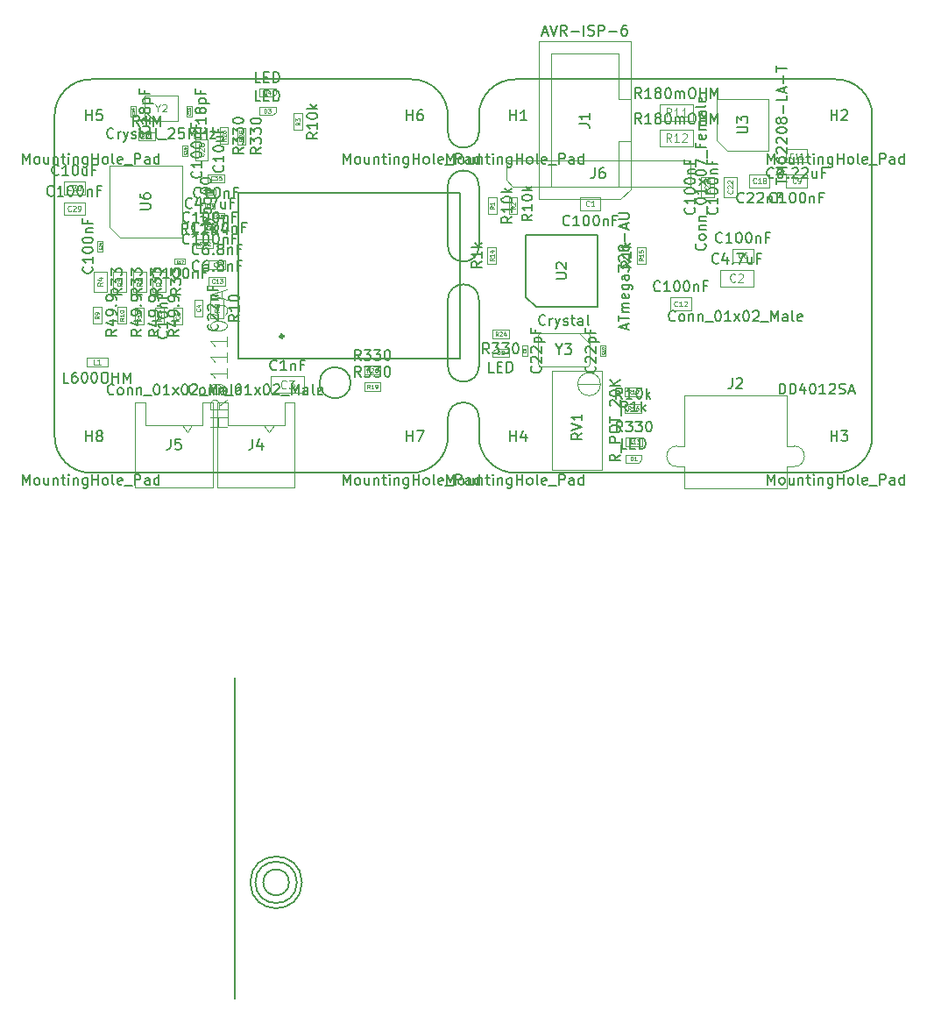
<source format=gbr>
%TF.GenerationSoftware,KiCad,Pcbnew,(5.1.8-0-10_14)*%
%TF.CreationDate,2021-08-30T17:25:53+02:00*%
%TF.ProjectId,ethersweep,65746865-7273-4776-9565-702e6b696361,2.0.1*%
%TF.SameCoordinates,Original*%
%TF.FileFunction,Other,Fab,Top*%
%FSLAX46Y46*%
G04 Gerber Fmt 4.6, Leading zero omitted, Abs format (unit mm)*
G04 Created by KiCad (PCBNEW (5.1.8-0-10_14)) date 2021-08-30 17:25:53*
%MOMM*%
%LPD*%
G01*
G04 APERTURE LIST*
%TA.AperFunction,Profile*%
%ADD10C,0.150000*%
%TD*%
%ADD11C,0.150000*%
%ADD12C,0.100000*%
%ADD13C,0.300000*%
%ADD14C,0.127000*%
%ADD15C,0.080000*%
%ADD16C,0.040000*%
%ADD17C,0.060000*%
%ADD18C,0.015000*%
%ADD19C,0.105000*%
%ADD20C,0.120000*%
G04 APERTURE END LIST*
D10*
X221600000Y-26700000D02*
G75*
G02*
X225100000Y-30200000I0J-3500000D01*
G01*
X184100000Y-60700000D02*
X184100000Y-59400000D01*
X187100000Y-31800000D02*
X187100000Y-30700000D01*
X187100000Y-31800000D02*
G75*
G02*
X184100000Y-31800000I-1500000J0D01*
G01*
X187100000Y-61200000D02*
X187100000Y-59400000D01*
X184100000Y-31800000D02*
X184100000Y-30200000D01*
X184100000Y-59400000D02*
G75*
G02*
X187100000Y-59400000I1500000J0D01*
G01*
D11*
X168750000Y-104250000D02*
G75*
G03*
X168750000Y-104250000I-1250000J0D01*
G01*
X169500000Y-104250000D02*
G75*
G03*
X169500000Y-104250000I-2000000J0D01*
G01*
X170000000Y-104250000D02*
G75*
G03*
X170000000Y-104250000I-2500000J0D01*
G01*
D10*
X187100000Y-42800000D02*
G75*
G02*
X184100000Y-42800000I-1500000J0D01*
G01*
X184100000Y-37000000D02*
G75*
G02*
X187100000Y-37000000I1500000J0D01*
G01*
X187100000Y-42800000D02*
X187100000Y-37000000D01*
X184100000Y-54400000D02*
X184100000Y-48000000D01*
X184100000Y-48000000D02*
G75*
G02*
X187100000Y-48000000I1500000J0D01*
G01*
X184100000Y-42800000D02*
X184100000Y-37000000D01*
X187100000Y-54400000D02*
X187100000Y-48000000D01*
X187100000Y-54400000D02*
G75*
G02*
X184100000Y-54400000I-1500000J0D01*
G01*
X184100000Y-61200000D02*
X184100000Y-60700000D01*
X187100000Y-30200000D02*
X187100000Y-30700000D01*
D11*
X163500000Y-115500000D02*
X163500000Y-84500000D01*
D10*
X174700000Y-56000000D02*
G75*
G03*
X174700000Y-56000000I-1500000J0D01*
G01*
X149600000Y-64700000D02*
G75*
G02*
X146100000Y-61200000I0J3500000D01*
G01*
X149600000Y-64700000D02*
X180600000Y-64700000D01*
X190600000Y-26700000D02*
X221600000Y-26700000D01*
X187100000Y-30200000D02*
G75*
G02*
X190600000Y-26700000I3500000J0D01*
G01*
X225100000Y-61200000D02*
G75*
G02*
X221600000Y-64700000I-3500000J0D01*
G01*
X190600000Y-64700000D02*
G75*
G02*
X187100000Y-61200000I0J3500000D01*
G01*
X190600000Y-64700000D02*
X221600000Y-64700000D01*
X225100000Y-61200000D02*
X225100000Y-30200000D01*
X146100000Y-30200000D02*
X146100000Y-61200000D01*
X184100000Y-61200000D02*
G75*
G02*
X180600000Y-64700000I-3500000J0D01*
G01*
X180600000Y-26700000D02*
G75*
G02*
X184100000Y-30200000I0J-3500000D01*
G01*
X146100000Y-30200000D02*
G75*
G02*
X149600000Y-26700000I3500000J0D01*
G01*
X180600000Y-26700000D02*
X149600000Y-26700000D01*
D12*
X160400000Y-60100000D02*
X160400000Y-57900000D01*
X160400000Y-57900000D02*
X161400000Y-57900000D01*
X161400000Y-57900000D02*
X161400000Y-66100000D01*
X161400000Y-66100000D02*
X153900000Y-66100000D01*
X153900000Y-66100000D02*
X153900000Y-57900000D01*
X153900000Y-57900000D02*
X154900000Y-57900000D01*
X154900000Y-57900000D02*
X154900000Y-60100000D01*
X154900000Y-60100000D02*
X160400000Y-60100000D01*
X159400000Y-60100000D02*
X158900000Y-60807107D01*
X158900000Y-60807107D02*
X158400000Y-60100000D01*
X200580000Y-28610000D02*
X201780000Y-28610000D01*
X200580000Y-28610000D02*
X200580000Y-28610000D01*
X200580000Y-24210000D02*
X200580000Y-28610000D01*
X194080000Y-24210000D02*
X200580000Y-24210000D01*
X194080000Y-37110000D02*
X194080000Y-24210000D01*
X200580000Y-37110000D02*
X194080000Y-37110000D01*
X200580000Y-32710000D02*
X200580000Y-37110000D01*
X201780000Y-32710000D02*
X200580000Y-32710000D01*
X201780000Y-23020000D02*
X201780000Y-37300000D01*
X192880000Y-23020000D02*
X201780000Y-23020000D01*
X192880000Y-38300000D02*
X192880000Y-23020000D01*
X200780000Y-38300000D02*
X192880000Y-38300000D01*
X201780000Y-37300000D02*
X200780000Y-38300000D01*
X196850000Y-39325000D02*
X196850000Y-38075000D01*
X196850000Y-38075000D02*
X198850000Y-38075000D01*
X198850000Y-38075000D02*
X198850000Y-39325000D01*
X198850000Y-39325000D02*
X196850000Y-39325000D01*
X191750000Y-53400000D02*
X191250000Y-53400000D01*
X191250000Y-53400000D02*
X191250000Y-52400000D01*
X191250000Y-52400000D02*
X191750000Y-52400000D01*
X191750000Y-52400000D02*
X191750000Y-53400000D01*
X198850000Y-53400000D02*
X198850000Y-52400000D01*
X199350000Y-53400000D02*
X198850000Y-53400000D01*
X199350000Y-52400000D02*
X199350000Y-53400000D01*
X198850000Y-52400000D02*
X199350000Y-52400000D01*
X205600000Y-47775000D02*
X207600000Y-47775000D01*
X205600000Y-49025000D02*
X205600000Y-47775000D01*
X207600000Y-49025000D02*
X205600000Y-49025000D01*
X207600000Y-47775000D02*
X207600000Y-49025000D01*
X166800000Y-60807107D02*
X166300000Y-60100000D01*
X167300000Y-60100000D02*
X166800000Y-60807107D01*
X162800000Y-60100000D02*
X168300000Y-60100000D01*
X162800000Y-57900000D02*
X162800000Y-60100000D01*
X161800000Y-57900000D02*
X162800000Y-57900000D01*
X161800000Y-66100000D02*
X161800000Y-57900000D01*
X169300000Y-66100000D02*
X161800000Y-66100000D01*
X169300000Y-57900000D02*
X169300000Y-66100000D01*
X168300000Y-57900000D02*
X169300000Y-57900000D01*
X168300000Y-60100000D02*
X168300000Y-57900000D01*
D11*
X192600000Y-48700000D02*
X191600000Y-47700000D01*
X198600000Y-48700000D02*
X192600000Y-48700000D01*
X198600000Y-41700000D02*
X198600000Y-48700000D01*
X191600000Y-41700000D02*
X198600000Y-41700000D01*
X191600000Y-47700000D02*
X191600000Y-41700000D01*
D12*
X187937500Y-42900000D02*
X188762500Y-42900000D01*
X188762500Y-42900000D02*
X188762500Y-44500000D01*
X188762500Y-44500000D02*
X187937500Y-44500000D01*
X187937500Y-44500000D02*
X187937500Y-42900000D01*
X202387500Y-44500000D02*
X202387500Y-42900000D01*
X203212500Y-44500000D02*
X202387500Y-44500000D01*
X203212500Y-42900000D02*
X203212500Y-44500000D01*
X202387500Y-42900000D02*
X203212500Y-42900000D01*
X188812500Y-38100000D02*
X188812500Y-39700000D01*
X187987500Y-38100000D02*
X188812500Y-38100000D01*
X187987500Y-39700000D02*
X187987500Y-38100000D01*
X188812500Y-39700000D02*
X187987500Y-39700000D01*
X190812500Y-39700000D02*
X189987500Y-39700000D01*
X189987500Y-39700000D02*
X189987500Y-38100000D01*
X189987500Y-38100000D02*
X190812500Y-38100000D01*
X190812500Y-38100000D02*
X190812500Y-39700000D01*
X170012500Y-31600000D02*
X169187500Y-31600000D01*
X169187500Y-31600000D02*
X169187500Y-30000000D01*
X169187500Y-30000000D02*
X170012500Y-30000000D01*
X170012500Y-30000000D02*
X170012500Y-31600000D01*
X197600000Y-54400000D02*
X193000000Y-54400000D01*
X193000000Y-54400000D02*
X192800000Y-54200000D01*
X192800000Y-54200000D02*
X192800000Y-51400000D01*
X192800000Y-51400000D02*
X193000000Y-51200000D01*
X193000000Y-51200000D02*
X197600000Y-51200000D01*
X197600000Y-51200000D02*
X197800000Y-51400000D01*
X197800000Y-51400000D02*
X197800000Y-54200000D01*
X197800000Y-54200000D02*
X197600000Y-54400000D01*
X197800000Y-52200000D02*
X196800000Y-51200000D01*
X157600000Y-50350000D02*
X157600000Y-48750000D01*
X158400000Y-50350000D02*
X157600000Y-50350000D01*
X158400000Y-48750000D02*
X158400000Y-50350000D01*
X157600000Y-48750000D02*
X158400000Y-48750000D01*
X160600000Y-39150000D02*
X160600000Y-38650000D01*
X160600000Y-38650000D02*
X161600000Y-38650000D01*
X161600000Y-38650000D02*
X161600000Y-39150000D01*
X161600000Y-39150000D02*
X160600000Y-39150000D01*
X162500000Y-40150000D02*
X161500000Y-40150000D01*
X162500000Y-39650000D02*
X162500000Y-40150000D01*
X161500000Y-39650000D02*
X162500000Y-39650000D01*
X161500000Y-40150000D02*
X161500000Y-39650000D01*
X158950000Y-34100000D02*
X158450000Y-34100000D01*
X158450000Y-34100000D02*
X158450000Y-33100000D01*
X158450000Y-33100000D02*
X158950000Y-33100000D01*
X158950000Y-33100000D02*
X158950000Y-34100000D01*
X158700000Y-44550000D02*
X157700000Y-44550000D01*
X158700000Y-44050000D02*
X158700000Y-44550000D01*
X157700000Y-44050000D02*
X158700000Y-44050000D01*
X157700000Y-44550000D02*
X157700000Y-44050000D01*
X150250000Y-43300000D02*
X150250000Y-42300000D01*
X150750000Y-43300000D02*
X150250000Y-43300000D01*
X150750000Y-42300000D02*
X150750000Y-43300000D01*
X150250000Y-42300000D02*
X150750000Y-42300000D01*
X161600000Y-41250000D02*
X160600000Y-41250000D01*
X161600000Y-40750000D02*
X161600000Y-41250000D01*
X160600000Y-40750000D02*
X161600000Y-40750000D01*
X160600000Y-41250000D02*
X160600000Y-40750000D01*
X160925000Y-34500000D02*
X159675000Y-34500000D01*
X159675000Y-34500000D02*
X159675000Y-32500000D01*
X159675000Y-32500000D02*
X160925000Y-32500000D01*
X160925000Y-32500000D02*
X160925000Y-34500000D01*
X147000000Y-36575000D02*
X149000000Y-36575000D01*
X147000000Y-37825000D02*
X147000000Y-36575000D01*
X149000000Y-37825000D02*
X147000000Y-37825000D01*
X149000000Y-36575000D02*
X149000000Y-37825000D01*
X159350000Y-30300000D02*
X158850000Y-30300000D01*
X158850000Y-30300000D02*
X158850000Y-29300000D01*
X158850000Y-29300000D02*
X159350000Y-29300000D01*
X159350000Y-29300000D02*
X159350000Y-30300000D01*
X153950000Y-30300000D02*
X153450000Y-30300000D01*
X153450000Y-30300000D02*
X153450000Y-29300000D01*
X153450000Y-29300000D02*
X153950000Y-29300000D01*
X153950000Y-29300000D02*
X153950000Y-30300000D01*
X162500000Y-36650000D02*
X160900000Y-36650000D01*
X162500000Y-35850000D02*
X162500000Y-36650000D01*
X160900000Y-35850000D02*
X162500000Y-35850000D01*
X160900000Y-36650000D02*
X160900000Y-35850000D01*
X161620000Y-37800000D02*
X160620000Y-37800000D01*
X161620000Y-37300000D02*
X161620000Y-37800000D01*
X160620000Y-37300000D02*
X161620000Y-37300000D01*
X160620000Y-37800000D02*
X160620000Y-37300000D01*
X189730000Y-36435000D02*
X189730000Y-34530000D01*
X189730000Y-34530000D02*
X207510000Y-34530000D01*
X207510000Y-34530000D02*
X207510000Y-37070000D01*
X207510000Y-37070000D02*
X190365000Y-37070000D01*
X190365000Y-37070000D02*
X189730000Y-36435000D01*
D13*
X168200000Y-51500000D02*
G75*
G03*
X168200000Y-51500000I-150000J0D01*
G01*
D14*
X185270000Y-37700000D02*
X163870000Y-37700000D01*
X163870000Y-37700000D02*
X163870000Y-53700000D01*
X163870000Y-53700000D02*
X185270000Y-53700000D01*
X185270000Y-53700000D02*
X185270000Y-37700000D01*
D12*
X149200000Y-54450000D02*
X149200000Y-53550000D01*
X149200000Y-53550000D02*
X151200000Y-53550000D01*
X151200000Y-53550000D02*
X151200000Y-54450000D01*
X151200000Y-54450000D02*
X149200000Y-54450000D01*
X151125000Y-45250000D02*
X151125000Y-47250000D01*
X149875000Y-45250000D02*
X151125000Y-45250000D01*
X149875000Y-47250000D02*
X149875000Y-45250000D01*
X151125000Y-47250000D02*
X149875000Y-47250000D01*
X153025000Y-47250000D02*
X151775000Y-47250000D01*
X151775000Y-47250000D02*
X151775000Y-45250000D01*
X151775000Y-45250000D02*
X153025000Y-45250000D01*
X153025000Y-45250000D02*
X153025000Y-47250000D01*
X154925000Y-45250000D02*
X154925000Y-47250000D01*
X153675000Y-45250000D02*
X154925000Y-45250000D01*
X153675000Y-47250000D02*
X153675000Y-45250000D01*
X154925000Y-47250000D02*
X153675000Y-47250000D01*
X156825000Y-47250000D02*
X155575000Y-47250000D01*
X155575000Y-47250000D02*
X155575000Y-45250000D01*
X155575000Y-45250000D02*
X156825000Y-45250000D01*
X156825000Y-45250000D02*
X156825000Y-47250000D01*
X150612500Y-50300000D02*
X149787500Y-50300000D01*
X149787500Y-50300000D02*
X149787500Y-48700000D01*
X149787500Y-48700000D02*
X150612500Y-48700000D01*
X150612500Y-48700000D02*
X150612500Y-50300000D01*
X153012500Y-50300000D02*
X152187500Y-50300000D01*
X152187500Y-50300000D02*
X152187500Y-48700000D01*
X152187500Y-48700000D02*
X153012500Y-48700000D01*
X153012500Y-48700000D02*
X153012500Y-50300000D01*
X154712500Y-48750000D02*
X154712500Y-50350000D01*
X153887500Y-48750000D02*
X154712500Y-48750000D01*
X153887500Y-50350000D02*
X153887500Y-48750000D01*
X154712500Y-50350000D02*
X153887500Y-50350000D01*
X177600000Y-55987500D02*
X177600000Y-56812500D01*
X177600000Y-56812500D02*
X176000000Y-56812500D01*
X176000000Y-56812500D02*
X176000000Y-55987500D01*
X176000000Y-55987500D02*
X177600000Y-55987500D01*
X176000000Y-54387500D02*
X177600000Y-54387500D01*
X176000000Y-55212500D02*
X176000000Y-54387500D01*
X177600000Y-55212500D02*
X176000000Y-55212500D01*
X177600000Y-54387500D02*
X177600000Y-55212500D01*
X156612500Y-48750000D02*
X156612500Y-50350000D01*
X155787500Y-48750000D02*
X156612500Y-48750000D01*
X155787500Y-50350000D02*
X155787500Y-48750000D01*
X156612500Y-50350000D02*
X155787500Y-50350000D01*
X152400000Y-42000000D02*
X151400000Y-41000000D01*
X158400000Y-42000000D02*
X152400000Y-42000000D01*
X158400000Y-35000000D02*
X158400000Y-42000000D01*
X151400000Y-35000000D02*
X158400000Y-35000000D01*
X151400000Y-41000000D02*
X151400000Y-35000000D01*
X154800000Y-29750000D02*
X155800000Y-30750000D01*
X158000000Y-28250000D02*
X154800000Y-28250000D01*
X158000000Y-30750000D02*
X158000000Y-28250000D01*
X154800000Y-30750000D02*
X158000000Y-30750000D01*
X154800000Y-28250000D02*
X154800000Y-30750000D01*
X188400000Y-51712500D02*
X188400000Y-50887500D01*
X188400000Y-50887500D02*
X190000000Y-50887500D01*
X190000000Y-50887500D02*
X190000000Y-51712500D01*
X190000000Y-51712500D02*
X188400000Y-51712500D01*
X216800000Y-37125000D02*
X216800000Y-35875000D01*
X216800000Y-35875000D02*
X218800000Y-35875000D01*
X218800000Y-35875000D02*
X218800000Y-37125000D01*
X218800000Y-37125000D02*
X216800000Y-37125000D01*
X218800000Y-34725000D02*
X216800000Y-34725000D01*
X218800000Y-33475000D02*
X218800000Y-34725000D01*
X216800000Y-33475000D02*
X218800000Y-33475000D01*
X216800000Y-34725000D02*
X216800000Y-33475000D01*
X213200000Y-37125000D02*
X213200000Y-35875000D01*
X213200000Y-35875000D02*
X215200000Y-35875000D01*
X215200000Y-35875000D02*
X215200000Y-37125000D01*
X215200000Y-37125000D02*
X213200000Y-37125000D01*
X210775000Y-36100000D02*
X212025000Y-36100000D01*
X212025000Y-36100000D02*
X212025000Y-38100000D01*
X212025000Y-38100000D02*
X210775000Y-38100000D01*
X210775000Y-38100000D02*
X210775000Y-36100000D01*
X207800000Y-29100000D02*
X207800000Y-30700000D01*
X207800000Y-30700000D02*
X204600000Y-30700000D01*
X204600000Y-30700000D02*
X204600000Y-29100000D01*
X204600000Y-29100000D02*
X207800000Y-29100000D01*
X204594999Y-31554999D02*
X207794999Y-31554999D01*
X204594999Y-33154999D02*
X204594999Y-31554999D01*
X207794999Y-33154999D02*
X204594999Y-33154999D01*
X207794999Y-31554999D02*
X207794999Y-33154999D01*
X198845000Y-56145000D02*
G75*
G03*
X198845000Y-56145000I-1095000J0D01*
G01*
X194190000Y-64405000D02*
X199020000Y-64405000D01*
X199020000Y-64405000D02*
X199020000Y-54875000D01*
X199020000Y-54875000D02*
X194190000Y-54875000D01*
X194190000Y-54875000D02*
X194190000Y-64405000D01*
X198835000Y-56145000D02*
X196666000Y-56144000D01*
X198835000Y-56145000D02*
X196666000Y-56144000D01*
X210100000Y-32600000D02*
X210100000Y-28600000D01*
X210100000Y-28600000D02*
X215100000Y-28600000D01*
X215100000Y-28600000D02*
X215100000Y-33600000D01*
X215100000Y-33600000D02*
X211100000Y-33600000D01*
X211100000Y-33600000D02*
X210100000Y-32600000D01*
X162425000Y-47800000D02*
X162425000Y-49800000D01*
X161175000Y-47800000D02*
X162425000Y-47800000D01*
X161175000Y-49800000D02*
X161175000Y-47800000D01*
X162425000Y-49800000D02*
X161175000Y-49800000D01*
X154200000Y-31787500D02*
X155800000Y-31787500D01*
X154200000Y-32612500D02*
X154200000Y-31787500D01*
X155800000Y-32612500D02*
X154200000Y-32612500D01*
X155800000Y-31787500D02*
X155800000Y-32612500D01*
X161400000Y-42187500D02*
X161400000Y-43012500D01*
X161400000Y-43012500D02*
X159800000Y-43012500D01*
X159800000Y-43012500D02*
X159800000Y-42187500D01*
X159800000Y-42187500D02*
X161400000Y-42187500D01*
X190000000Y-53500000D02*
X190000000Y-52700000D01*
X188400000Y-53500000D02*
X190000000Y-53500000D01*
X188400000Y-53000000D02*
X188400000Y-53500000D01*
X188700000Y-52700000D02*
X188400000Y-53000000D01*
X190000000Y-52700000D02*
X188700000Y-52700000D01*
X162600000Y-44200000D02*
X162600000Y-45000000D01*
X162600000Y-45000000D02*
X161000000Y-45000000D01*
X161000000Y-45000000D02*
X161000000Y-44200000D01*
X161000000Y-44200000D02*
X162600000Y-44200000D01*
X161000000Y-45800000D02*
X162600000Y-45800000D01*
X161000000Y-46600000D02*
X161000000Y-45800000D01*
X162600000Y-46600000D02*
X161000000Y-46600000D01*
X162600000Y-45800000D02*
X162600000Y-46600000D01*
X147000000Y-38575000D02*
X149000000Y-38575000D01*
X147000000Y-39825000D02*
X147000000Y-38575000D01*
X149000000Y-39825000D02*
X147000000Y-39825000D01*
X149000000Y-38575000D02*
X149000000Y-39825000D01*
X167000000Y-55400000D02*
X170200000Y-55400000D01*
X167000000Y-57000000D02*
X167000000Y-55400000D01*
X170200000Y-57000000D02*
X167000000Y-57000000D01*
X170200000Y-55400000D02*
X170200000Y-57000000D01*
X160400000Y-48000000D02*
X160400000Y-49600000D01*
X159600000Y-48000000D02*
X160400000Y-48000000D01*
X159600000Y-49600000D02*
X159600000Y-48000000D01*
X160400000Y-49600000D02*
X159600000Y-49600000D01*
X210400000Y-45100000D02*
X213600000Y-45100000D01*
X210400000Y-46700000D02*
X210400000Y-45100000D01*
X213600000Y-46700000D02*
X210400000Y-46700000D01*
X213600000Y-45100000D02*
X213600000Y-46700000D01*
X211600000Y-43075000D02*
X213600000Y-43075000D01*
X211600000Y-44325000D02*
X211600000Y-43075000D01*
X213600000Y-44325000D02*
X211600000Y-44325000D01*
X213600000Y-43075000D02*
X213600000Y-44325000D01*
X201234999Y-62944999D02*
X201234999Y-63744999D01*
X202834999Y-62944999D02*
X201234999Y-62944999D01*
X202834999Y-63444999D02*
X202834999Y-62944999D01*
X202534999Y-63744999D02*
X202834999Y-63444999D01*
X201234999Y-63744999D02*
X202534999Y-63744999D01*
X216850000Y-62100000D02*
X216850000Y-57200000D01*
X206950000Y-62100000D02*
X206950000Y-57200000D01*
X217550000Y-62100000D02*
X216850000Y-62100000D01*
X206950000Y-62100000D02*
X206250000Y-62100000D01*
X206950000Y-64100000D02*
X206250000Y-64100000D01*
X217550000Y-64100000D02*
X216850000Y-64100000D01*
X216850000Y-66200000D02*
X206950000Y-66200000D01*
X216850000Y-57200000D02*
X206950000Y-57200000D01*
X216850000Y-66200000D02*
X216850000Y-64100000D01*
X206950000Y-66200000D02*
X206950000Y-64100000D01*
X206250000Y-64100000D02*
G75*
G02*
X206250000Y-62100000I0J1000000D01*
G01*
X217550000Y-62100000D02*
G75*
G02*
X217550000Y-64100000I0J-1000000D01*
G01*
X201274999Y-61287500D02*
X202874999Y-61287500D01*
X201274999Y-62112500D02*
X201274999Y-61287500D01*
X202874999Y-62112500D02*
X201274999Y-62112500D01*
X202874999Y-61287500D02*
X202874999Y-62112500D01*
X201200000Y-58087500D02*
X202800000Y-58087500D01*
X201200000Y-58912500D02*
X201200000Y-58087500D01*
X202800000Y-58912500D02*
X201200000Y-58912500D01*
X202800000Y-58087500D02*
X202800000Y-58912500D01*
X201200000Y-57312500D02*
X201200000Y-56487500D01*
X201200000Y-56487500D02*
X202800000Y-56487500D01*
X202800000Y-56487500D02*
X202800000Y-57312500D01*
X202800000Y-57312500D02*
X201200000Y-57312500D01*
X208575000Y-38100000D02*
X208575000Y-36100000D01*
X209825000Y-38100000D02*
X208575000Y-38100000D01*
X209825000Y-36100000D02*
X209825000Y-38100000D01*
X208575000Y-36100000D02*
X209825000Y-36100000D01*
X165850000Y-29370000D02*
X165850000Y-30170000D01*
X167450000Y-29370000D02*
X165850000Y-29370000D01*
X167450000Y-29870000D02*
X167450000Y-29370000D01*
X167150000Y-30170000D02*
X167450000Y-29870000D01*
X165850000Y-30170000D02*
X167150000Y-30170000D01*
X165850000Y-28370000D02*
X167150000Y-28370000D01*
X167150000Y-28370000D02*
X167450000Y-28070000D01*
X167450000Y-28070000D02*
X167450000Y-27570000D01*
X167450000Y-27570000D02*
X165850000Y-27570000D01*
X165850000Y-27570000D02*
X165850000Y-28370000D01*
X164562500Y-31370000D02*
X164562500Y-32970000D01*
X163737500Y-31370000D02*
X164562500Y-31370000D01*
X163737500Y-32970000D02*
X163737500Y-31370000D01*
X164562500Y-32970000D02*
X163737500Y-32970000D01*
X162862500Y-32945000D02*
X162037500Y-32945000D01*
X162037500Y-32945000D02*
X162037500Y-31345000D01*
X162037500Y-31345000D02*
X162862500Y-31345000D01*
X162862500Y-31345000D02*
X162862500Y-32945000D01*
D11*
X215028571Y-34852380D02*
X215028571Y-33852380D01*
X215361904Y-34566666D01*
X215695238Y-33852380D01*
X215695238Y-34852380D01*
X216314285Y-34852380D02*
X216219047Y-34804761D01*
X216171428Y-34757142D01*
X216123809Y-34661904D01*
X216123809Y-34376190D01*
X216171428Y-34280952D01*
X216219047Y-34233333D01*
X216314285Y-34185714D01*
X216457142Y-34185714D01*
X216552380Y-34233333D01*
X216600000Y-34280952D01*
X216647619Y-34376190D01*
X216647619Y-34661904D01*
X216600000Y-34757142D01*
X216552380Y-34804761D01*
X216457142Y-34852380D01*
X216314285Y-34852380D01*
X217504761Y-34185714D02*
X217504761Y-34852380D01*
X217076190Y-34185714D02*
X217076190Y-34709523D01*
X217123809Y-34804761D01*
X217219047Y-34852380D01*
X217361904Y-34852380D01*
X217457142Y-34804761D01*
X217504761Y-34757142D01*
X217980952Y-34185714D02*
X217980952Y-34852380D01*
X217980952Y-34280952D02*
X218028571Y-34233333D01*
X218123809Y-34185714D01*
X218266666Y-34185714D01*
X218361904Y-34233333D01*
X218409523Y-34328571D01*
X218409523Y-34852380D01*
X218742857Y-34185714D02*
X219123809Y-34185714D01*
X218885714Y-33852380D02*
X218885714Y-34709523D01*
X218933333Y-34804761D01*
X219028571Y-34852380D01*
X219123809Y-34852380D01*
X219457142Y-34852380D02*
X219457142Y-34185714D01*
X219457142Y-33852380D02*
X219409523Y-33900000D01*
X219457142Y-33947619D01*
X219504761Y-33900000D01*
X219457142Y-33852380D01*
X219457142Y-33947619D01*
X219933333Y-34185714D02*
X219933333Y-34852380D01*
X219933333Y-34280952D02*
X219980952Y-34233333D01*
X220076190Y-34185714D01*
X220219047Y-34185714D01*
X220314285Y-34233333D01*
X220361904Y-34328571D01*
X220361904Y-34852380D01*
X221266666Y-34185714D02*
X221266666Y-34995238D01*
X221219047Y-35090476D01*
X221171428Y-35138095D01*
X221076190Y-35185714D01*
X220933333Y-35185714D01*
X220838095Y-35138095D01*
X221266666Y-34804761D02*
X221171428Y-34852380D01*
X220980952Y-34852380D01*
X220885714Y-34804761D01*
X220838095Y-34757142D01*
X220790476Y-34661904D01*
X220790476Y-34376190D01*
X220838095Y-34280952D01*
X220885714Y-34233333D01*
X220980952Y-34185714D01*
X221171428Y-34185714D01*
X221266666Y-34233333D01*
X221742857Y-34852380D02*
X221742857Y-33852380D01*
X221742857Y-34328571D02*
X222314285Y-34328571D01*
X222314285Y-34852380D02*
X222314285Y-33852380D01*
X222933333Y-34852380D02*
X222838095Y-34804761D01*
X222790476Y-34757142D01*
X222742857Y-34661904D01*
X222742857Y-34376190D01*
X222790476Y-34280952D01*
X222838095Y-34233333D01*
X222933333Y-34185714D01*
X223076190Y-34185714D01*
X223171428Y-34233333D01*
X223219047Y-34280952D01*
X223266666Y-34376190D01*
X223266666Y-34661904D01*
X223219047Y-34757142D01*
X223171428Y-34804761D01*
X223076190Y-34852380D01*
X222933333Y-34852380D01*
X223838095Y-34852380D02*
X223742857Y-34804761D01*
X223695238Y-34709523D01*
X223695238Y-33852380D01*
X224600000Y-34804761D02*
X224504761Y-34852380D01*
X224314285Y-34852380D01*
X224219047Y-34804761D01*
X224171428Y-34709523D01*
X224171428Y-34328571D01*
X224219047Y-34233333D01*
X224314285Y-34185714D01*
X224504761Y-34185714D01*
X224600000Y-34233333D01*
X224647619Y-34328571D01*
X224647619Y-34423809D01*
X224171428Y-34519047D01*
X224838095Y-34947619D02*
X225600000Y-34947619D01*
X225838095Y-34852380D02*
X225838095Y-33852380D01*
X226219047Y-33852380D01*
X226314285Y-33900000D01*
X226361904Y-33947619D01*
X226409523Y-34042857D01*
X226409523Y-34185714D01*
X226361904Y-34280952D01*
X226314285Y-34328571D01*
X226219047Y-34376190D01*
X225838095Y-34376190D01*
X227266666Y-34852380D02*
X227266666Y-34328571D01*
X227219047Y-34233333D01*
X227123809Y-34185714D01*
X226933333Y-34185714D01*
X226838095Y-34233333D01*
X227266666Y-34804761D02*
X227171428Y-34852380D01*
X226933333Y-34852380D01*
X226838095Y-34804761D01*
X226790476Y-34709523D01*
X226790476Y-34614285D01*
X226838095Y-34519047D01*
X226933333Y-34471428D01*
X227171428Y-34471428D01*
X227266666Y-34423809D01*
X228171428Y-34852380D02*
X228171428Y-33852380D01*
X228171428Y-34804761D02*
X228076190Y-34852380D01*
X227885714Y-34852380D01*
X227790476Y-34804761D01*
X227742857Y-34757142D01*
X227695238Y-34661904D01*
X227695238Y-34376190D01*
X227742857Y-34280952D01*
X227790476Y-34233333D01*
X227885714Y-34185714D01*
X228076190Y-34185714D01*
X228171428Y-34233333D01*
X221138095Y-30652380D02*
X221138095Y-29652380D01*
X221138095Y-30128571D02*
X221709523Y-30128571D01*
X221709523Y-30652380D02*
X221709523Y-29652380D01*
X222138095Y-29747619D02*
X222185714Y-29700000D01*
X222280952Y-29652380D01*
X222519047Y-29652380D01*
X222614285Y-29700000D01*
X222661904Y-29747619D01*
X222709523Y-29842857D01*
X222709523Y-29938095D01*
X222661904Y-30080952D01*
X222090476Y-30652380D01*
X222709523Y-30652380D01*
X151816666Y-57057142D02*
X151769047Y-57104761D01*
X151626190Y-57152380D01*
X151530952Y-57152380D01*
X151388095Y-57104761D01*
X151292857Y-57009523D01*
X151245238Y-56914285D01*
X151197619Y-56723809D01*
X151197619Y-56580952D01*
X151245238Y-56390476D01*
X151292857Y-56295238D01*
X151388095Y-56200000D01*
X151530952Y-56152380D01*
X151626190Y-56152380D01*
X151769047Y-56200000D01*
X151816666Y-56247619D01*
X152388095Y-57152380D02*
X152292857Y-57104761D01*
X152245238Y-57057142D01*
X152197619Y-56961904D01*
X152197619Y-56676190D01*
X152245238Y-56580952D01*
X152292857Y-56533333D01*
X152388095Y-56485714D01*
X152530952Y-56485714D01*
X152626190Y-56533333D01*
X152673809Y-56580952D01*
X152721428Y-56676190D01*
X152721428Y-56961904D01*
X152673809Y-57057142D01*
X152626190Y-57104761D01*
X152530952Y-57152380D01*
X152388095Y-57152380D01*
X153150000Y-56485714D02*
X153150000Y-57152380D01*
X153150000Y-56580952D02*
X153197619Y-56533333D01*
X153292857Y-56485714D01*
X153435714Y-56485714D01*
X153530952Y-56533333D01*
X153578571Y-56628571D01*
X153578571Y-57152380D01*
X154054761Y-56485714D02*
X154054761Y-57152380D01*
X154054761Y-56580952D02*
X154102380Y-56533333D01*
X154197619Y-56485714D01*
X154340476Y-56485714D01*
X154435714Y-56533333D01*
X154483333Y-56628571D01*
X154483333Y-57152380D01*
X154721428Y-57247619D02*
X155483333Y-57247619D01*
X155911904Y-56152380D02*
X156007142Y-56152380D01*
X156102380Y-56200000D01*
X156150000Y-56247619D01*
X156197619Y-56342857D01*
X156245238Y-56533333D01*
X156245238Y-56771428D01*
X156197619Y-56961904D01*
X156150000Y-57057142D01*
X156102380Y-57104761D01*
X156007142Y-57152380D01*
X155911904Y-57152380D01*
X155816666Y-57104761D01*
X155769047Y-57057142D01*
X155721428Y-56961904D01*
X155673809Y-56771428D01*
X155673809Y-56533333D01*
X155721428Y-56342857D01*
X155769047Y-56247619D01*
X155816666Y-56200000D01*
X155911904Y-56152380D01*
X157197619Y-57152380D02*
X156626190Y-57152380D01*
X156911904Y-57152380D02*
X156911904Y-56152380D01*
X156816666Y-56295238D01*
X156721428Y-56390476D01*
X156626190Y-56438095D01*
X157530952Y-57152380D02*
X158054761Y-56485714D01*
X157530952Y-56485714D02*
X158054761Y-57152380D01*
X158626190Y-56152380D02*
X158721428Y-56152380D01*
X158816666Y-56200000D01*
X158864285Y-56247619D01*
X158911904Y-56342857D01*
X158959523Y-56533333D01*
X158959523Y-56771428D01*
X158911904Y-56961904D01*
X158864285Y-57057142D01*
X158816666Y-57104761D01*
X158721428Y-57152380D01*
X158626190Y-57152380D01*
X158530952Y-57104761D01*
X158483333Y-57057142D01*
X158435714Y-56961904D01*
X158388095Y-56771428D01*
X158388095Y-56533333D01*
X158435714Y-56342857D01*
X158483333Y-56247619D01*
X158530952Y-56200000D01*
X158626190Y-56152380D01*
X159340476Y-56247619D02*
X159388095Y-56200000D01*
X159483333Y-56152380D01*
X159721428Y-56152380D01*
X159816666Y-56200000D01*
X159864285Y-56247619D01*
X159911904Y-56342857D01*
X159911904Y-56438095D01*
X159864285Y-56580952D01*
X159292857Y-57152380D01*
X159911904Y-57152380D01*
X160102380Y-57247619D02*
X160864285Y-57247619D01*
X161102380Y-57152380D02*
X161102380Y-56152380D01*
X161435714Y-56866666D01*
X161769047Y-56152380D01*
X161769047Y-57152380D01*
X162673809Y-57152380D02*
X162673809Y-56628571D01*
X162626190Y-56533333D01*
X162530952Y-56485714D01*
X162340476Y-56485714D01*
X162245238Y-56533333D01*
X162673809Y-57104761D02*
X162578571Y-57152380D01*
X162340476Y-57152380D01*
X162245238Y-57104761D01*
X162197619Y-57009523D01*
X162197619Y-56914285D01*
X162245238Y-56819047D01*
X162340476Y-56771428D01*
X162578571Y-56771428D01*
X162673809Y-56723809D01*
X163292857Y-57152380D02*
X163197619Y-57104761D01*
X163150000Y-57009523D01*
X163150000Y-56152380D01*
X164054761Y-57104761D02*
X163959523Y-57152380D01*
X163769047Y-57152380D01*
X163673809Y-57104761D01*
X163626190Y-57009523D01*
X163626190Y-56628571D01*
X163673809Y-56533333D01*
X163769047Y-56485714D01*
X163959523Y-56485714D01*
X164054761Y-56533333D01*
X164102380Y-56628571D01*
X164102380Y-56723809D01*
X163626190Y-56819047D01*
X157316666Y-61452380D02*
X157316666Y-62166666D01*
X157269047Y-62309523D01*
X157173809Y-62404761D01*
X157030952Y-62452380D01*
X156935714Y-62452380D01*
X158269047Y-61452380D02*
X157792857Y-61452380D01*
X157745238Y-61928571D01*
X157792857Y-61880952D01*
X157888095Y-61833333D01*
X158126190Y-61833333D01*
X158221428Y-61880952D01*
X158269047Y-61928571D01*
X158316666Y-62023809D01*
X158316666Y-62261904D01*
X158269047Y-62357142D01*
X158221428Y-62404761D01*
X158126190Y-62452380D01*
X157888095Y-62452380D01*
X157792857Y-62404761D01*
X157745238Y-62357142D01*
X193234761Y-22186666D02*
X193710952Y-22186666D01*
X193139523Y-22472380D02*
X193472857Y-21472380D01*
X193806190Y-22472380D01*
X193996666Y-21472380D02*
X194330000Y-22472380D01*
X194663333Y-21472380D01*
X195568095Y-22472380D02*
X195234761Y-21996190D01*
X194996666Y-22472380D02*
X194996666Y-21472380D01*
X195377619Y-21472380D01*
X195472857Y-21520000D01*
X195520476Y-21567619D01*
X195568095Y-21662857D01*
X195568095Y-21805714D01*
X195520476Y-21900952D01*
X195472857Y-21948571D01*
X195377619Y-21996190D01*
X194996666Y-21996190D01*
X195996666Y-22091428D02*
X196758571Y-22091428D01*
X197234761Y-22472380D02*
X197234761Y-21472380D01*
X197663333Y-22424761D02*
X197806190Y-22472380D01*
X198044285Y-22472380D01*
X198139523Y-22424761D01*
X198187142Y-22377142D01*
X198234761Y-22281904D01*
X198234761Y-22186666D01*
X198187142Y-22091428D01*
X198139523Y-22043809D01*
X198044285Y-21996190D01*
X197853809Y-21948571D01*
X197758571Y-21900952D01*
X197710952Y-21853333D01*
X197663333Y-21758095D01*
X197663333Y-21662857D01*
X197710952Y-21567619D01*
X197758571Y-21520000D01*
X197853809Y-21472380D01*
X198091904Y-21472380D01*
X198234761Y-21520000D01*
X198663333Y-22472380D02*
X198663333Y-21472380D01*
X199044285Y-21472380D01*
X199139523Y-21520000D01*
X199187142Y-21567619D01*
X199234761Y-21662857D01*
X199234761Y-21805714D01*
X199187142Y-21900952D01*
X199139523Y-21948571D01*
X199044285Y-21996190D01*
X198663333Y-21996190D01*
X199663333Y-22091428D02*
X200425238Y-22091428D01*
X201330000Y-21472380D02*
X201139523Y-21472380D01*
X201044285Y-21520000D01*
X200996666Y-21567619D01*
X200901428Y-21710476D01*
X200853809Y-21900952D01*
X200853809Y-22281904D01*
X200901428Y-22377142D01*
X200949047Y-22424761D01*
X201044285Y-22472380D01*
X201234761Y-22472380D01*
X201330000Y-22424761D01*
X201377619Y-22377142D01*
X201425238Y-22281904D01*
X201425238Y-22043809D01*
X201377619Y-21948571D01*
X201330000Y-21900952D01*
X201234761Y-21853333D01*
X201044285Y-21853333D01*
X200949047Y-21900952D01*
X200901428Y-21948571D01*
X200853809Y-22043809D01*
X196782380Y-30993333D02*
X197496666Y-30993333D01*
X197639523Y-31040952D01*
X197734761Y-31136190D01*
X197782380Y-31279047D01*
X197782380Y-31374285D01*
X197782380Y-29993333D02*
X197782380Y-30564761D01*
X197782380Y-30279047D02*
X196782380Y-30279047D01*
X196925238Y-30374285D01*
X197020476Y-30469523D01*
X197068095Y-30564761D01*
X184028571Y-65852380D02*
X184028571Y-64852380D01*
X184361904Y-65566666D01*
X184695238Y-64852380D01*
X184695238Y-65852380D01*
X185314285Y-65852380D02*
X185219047Y-65804761D01*
X185171428Y-65757142D01*
X185123809Y-65661904D01*
X185123809Y-65376190D01*
X185171428Y-65280952D01*
X185219047Y-65233333D01*
X185314285Y-65185714D01*
X185457142Y-65185714D01*
X185552380Y-65233333D01*
X185600000Y-65280952D01*
X185647619Y-65376190D01*
X185647619Y-65661904D01*
X185600000Y-65757142D01*
X185552380Y-65804761D01*
X185457142Y-65852380D01*
X185314285Y-65852380D01*
X186504761Y-65185714D02*
X186504761Y-65852380D01*
X186076190Y-65185714D02*
X186076190Y-65709523D01*
X186123809Y-65804761D01*
X186219047Y-65852380D01*
X186361904Y-65852380D01*
X186457142Y-65804761D01*
X186504761Y-65757142D01*
X186980952Y-65185714D02*
X186980952Y-65852380D01*
X186980952Y-65280952D02*
X187028571Y-65233333D01*
X187123809Y-65185714D01*
X187266666Y-65185714D01*
X187361904Y-65233333D01*
X187409523Y-65328571D01*
X187409523Y-65852380D01*
X187742857Y-65185714D02*
X188123809Y-65185714D01*
X187885714Y-64852380D02*
X187885714Y-65709523D01*
X187933333Y-65804761D01*
X188028571Y-65852380D01*
X188123809Y-65852380D01*
X188457142Y-65852380D02*
X188457142Y-65185714D01*
X188457142Y-64852380D02*
X188409523Y-64900000D01*
X188457142Y-64947619D01*
X188504761Y-64900000D01*
X188457142Y-64852380D01*
X188457142Y-64947619D01*
X188933333Y-65185714D02*
X188933333Y-65852380D01*
X188933333Y-65280952D02*
X188980952Y-65233333D01*
X189076190Y-65185714D01*
X189219047Y-65185714D01*
X189314285Y-65233333D01*
X189361904Y-65328571D01*
X189361904Y-65852380D01*
X190266666Y-65185714D02*
X190266666Y-65995238D01*
X190219047Y-66090476D01*
X190171428Y-66138095D01*
X190076190Y-66185714D01*
X189933333Y-66185714D01*
X189838095Y-66138095D01*
X190266666Y-65804761D02*
X190171428Y-65852380D01*
X189980952Y-65852380D01*
X189885714Y-65804761D01*
X189838095Y-65757142D01*
X189790476Y-65661904D01*
X189790476Y-65376190D01*
X189838095Y-65280952D01*
X189885714Y-65233333D01*
X189980952Y-65185714D01*
X190171428Y-65185714D01*
X190266666Y-65233333D01*
X190742857Y-65852380D02*
X190742857Y-64852380D01*
X190742857Y-65328571D02*
X191314285Y-65328571D01*
X191314285Y-65852380D02*
X191314285Y-64852380D01*
X191933333Y-65852380D02*
X191838095Y-65804761D01*
X191790476Y-65757142D01*
X191742857Y-65661904D01*
X191742857Y-65376190D01*
X191790476Y-65280952D01*
X191838095Y-65233333D01*
X191933333Y-65185714D01*
X192076190Y-65185714D01*
X192171428Y-65233333D01*
X192219047Y-65280952D01*
X192266666Y-65376190D01*
X192266666Y-65661904D01*
X192219047Y-65757142D01*
X192171428Y-65804761D01*
X192076190Y-65852380D01*
X191933333Y-65852380D01*
X192838095Y-65852380D02*
X192742857Y-65804761D01*
X192695238Y-65709523D01*
X192695238Y-64852380D01*
X193600000Y-65804761D02*
X193504761Y-65852380D01*
X193314285Y-65852380D01*
X193219047Y-65804761D01*
X193171428Y-65709523D01*
X193171428Y-65328571D01*
X193219047Y-65233333D01*
X193314285Y-65185714D01*
X193504761Y-65185714D01*
X193600000Y-65233333D01*
X193647619Y-65328571D01*
X193647619Y-65423809D01*
X193171428Y-65519047D01*
X193838095Y-65947619D02*
X194600000Y-65947619D01*
X194838095Y-65852380D02*
X194838095Y-64852380D01*
X195219047Y-64852380D01*
X195314285Y-64900000D01*
X195361904Y-64947619D01*
X195409523Y-65042857D01*
X195409523Y-65185714D01*
X195361904Y-65280952D01*
X195314285Y-65328571D01*
X195219047Y-65376190D01*
X194838095Y-65376190D01*
X196266666Y-65852380D02*
X196266666Y-65328571D01*
X196219047Y-65233333D01*
X196123809Y-65185714D01*
X195933333Y-65185714D01*
X195838095Y-65233333D01*
X196266666Y-65804761D02*
X196171428Y-65852380D01*
X195933333Y-65852380D01*
X195838095Y-65804761D01*
X195790476Y-65709523D01*
X195790476Y-65614285D01*
X195838095Y-65519047D01*
X195933333Y-65471428D01*
X196171428Y-65471428D01*
X196266666Y-65423809D01*
X197171428Y-65852380D02*
X197171428Y-64852380D01*
X197171428Y-65804761D02*
X197076190Y-65852380D01*
X196885714Y-65852380D01*
X196790476Y-65804761D01*
X196742857Y-65757142D01*
X196695238Y-65661904D01*
X196695238Y-65376190D01*
X196742857Y-65280952D01*
X196790476Y-65233333D01*
X196885714Y-65185714D01*
X197076190Y-65185714D01*
X197171428Y-65233333D01*
X190138095Y-61652380D02*
X190138095Y-60652380D01*
X190138095Y-61128571D02*
X190709523Y-61128571D01*
X190709523Y-61652380D02*
X190709523Y-60652380D01*
X191614285Y-60985714D02*
X191614285Y-61652380D01*
X191376190Y-60604761D02*
X191138095Y-61319047D01*
X191757142Y-61319047D01*
X215028571Y-65827381D02*
X215028571Y-64827381D01*
X215361904Y-65541667D01*
X215695238Y-64827381D01*
X215695238Y-65827381D01*
X216314285Y-65827381D02*
X216219047Y-65779762D01*
X216171428Y-65732143D01*
X216123809Y-65636905D01*
X216123809Y-65351191D01*
X216171428Y-65255953D01*
X216219047Y-65208334D01*
X216314285Y-65160715D01*
X216457142Y-65160715D01*
X216552380Y-65208334D01*
X216600000Y-65255953D01*
X216647619Y-65351191D01*
X216647619Y-65636905D01*
X216600000Y-65732143D01*
X216552380Y-65779762D01*
X216457142Y-65827381D01*
X216314285Y-65827381D01*
X217504761Y-65160715D02*
X217504761Y-65827381D01*
X217076190Y-65160715D02*
X217076190Y-65684524D01*
X217123809Y-65779762D01*
X217219047Y-65827381D01*
X217361904Y-65827381D01*
X217457142Y-65779762D01*
X217504761Y-65732143D01*
X217980952Y-65160715D02*
X217980952Y-65827381D01*
X217980952Y-65255953D02*
X218028571Y-65208334D01*
X218123809Y-65160715D01*
X218266666Y-65160715D01*
X218361904Y-65208334D01*
X218409523Y-65303572D01*
X218409523Y-65827381D01*
X218742857Y-65160715D02*
X219123809Y-65160715D01*
X218885714Y-64827381D02*
X218885714Y-65684524D01*
X218933333Y-65779762D01*
X219028571Y-65827381D01*
X219123809Y-65827381D01*
X219457142Y-65827381D02*
X219457142Y-65160715D01*
X219457142Y-64827381D02*
X219409523Y-64875001D01*
X219457142Y-64922620D01*
X219504761Y-64875001D01*
X219457142Y-64827381D01*
X219457142Y-64922620D01*
X219933333Y-65160715D02*
X219933333Y-65827381D01*
X219933333Y-65255953D02*
X219980952Y-65208334D01*
X220076190Y-65160715D01*
X220219047Y-65160715D01*
X220314285Y-65208334D01*
X220361904Y-65303572D01*
X220361904Y-65827381D01*
X221266666Y-65160715D02*
X221266666Y-65970239D01*
X221219047Y-66065477D01*
X221171428Y-66113096D01*
X221076190Y-66160715D01*
X220933333Y-66160715D01*
X220838095Y-66113096D01*
X221266666Y-65779762D02*
X221171428Y-65827381D01*
X220980952Y-65827381D01*
X220885714Y-65779762D01*
X220838095Y-65732143D01*
X220790476Y-65636905D01*
X220790476Y-65351191D01*
X220838095Y-65255953D01*
X220885714Y-65208334D01*
X220980952Y-65160715D01*
X221171428Y-65160715D01*
X221266666Y-65208334D01*
X221742857Y-65827381D02*
X221742857Y-64827381D01*
X221742857Y-65303572D02*
X222314285Y-65303572D01*
X222314285Y-65827381D02*
X222314285Y-64827381D01*
X222933333Y-65827381D02*
X222838095Y-65779762D01*
X222790476Y-65732143D01*
X222742857Y-65636905D01*
X222742857Y-65351191D01*
X222790476Y-65255953D01*
X222838095Y-65208334D01*
X222933333Y-65160715D01*
X223076190Y-65160715D01*
X223171428Y-65208334D01*
X223219047Y-65255953D01*
X223266666Y-65351191D01*
X223266666Y-65636905D01*
X223219047Y-65732143D01*
X223171428Y-65779762D01*
X223076190Y-65827381D01*
X222933333Y-65827381D01*
X223838095Y-65827381D02*
X223742857Y-65779762D01*
X223695238Y-65684524D01*
X223695238Y-64827381D01*
X224600000Y-65779762D02*
X224504761Y-65827381D01*
X224314285Y-65827381D01*
X224219047Y-65779762D01*
X224171428Y-65684524D01*
X224171428Y-65303572D01*
X224219047Y-65208334D01*
X224314285Y-65160715D01*
X224504761Y-65160715D01*
X224600000Y-65208334D01*
X224647619Y-65303572D01*
X224647619Y-65398810D01*
X224171428Y-65494048D01*
X224838095Y-65922620D02*
X225600000Y-65922620D01*
X225838095Y-65827381D02*
X225838095Y-64827381D01*
X226219047Y-64827381D01*
X226314285Y-64875001D01*
X226361904Y-64922620D01*
X226409523Y-65017858D01*
X226409523Y-65160715D01*
X226361904Y-65255953D01*
X226314285Y-65303572D01*
X226219047Y-65351191D01*
X225838095Y-65351191D01*
X227266666Y-65827381D02*
X227266666Y-65303572D01*
X227219047Y-65208334D01*
X227123809Y-65160715D01*
X226933333Y-65160715D01*
X226838095Y-65208334D01*
X227266666Y-65779762D02*
X227171428Y-65827381D01*
X226933333Y-65827381D01*
X226838095Y-65779762D01*
X226790476Y-65684524D01*
X226790476Y-65589286D01*
X226838095Y-65494048D01*
X226933333Y-65446429D01*
X227171428Y-65446429D01*
X227266666Y-65398810D01*
X228171428Y-65827381D02*
X228171428Y-64827381D01*
X228171428Y-65779762D02*
X228076190Y-65827381D01*
X227885714Y-65827381D01*
X227790476Y-65779762D01*
X227742857Y-65732143D01*
X227695238Y-65636905D01*
X227695238Y-65351191D01*
X227742857Y-65255953D01*
X227790476Y-65208334D01*
X227885714Y-65160715D01*
X228076190Y-65160715D01*
X228171428Y-65208334D01*
X221138095Y-61627381D02*
X221138095Y-60627381D01*
X221138095Y-61103572D02*
X221709523Y-61103572D01*
X221709523Y-61627381D02*
X221709523Y-60627381D01*
X222090476Y-60627381D02*
X222709523Y-60627381D01*
X222376190Y-61008334D01*
X222519047Y-61008334D01*
X222614285Y-61055953D01*
X222661904Y-61103572D01*
X222709523Y-61198810D01*
X222709523Y-61436905D01*
X222661904Y-61532143D01*
X222614285Y-61579762D01*
X222519047Y-61627381D01*
X222233333Y-61627381D01*
X222138095Y-61579762D01*
X222090476Y-61532143D01*
X184028571Y-34852380D02*
X184028571Y-33852380D01*
X184361904Y-34566666D01*
X184695238Y-33852380D01*
X184695238Y-34852380D01*
X185314285Y-34852380D02*
X185219047Y-34804761D01*
X185171428Y-34757142D01*
X185123809Y-34661904D01*
X185123809Y-34376190D01*
X185171428Y-34280952D01*
X185219047Y-34233333D01*
X185314285Y-34185714D01*
X185457142Y-34185714D01*
X185552380Y-34233333D01*
X185600000Y-34280952D01*
X185647619Y-34376190D01*
X185647619Y-34661904D01*
X185600000Y-34757142D01*
X185552380Y-34804761D01*
X185457142Y-34852380D01*
X185314285Y-34852380D01*
X186504761Y-34185714D02*
X186504761Y-34852380D01*
X186076190Y-34185714D02*
X186076190Y-34709523D01*
X186123809Y-34804761D01*
X186219047Y-34852380D01*
X186361904Y-34852380D01*
X186457142Y-34804761D01*
X186504761Y-34757142D01*
X186980952Y-34185714D02*
X186980952Y-34852380D01*
X186980952Y-34280952D02*
X187028571Y-34233333D01*
X187123809Y-34185714D01*
X187266666Y-34185714D01*
X187361904Y-34233333D01*
X187409523Y-34328571D01*
X187409523Y-34852380D01*
X187742857Y-34185714D02*
X188123809Y-34185714D01*
X187885714Y-33852380D02*
X187885714Y-34709523D01*
X187933333Y-34804761D01*
X188028571Y-34852380D01*
X188123809Y-34852380D01*
X188457142Y-34852380D02*
X188457142Y-34185714D01*
X188457142Y-33852380D02*
X188409523Y-33900000D01*
X188457142Y-33947619D01*
X188504761Y-33900000D01*
X188457142Y-33852380D01*
X188457142Y-33947619D01*
X188933333Y-34185714D02*
X188933333Y-34852380D01*
X188933333Y-34280952D02*
X188980952Y-34233333D01*
X189076190Y-34185714D01*
X189219047Y-34185714D01*
X189314285Y-34233333D01*
X189361904Y-34328571D01*
X189361904Y-34852380D01*
X190266666Y-34185714D02*
X190266666Y-34995238D01*
X190219047Y-35090476D01*
X190171428Y-35138095D01*
X190076190Y-35185714D01*
X189933333Y-35185714D01*
X189838095Y-35138095D01*
X190266666Y-34804761D02*
X190171428Y-34852380D01*
X189980952Y-34852380D01*
X189885714Y-34804761D01*
X189838095Y-34757142D01*
X189790476Y-34661904D01*
X189790476Y-34376190D01*
X189838095Y-34280952D01*
X189885714Y-34233333D01*
X189980952Y-34185714D01*
X190171428Y-34185714D01*
X190266666Y-34233333D01*
X190742857Y-34852380D02*
X190742857Y-33852380D01*
X190742857Y-34328571D02*
X191314285Y-34328571D01*
X191314285Y-34852380D02*
X191314285Y-33852380D01*
X191933333Y-34852380D02*
X191838095Y-34804761D01*
X191790476Y-34757142D01*
X191742857Y-34661904D01*
X191742857Y-34376190D01*
X191790476Y-34280952D01*
X191838095Y-34233333D01*
X191933333Y-34185714D01*
X192076190Y-34185714D01*
X192171428Y-34233333D01*
X192219047Y-34280952D01*
X192266666Y-34376190D01*
X192266666Y-34661904D01*
X192219047Y-34757142D01*
X192171428Y-34804761D01*
X192076190Y-34852380D01*
X191933333Y-34852380D01*
X192838095Y-34852380D02*
X192742857Y-34804761D01*
X192695238Y-34709523D01*
X192695238Y-33852380D01*
X193600000Y-34804761D02*
X193504761Y-34852380D01*
X193314285Y-34852380D01*
X193219047Y-34804761D01*
X193171428Y-34709523D01*
X193171428Y-34328571D01*
X193219047Y-34233333D01*
X193314285Y-34185714D01*
X193504761Y-34185714D01*
X193600000Y-34233333D01*
X193647619Y-34328571D01*
X193647619Y-34423809D01*
X193171428Y-34519047D01*
X193838095Y-34947619D02*
X194600000Y-34947619D01*
X194838095Y-34852380D02*
X194838095Y-33852380D01*
X195219047Y-33852380D01*
X195314285Y-33900000D01*
X195361904Y-33947619D01*
X195409523Y-34042857D01*
X195409523Y-34185714D01*
X195361904Y-34280952D01*
X195314285Y-34328571D01*
X195219047Y-34376190D01*
X194838095Y-34376190D01*
X196266666Y-34852380D02*
X196266666Y-34328571D01*
X196219047Y-34233333D01*
X196123809Y-34185714D01*
X195933333Y-34185714D01*
X195838095Y-34233333D01*
X196266666Y-34804761D02*
X196171428Y-34852380D01*
X195933333Y-34852380D01*
X195838095Y-34804761D01*
X195790476Y-34709523D01*
X195790476Y-34614285D01*
X195838095Y-34519047D01*
X195933333Y-34471428D01*
X196171428Y-34471428D01*
X196266666Y-34423809D01*
X197171428Y-34852380D02*
X197171428Y-33852380D01*
X197171428Y-34804761D02*
X197076190Y-34852380D01*
X196885714Y-34852380D01*
X196790476Y-34804761D01*
X196742857Y-34757142D01*
X196695238Y-34661904D01*
X196695238Y-34376190D01*
X196742857Y-34280952D01*
X196790476Y-34233333D01*
X196885714Y-34185714D01*
X197076190Y-34185714D01*
X197171428Y-34233333D01*
X190138095Y-30652380D02*
X190138095Y-29652380D01*
X190138095Y-30128571D02*
X190709523Y-30128571D01*
X190709523Y-30652380D02*
X190709523Y-29652380D01*
X191709523Y-30652380D02*
X191138095Y-30652380D01*
X191423809Y-30652380D02*
X191423809Y-29652380D01*
X191328571Y-29795238D01*
X191233333Y-29890476D01*
X191138095Y-29938095D01*
X195850000Y-40737142D02*
X195802380Y-40784761D01*
X195659523Y-40832380D01*
X195564285Y-40832380D01*
X195421428Y-40784761D01*
X195326190Y-40689523D01*
X195278571Y-40594285D01*
X195230952Y-40403809D01*
X195230952Y-40260952D01*
X195278571Y-40070476D01*
X195326190Y-39975238D01*
X195421428Y-39880000D01*
X195564285Y-39832380D01*
X195659523Y-39832380D01*
X195802380Y-39880000D01*
X195850000Y-39927619D01*
X196802380Y-40832380D02*
X196230952Y-40832380D01*
X196516666Y-40832380D02*
X196516666Y-39832380D01*
X196421428Y-39975238D01*
X196326190Y-40070476D01*
X196230952Y-40118095D01*
X197421428Y-39832380D02*
X197516666Y-39832380D01*
X197611904Y-39880000D01*
X197659523Y-39927619D01*
X197707142Y-40022857D01*
X197754761Y-40213333D01*
X197754761Y-40451428D01*
X197707142Y-40641904D01*
X197659523Y-40737142D01*
X197611904Y-40784761D01*
X197516666Y-40832380D01*
X197421428Y-40832380D01*
X197326190Y-40784761D01*
X197278571Y-40737142D01*
X197230952Y-40641904D01*
X197183333Y-40451428D01*
X197183333Y-40213333D01*
X197230952Y-40022857D01*
X197278571Y-39927619D01*
X197326190Y-39880000D01*
X197421428Y-39832380D01*
X198373809Y-39832380D02*
X198469047Y-39832380D01*
X198564285Y-39880000D01*
X198611904Y-39927619D01*
X198659523Y-40022857D01*
X198707142Y-40213333D01*
X198707142Y-40451428D01*
X198659523Y-40641904D01*
X198611904Y-40737142D01*
X198564285Y-40784761D01*
X198469047Y-40832380D01*
X198373809Y-40832380D01*
X198278571Y-40784761D01*
X198230952Y-40737142D01*
X198183333Y-40641904D01*
X198135714Y-40451428D01*
X198135714Y-40213333D01*
X198183333Y-40022857D01*
X198230952Y-39927619D01*
X198278571Y-39880000D01*
X198373809Y-39832380D01*
X199135714Y-40165714D02*
X199135714Y-40832380D01*
X199135714Y-40260952D02*
X199183333Y-40213333D01*
X199278571Y-40165714D01*
X199421428Y-40165714D01*
X199516666Y-40213333D01*
X199564285Y-40308571D01*
X199564285Y-40832380D01*
X200373809Y-40308571D02*
X200040476Y-40308571D01*
X200040476Y-40832380D02*
X200040476Y-39832380D01*
X200516666Y-39832380D01*
D15*
X197766666Y-38878571D02*
X197742857Y-38902380D01*
X197671428Y-38926190D01*
X197623809Y-38926190D01*
X197552380Y-38902380D01*
X197504761Y-38854761D01*
X197480952Y-38807142D01*
X197457142Y-38711904D01*
X197457142Y-38640476D01*
X197480952Y-38545238D01*
X197504761Y-38497619D01*
X197552380Y-38450000D01*
X197623809Y-38426190D01*
X197671428Y-38426190D01*
X197742857Y-38450000D01*
X197766666Y-38473809D01*
X198242857Y-38926190D02*
X197957142Y-38926190D01*
X198100000Y-38926190D02*
X198100000Y-38426190D01*
X198052380Y-38497619D01*
X198004761Y-38545238D01*
X197957142Y-38569047D01*
D11*
X193017142Y-54423809D02*
X193064761Y-54471428D01*
X193112380Y-54614285D01*
X193112380Y-54709523D01*
X193064761Y-54852380D01*
X192969523Y-54947619D01*
X192874285Y-54995238D01*
X192683809Y-55042857D01*
X192540952Y-55042857D01*
X192350476Y-54995238D01*
X192255238Y-54947619D01*
X192160000Y-54852380D01*
X192112380Y-54709523D01*
X192112380Y-54614285D01*
X192160000Y-54471428D01*
X192207619Y-54423809D01*
X192207619Y-54042857D02*
X192160000Y-53995238D01*
X192112380Y-53900000D01*
X192112380Y-53661904D01*
X192160000Y-53566666D01*
X192207619Y-53519047D01*
X192302857Y-53471428D01*
X192398095Y-53471428D01*
X192540952Y-53519047D01*
X193112380Y-54090476D01*
X193112380Y-53471428D01*
X192207619Y-53090476D02*
X192160000Y-53042857D01*
X192112380Y-52947619D01*
X192112380Y-52709523D01*
X192160000Y-52614285D01*
X192207619Y-52566666D01*
X192302857Y-52519047D01*
X192398095Y-52519047D01*
X192540952Y-52566666D01*
X193112380Y-53138095D01*
X193112380Y-52519047D01*
X192445714Y-52090476D02*
X193445714Y-52090476D01*
X192493333Y-52090476D02*
X192445714Y-51995238D01*
X192445714Y-51804761D01*
X192493333Y-51709523D01*
X192540952Y-51661904D01*
X192636190Y-51614285D01*
X192921904Y-51614285D01*
X193017142Y-51661904D01*
X193064761Y-51709523D01*
X193112380Y-51804761D01*
X193112380Y-51995238D01*
X193064761Y-52090476D01*
X192588571Y-50852380D02*
X192588571Y-51185714D01*
X193112380Y-51185714D02*
X192112380Y-51185714D01*
X192112380Y-50709523D01*
D16*
X191589285Y-52941666D02*
X191601190Y-52953571D01*
X191613095Y-52989285D01*
X191613095Y-53013095D01*
X191601190Y-53048809D01*
X191577380Y-53072619D01*
X191553571Y-53084523D01*
X191505952Y-53096428D01*
X191470238Y-53096428D01*
X191422619Y-53084523D01*
X191398809Y-53072619D01*
X191375000Y-53048809D01*
X191363095Y-53013095D01*
X191363095Y-52989285D01*
X191375000Y-52953571D01*
X191386904Y-52941666D01*
X191470238Y-52798809D02*
X191458333Y-52822619D01*
X191446428Y-52834523D01*
X191422619Y-52846428D01*
X191410714Y-52846428D01*
X191386904Y-52834523D01*
X191375000Y-52822619D01*
X191363095Y-52798809D01*
X191363095Y-52751190D01*
X191375000Y-52727380D01*
X191386904Y-52715476D01*
X191410714Y-52703571D01*
X191422619Y-52703571D01*
X191446428Y-52715476D01*
X191458333Y-52727380D01*
X191470238Y-52751190D01*
X191470238Y-52798809D01*
X191482142Y-52822619D01*
X191494047Y-52834523D01*
X191517857Y-52846428D01*
X191565476Y-52846428D01*
X191589285Y-52834523D01*
X191601190Y-52822619D01*
X191613095Y-52798809D01*
X191613095Y-52751190D01*
X191601190Y-52727380D01*
X191589285Y-52715476D01*
X191565476Y-52703571D01*
X191517857Y-52703571D01*
X191494047Y-52715476D01*
X191482142Y-52727380D01*
X191470238Y-52751190D01*
D11*
X198297142Y-54423809D02*
X198344761Y-54471428D01*
X198392380Y-54614285D01*
X198392380Y-54709523D01*
X198344761Y-54852380D01*
X198249523Y-54947619D01*
X198154285Y-54995238D01*
X197963809Y-55042857D01*
X197820952Y-55042857D01*
X197630476Y-54995238D01*
X197535238Y-54947619D01*
X197440000Y-54852380D01*
X197392380Y-54709523D01*
X197392380Y-54614285D01*
X197440000Y-54471428D01*
X197487619Y-54423809D01*
X197487619Y-54042857D02*
X197440000Y-53995238D01*
X197392380Y-53900000D01*
X197392380Y-53661904D01*
X197440000Y-53566666D01*
X197487619Y-53519047D01*
X197582857Y-53471428D01*
X197678095Y-53471428D01*
X197820952Y-53519047D01*
X198392380Y-54090476D01*
X198392380Y-53471428D01*
X197487619Y-53090476D02*
X197440000Y-53042857D01*
X197392380Y-52947619D01*
X197392380Y-52709523D01*
X197440000Y-52614285D01*
X197487619Y-52566666D01*
X197582857Y-52519047D01*
X197678095Y-52519047D01*
X197820952Y-52566666D01*
X198392380Y-53138095D01*
X198392380Y-52519047D01*
X197725714Y-52090476D02*
X198725714Y-52090476D01*
X197773333Y-52090476D02*
X197725714Y-51995238D01*
X197725714Y-51804761D01*
X197773333Y-51709523D01*
X197820952Y-51661904D01*
X197916190Y-51614285D01*
X198201904Y-51614285D01*
X198297142Y-51661904D01*
X198344761Y-51709523D01*
X198392380Y-51804761D01*
X198392380Y-51995238D01*
X198344761Y-52090476D01*
X197868571Y-50852380D02*
X197868571Y-51185714D01*
X198392380Y-51185714D02*
X197392380Y-51185714D01*
X197392380Y-50709523D01*
D16*
X199189285Y-53060714D02*
X199201190Y-53072619D01*
X199213095Y-53108333D01*
X199213095Y-53132142D01*
X199201190Y-53167857D01*
X199177380Y-53191666D01*
X199153571Y-53203571D01*
X199105952Y-53215476D01*
X199070238Y-53215476D01*
X199022619Y-53203571D01*
X198998809Y-53191666D01*
X198975000Y-53167857D01*
X198963095Y-53132142D01*
X198963095Y-53108333D01*
X198975000Y-53072619D01*
X198986904Y-53060714D01*
X199213095Y-52822619D02*
X199213095Y-52965476D01*
X199213095Y-52894047D02*
X198963095Y-52894047D01*
X198998809Y-52917857D01*
X199022619Y-52941666D01*
X199034523Y-52965476D01*
X198963095Y-52667857D02*
X198963095Y-52644047D01*
X198975000Y-52620238D01*
X198986904Y-52608333D01*
X199010714Y-52596428D01*
X199058333Y-52584523D01*
X199117857Y-52584523D01*
X199165476Y-52596428D01*
X199189285Y-52608333D01*
X199201190Y-52620238D01*
X199213095Y-52644047D01*
X199213095Y-52667857D01*
X199201190Y-52691666D01*
X199189285Y-52703571D01*
X199165476Y-52715476D01*
X199117857Y-52727380D01*
X199058333Y-52727380D01*
X199010714Y-52715476D01*
X198986904Y-52703571D01*
X198975000Y-52691666D01*
X198963095Y-52667857D01*
D11*
X204600000Y-47077142D02*
X204552380Y-47124761D01*
X204409523Y-47172380D01*
X204314285Y-47172380D01*
X204171428Y-47124761D01*
X204076190Y-47029523D01*
X204028571Y-46934285D01*
X203980952Y-46743809D01*
X203980952Y-46600952D01*
X204028571Y-46410476D01*
X204076190Y-46315238D01*
X204171428Y-46220000D01*
X204314285Y-46172380D01*
X204409523Y-46172380D01*
X204552380Y-46220000D01*
X204600000Y-46267619D01*
X205552380Y-47172380D02*
X204980952Y-47172380D01*
X205266666Y-47172380D02*
X205266666Y-46172380D01*
X205171428Y-46315238D01*
X205076190Y-46410476D01*
X204980952Y-46458095D01*
X206171428Y-46172380D02*
X206266666Y-46172380D01*
X206361904Y-46220000D01*
X206409523Y-46267619D01*
X206457142Y-46362857D01*
X206504761Y-46553333D01*
X206504761Y-46791428D01*
X206457142Y-46981904D01*
X206409523Y-47077142D01*
X206361904Y-47124761D01*
X206266666Y-47172380D01*
X206171428Y-47172380D01*
X206076190Y-47124761D01*
X206028571Y-47077142D01*
X205980952Y-46981904D01*
X205933333Y-46791428D01*
X205933333Y-46553333D01*
X205980952Y-46362857D01*
X206028571Y-46267619D01*
X206076190Y-46220000D01*
X206171428Y-46172380D01*
X207123809Y-46172380D02*
X207219047Y-46172380D01*
X207314285Y-46220000D01*
X207361904Y-46267619D01*
X207409523Y-46362857D01*
X207457142Y-46553333D01*
X207457142Y-46791428D01*
X207409523Y-46981904D01*
X207361904Y-47077142D01*
X207314285Y-47124761D01*
X207219047Y-47172380D01*
X207123809Y-47172380D01*
X207028571Y-47124761D01*
X206980952Y-47077142D01*
X206933333Y-46981904D01*
X206885714Y-46791428D01*
X206885714Y-46553333D01*
X206933333Y-46362857D01*
X206980952Y-46267619D01*
X207028571Y-46220000D01*
X207123809Y-46172380D01*
X207885714Y-46505714D02*
X207885714Y-47172380D01*
X207885714Y-46600952D02*
X207933333Y-46553333D01*
X208028571Y-46505714D01*
X208171428Y-46505714D01*
X208266666Y-46553333D01*
X208314285Y-46648571D01*
X208314285Y-47172380D01*
X209123809Y-46648571D02*
X208790476Y-46648571D01*
X208790476Y-47172380D02*
X208790476Y-46172380D01*
X209266666Y-46172380D01*
D15*
X206278571Y-48578571D02*
X206254761Y-48602380D01*
X206183333Y-48626190D01*
X206135714Y-48626190D01*
X206064285Y-48602380D01*
X206016666Y-48554761D01*
X205992857Y-48507142D01*
X205969047Y-48411904D01*
X205969047Y-48340476D01*
X205992857Y-48245238D01*
X206016666Y-48197619D01*
X206064285Y-48150000D01*
X206135714Y-48126190D01*
X206183333Y-48126190D01*
X206254761Y-48150000D01*
X206278571Y-48173809D01*
X206754761Y-48626190D02*
X206469047Y-48626190D01*
X206611904Y-48626190D02*
X206611904Y-48126190D01*
X206564285Y-48197619D01*
X206516666Y-48245238D01*
X206469047Y-48269047D01*
X206945238Y-48173809D02*
X206969047Y-48150000D01*
X207016666Y-48126190D01*
X207135714Y-48126190D01*
X207183333Y-48150000D01*
X207207142Y-48173809D01*
X207230952Y-48221428D01*
X207230952Y-48269047D01*
X207207142Y-48340476D01*
X206921428Y-48626190D01*
X207230952Y-48626190D01*
D11*
X159716666Y-57057142D02*
X159669047Y-57104761D01*
X159526190Y-57152380D01*
X159430952Y-57152380D01*
X159288095Y-57104761D01*
X159192857Y-57009523D01*
X159145238Y-56914285D01*
X159097619Y-56723809D01*
X159097619Y-56580952D01*
X159145238Y-56390476D01*
X159192857Y-56295238D01*
X159288095Y-56200000D01*
X159430952Y-56152380D01*
X159526190Y-56152380D01*
X159669047Y-56200000D01*
X159716666Y-56247619D01*
X160288095Y-57152380D02*
X160192857Y-57104761D01*
X160145238Y-57057142D01*
X160097619Y-56961904D01*
X160097619Y-56676190D01*
X160145238Y-56580952D01*
X160192857Y-56533333D01*
X160288095Y-56485714D01*
X160430952Y-56485714D01*
X160526190Y-56533333D01*
X160573809Y-56580952D01*
X160621428Y-56676190D01*
X160621428Y-56961904D01*
X160573809Y-57057142D01*
X160526190Y-57104761D01*
X160430952Y-57152380D01*
X160288095Y-57152380D01*
X161050000Y-56485714D02*
X161050000Y-57152380D01*
X161050000Y-56580952D02*
X161097619Y-56533333D01*
X161192857Y-56485714D01*
X161335714Y-56485714D01*
X161430952Y-56533333D01*
X161478571Y-56628571D01*
X161478571Y-57152380D01*
X161954761Y-56485714D02*
X161954761Y-57152380D01*
X161954761Y-56580952D02*
X162002380Y-56533333D01*
X162097619Y-56485714D01*
X162240476Y-56485714D01*
X162335714Y-56533333D01*
X162383333Y-56628571D01*
X162383333Y-57152380D01*
X162621428Y-57247619D02*
X163383333Y-57247619D01*
X163811904Y-56152380D02*
X163907142Y-56152380D01*
X164002380Y-56200000D01*
X164050000Y-56247619D01*
X164097619Y-56342857D01*
X164145238Y-56533333D01*
X164145238Y-56771428D01*
X164097619Y-56961904D01*
X164050000Y-57057142D01*
X164002380Y-57104761D01*
X163907142Y-57152380D01*
X163811904Y-57152380D01*
X163716666Y-57104761D01*
X163669047Y-57057142D01*
X163621428Y-56961904D01*
X163573809Y-56771428D01*
X163573809Y-56533333D01*
X163621428Y-56342857D01*
X163669047Y-56247619D01*
X163716666Y-56200000D01*
X163811904Y-56152380D01*
X165097619Y-57152380D02*
X164526190Y-57152380D01*
X164811904Y-57152380D02*
X164811904Y-56152380D01*
X164716666Y-56295238D01*
X164621428Y-56390476D01*
X164526190Y-56438095D01*
X165430952Y-57152380D02*
X165954761Y-56485714D01*
X165430952Y-56485714D02*
X165954761Y-57152380D01*
X166526190Y-56152380D02*
X166621428Y-56152380D01*
X166716666Y-56200000D01*
X166764285Y-56247619D01*
X166811904Y-56342857D01*
X166859523Y-56533333D01*
X166859523Y-56771428D01*
X166811904Y-56961904D01*
X166764285Y-57057142D01*
X166716666Y-57104761D01*
X166621428Y-57152380D01*
X166526190Y-57152380D01*
X166430952Y-57104761D01*
X166383333Y-57057142D01*
X166335714Y-56961904D01*
X166288095Y-56771428D01*
X166288095Y-56533333D01*
X166335714Y-56342857D01*
X166383333Y-56247619D01*
X166430952Y-56200000D01*
X166526190Y-56152380D01*
X167240476Y-56247619D02*
X167288095Y-56200000D01*
X167383333Y-56152380D01*
X167621428Y-56152380D01*
X167716666Y-56200000D01*
X167764285Y-56247619D01*
X167811904Y-56342857D01*
X167811904Y-56438095D01*
X167764285Y-56580952D01*
X167192857Y-57152380D01*
X167811904Y-57152380D01*
X168002380Y-57247619D02*
X168764285Y-57247619D01*
X169002380Y-57152380D02*
X169002380Y-56152380D01*
X169335714Y-56866666D01*
X169669047Y-56152380D01*
X169669047Y-57152380D01*
X170573809Y-57152380D02*
X170573809Y-56628571D01*
X170526190Y-56533333D01*
X170430952Y-56485714D01*
X170240476Y-56485714D01*
X170145238Y-56533333D01*
X170573809Y-57104761D02*
X170478571Y-57152380D01*
X170240476Y-57152380D01*
X170145238Y-57104761D01*
X170097619Y-57009523D01*
X170097619Y-56914285D01*
X170145238Y-56819047D01*
X170240476Y-56771428D01*
X170478571Y-56771428D01*
X170573809Y-56723809D01*
X171192857Y-57152380D02*
X171097619Y-57104761D01*
X171050000Y-57009523D01*
X171050000Y-56152380D01*
X171954761Y-57104761D02*
X171859523Y-57152380D01*
X171669047Y-57152380D01*
X171573809Y-57104761D01*
X171526190Y-57009523D01*
X171526190Y-56628571D01*
X171573809Y-56533333D01*
X171669047Y-56485714D01*
X171859523Y-56485714D01*
X171954761Y-56533333D01*
X172002380Y-56628571D01*
X172002380Y-56723809D01*
X171526190Y-56819047D01*
X165216666Y-61452380D02*
X165216666Y-62166666D01*
X165169047Y-62309523D01*
X165073809Y-62404761D01*
X164930952Y-62452380D01*
X164835714Y-62452380D01*
X166121428Y-61785714D02*
X166121428Y-62452380D01*
X165883333Y-61404761D02*
X165645238Y-62119047D01*
X166264285Y-62119047D01*
X201316666Y-50819047D02*
X201316666Y-50342857D01*
X201602380Y-50914285D02*
X200602380Y-50580952D01*
X201602380Y-50247619D01*
X200602380Y-50057142D02*
X200602380Y-49485714D01*
X201602380Y-49771428D02*
X200602380Y-49771428D01*
X201602380Y-49152380D02*
X200935714Y-49152380D01*
X201030952Y-49152380D02*
X200983333Y-49104761D01*
X200935714Y-49009523D01*
X200935714Y-48866666D01*
X200983333Y-48771428D01*
X201078571Y-48723809D01*
X201602380Y-48723809D01*
X201078571Y-48723809D02*
X200983333Y-48676190D01*
X200935714Y-48580952D01*
X200935714Y-48438095D01*
X200983333Y-48342857D01*
X201078571Y-48295238D01*
X201602380Y-48295238D01*
X201554761Y-47438095D02*
X201602380Y-47533333D01*
X201602380Y-47723809D01*
X201554761Y-47819047D01*
X201459523Y-47866666D01*
X201078571Y-47866666D01*
X200983333Y-47819047D01*
X200935714Y-47723809D01*
X200935714Y-47533333D01*
X200983333Y-47438095D01*
X201078571Y-47390476D01*
X201173809Y-47390476D01*
X201269047Y-47866666D01*
X200935714Y-46533333D02*
X201745238Y-46533333D01*
X201840476Y-46580952D01*
X201888095Y-46628571D01*
X201935714Y-46723809D01*
X201935714Y-46866666D01*
X201888095Y-46961904D01*
X201554761Y-46533333D02*
X201602380Y-46628571D01*
X201602380Y-46819047D01*
X201554761Y-46914285D01*
X201507142Y-46961904D01*
X201411904Y-47009523D01*
X201126190Y-47009523D01*
X201030952Y-46961904D01*
X200983333Y-46914285D01*
X200935714Y-46819047D01*
X200935714Y-46628571D01*
X200983333Y-46533333D01*
X201602380Y-45628571D02*
X201078571Y-45628571D01*
X200983333Y-45676190D01*
X200935714Y-45771428D01*
X200935714Y-45961904D01*
X200983333Y-46057142D01*
X201554761Y-45628571D02*
X201602380Y-45723809D01*
X201602380Y-45961904D01*
X201554761Y-46057142D01*
X201459523Y-46104761D01*
X201364285Y-46104761D01*
X201269047Y-46057142D01*
X201221428Y-45961904D01*
X201221428Y-45723809D01*
X201173809Y-45628571D01*
X200602380Y-45247619D02*
X200602380Y-44628571D01*
X200983333Y-44961904D01*
X200983333Y-44819047D01*
X201030952Y-44723809D01*
X201078571Y-44676190D01*
X201173809Y-44628571D01*
X201411904Y-44628571D01*
X201507142Y-44676190D01*
X201554761Y-44723809D01*
X201602380Y-44819047D01*
X201602380Y-45104761D01*
X201554761Y-45200000D01*
X201507142Y-45247619D01*
X200697619Y-44247619D02*
X200650000Y-44200000D01*
X200602380Y-44104761D01*
X200602380Y-43866666D01*
X200650000Y-43771428D01*
X200697619Y-43723809D01*
X200792857Y-43676190D01*
X200888095Y-43676190D01*
X201030952Y-43723809D01*
X201602380Y-44295238D01*
X201602380Y-43676190D01*
X201030952Y-43104761D02*
X200983333Y-43200000D01*
X200935714Y-43247619D01*
X200840476Y-43295238D01*
X200792857Y-43295238D01*
X200697619Y-43247619D01*
X200650000Y-43200000D01*
X200602380Y-43104761D01*
X200602380Y-42914285D01*
X200650000Y-42819047D01*
X200697619Y-42771428D01*
X200792857Y-42723809D01*
X200840476Y-42723809D01*
X200935714Y-42771428D01*
X200983333Y-42819047D01*
X201030952Y-42914285D01*
X201030952Y-43104761D01*
X201078571Y-43200000D01*
X201126190Y-43247619D01*
X201221428Y-43295238D01*
X201411904Y-43295238D01*
X201507142Y-43247619D01*
X201554761Y-43200000D01*
X201602380Y-43104761D01*
X201602380Y-42914285D01*
X201554761Y-42819047D01*
X201507142Y-42771428D01*
X201411904Y-42723809D01*
X201221428Y-42723809D01*
X201126190Y-42771428D01*
X201078571Y-42819047D01*
X201030952Y-42914285D01*
X201221428Y-42295238D02*
X201221428Y-41533333D01*
X201316666Y-41104761D02*
X201316666Y-40628571D01*
X201602380Y-41200000D02*
X200602380Y-40866666D01*
X201602380Y-40533333D01*
X200602380Y-40200000D02*
X201411904Y-40200000D01*
X201507142Y-40152380D01*
X201554761Y-40104761D01*
X201602380Y-40009523D01*
X201602380Y-39819047D01*
X201554761Y-39723809D01*
X201507142Y-39676190D01*
X201411904Y-39628571D01*
X200602380Y-39628571D01*
X194552380Y-45961904D02*
X195361904Y-45961904D01*
X195457142Y-45914285D01*
X195504761Y-45866666D01*
X195552380Y-45771428D01*
X195552380Y-45580952D01*
X195504761Y-45485714D01*
X195457142Y-45438095D01*
X195361904Y-45390476D01*
X194552380Y-45390476D01*
X194647619Y-44961904D02*
X194600000Y-44914285D01*
X194552380Y-44819047D01*
X194552380Y-44580952D01*
X194600000Y-44485714D01*
X194647619Y-44438095D01*
X194742857Y-44390476D01*
X194838095Y-44390476D01*
X194980952Y-44438095D01*
X195552380Y-45009523D01*
X195552380Y-44390476D01*
X143028571Y-34852380D02*
X143028571Y-33852380D01*
X143361904Y-34566666D01*
X143695238Y-33852380D01*
X143695238Y-34852380D01*
X144314285Y-34852380D02*
X144219047Y-34804761D01*
X144171428Y-34757142D01*
X144123809Y-34661904D01*
X144123809Y-34376190D01*
X144171428Y-34280952D01*
X144219047Y-34233333D01*
X144314285Y-34185714D01*
X144457142Y-34185714D01*
X144552380Y-34233333D01*
X144600000Y-34280952D01*
X144647619Y-34376190D01*
X144647619Y-34661904D01*
X144600000Y-34757142D01*
X144552380Y-34804761D01*
X144457142Y-34852380D01*
X144314285Y-34852380D01*
X145504761Y-34185714D02*
X145504761Y-34852380D01*
X145076190Y-34185714D02*
X145076190Y-34709523D01*
X145123809Y-34804761D01*
X145219047Y-34852380D01*
X145361904Y-34852380D01*
X145457142Y-34804761D01*
X145504761Y-34757142D01*
X145980952Y-34185714D02*
X145980952Y-34852380D01*
X145980952Y-34280952D02*
X146028571Y-34233333D01*
X146123809Y-34185714D01*
X146266666Y-34185714D01*
X146361904Y-34233333D01*
X146409523Y-34328571D01*
X146409523Y-34852380D01*
X146742857Y-34185714D02*
X147123809Y-34185714D01*
X146885714Y-33852380D02*
X146885714Y-34709523D01*
X146933333Y-34804761D01*
X147028571Y-34852380D01*
X147123809Y-34852380D01*
X147457142Y-34852380D02*
X147457142Y-34185714D01*
X147457142Y-33852380D02*
X147409523Y-33900000D01*
X147457142Y-33947619D01*
X147504761Y-33900000D01*
X147457142Y-33852380D01*
X147457142Y-33947619D01*
X147933333Y-34185714D02*
X147933333Y-34852380D01*
X147933333Y-34280952D02*
X147980952Y-34233333D01*
X148076190Y-34185714D01*
X148219047Y-34185714D01*
X148314285Y-34233333D01*
X148361904Y-34328571D01*
X148361904Y-34852380D01*
X149266666Y-34185714D02*
X149266666Y-34995238D01*
X149219047Y-35090476D01*
X149171428Y-35138095D01*
X149076190Y-35185714D01*
X148933333Y-35185714D01*
X148838095Y-35138095D01*
X149266666Y-34804761D02*
X149171428Y-34852380D01*
X148980952Y-34852380D01*
X148885714Y-34804761D01*
X148838095Y-34757142D01*
X148790476Y-34661904D01*
X148790476Y-34376190D01*
X148838095Y-34280952D01*
X148885714Y-34233333D01*
X148980952Y-34185714D01*
X149171428Y-34185714D01*
X149266666Y-34233333D01*
X149742857Y-34852380D02*
X149742857Y-33852380D01*
X149742857Y-34328571D02*
X150314285Y-34328571D01*
X150314285Y-34852380D02*
X150314285Y-33852380D01*
X150933333Y-34852380D02*
X150838095Y-34804761D01*
X150790476Y-34757142D01*
X150742857Y-34661904D01*
X150742857Y-34376190D01*
X150790476Y-34280952D01*
X150838095Y-34233333D01*
X150933333Y-34185714D01*
X151076190Y-34185714D01*
X151171428Y-34233333D01*
X151219047Y-34280952D01*
X151266666Y-34376190D01*
X151266666Y-34661904D01*
X151219047Y-34757142D01*
X151171428Y-34804761D01*
X151076190Y-34852380D01*
X150933333Y-34852380D01*
X151838095Y-34852380D02*
X151742857Y-34804761D01*
X151695238Y-34709523D01*
X151695238Y-33852380D01*
X152600000Y-34804761D02*
X152504761Y-34852380D01*
X152314285Y-34852380D01*
X152219047Y-34804761D01*
X152171428Y-34709523D01*
X152171428Y-34328571D01*
X152219047Y-34233333D01*
X152314285Y-34185714D01*
X152504761Y-34185714D01*
X152600000Y-34233333D01*
X152647619Y-34328571D01*
X152647619Y-34423809D01*
X152171428Y-34519047D01*
X152838095Y-34947619D02*
X153600000Y-34947619D01*
X153838095Y-34852380D02*
X153838095Y-33852380D01*
X154219047Y-33852380D01*
X154314285Y-33900000D01*
X154361904Y-33947619D01*
X154409523Y-34042857D01*
X154409523Y-34185714D01*
X154361904Y-34280952D01*
X154314285Y-34328571D01*
X154219047Y-34376190D01*
X153838095Y-34376190D01*
X155266666Y-34852380D02*
X155266666Y-34328571D01*
X155219047Y-34233333D01*
X155123809Y-34185714D01*
X154933333Y-34185714D01*
X154838095Y-34233333D01*
X155266666Y-34804761D02*
X155171428Y-34852380D01*
X154933333Y-34852380D01*
X154838095Y-34804761D01*
X154790476Y-34709523D01*
X154790476Y-34614285D01*
X154838095Y-34519047D01*
X154933333Y-34471428D01*
X155171428Y-34471428D01*
X155266666Y-34423809D01*
X156171428Y-34852380D02*
X156171428Y-33852380D01*
X156171428Y-34804761D02*
X156076190Y-34852380D01*
X155885714Y-34852380D01*
X155790476Y-34804761D01*
X155742857Y-34757142D01*
X155695238Y-34661904D01*
X155695238Y-34376190D01*
X155742857Y-34280952D01*
X155790476Y-34233333D01*
X155885714Y-34185714D01*
X156076190Y-34185714D01*
X156171428Y-34233333D01*
X149138095Y-30652380D02*
X149138095Y-29652380D01*
X149138095Y-30128571D02*
X149709523Y-30128571D01*
X149709523Y-30652380D02*
X149709523Y-29652380D01*
X150661904Y-29652380D02*
X150185714Y-29652380D01*
X150138095Y-30128571D01*
X150185714Y-30080952D01*
X150280952Y-30033333D01*
X150519047Y-30033333D01*
X150614285Y-30080952D01*
X150661904Y-30128571D01*
X150709523Y-30223809D01*
X150709523Y-30461904D01*
X150661904Y-30557142D01*
X150614285Y-30604761D01*
X150519047Y-30652380D01*
X150280952Y-30652380D01*
X150185714Y-30604761D01*
X150138095Y-30557142D01*
X174028571Y-34852380D02*
X174028571Y-33852380D01*
X174361904Y-34566666D01*
X174695238Y-33852380D01*
X174695238Y-34852380D01*
X175314285Y-34852380D02*
X175219047Y-34804761D01*
X175171428Y-34757142D01*
X175123809Y-34661904D01*
X175123809Y-34376190D01*
X175171428Y-34280952D01*
X175219047Y-34233333D01*
X175314285Y-34185714D01*
X175457142Y-34185714D01*
X175552380Y-34233333D01*
X175600000Y-34280952D01*
X175647619Y-34376190D01*
X175647619Y-34661904D01*
X175600000Y-34757142D01*
X175552380Y-34804761D01*
X175457142Y-34852380D01*
X175314285Y-34852380D01*
X176504761Y-34185714D02*
X176504761Y-34852380D01*
X176076190Y-34185714D02*
X176076190Y-34709523D01*
X176123809Y-34804761D01*
X176219047Y-34852380D01*
X176361904Y-34852380D01*
X176457142Y-34804761D01*
X176504761Y-34757142D01*
X176980952Y-34185714D02*
X176980952Y-34852380D01*
X176980952Y-34280952D02*
X177028571Y-34233333D01*
X177123809Y-34185714D01*
X177266666Y-34185714D01*
X177361904Y-34233333D01*
X177409523Y-34328571D01*
X177409523Y-34852380D01*
X177742857Y-34185714D02*
X178123809Y-34185714D01*
X177885714Y-33852380D02*
X177885714Y-34709523D01*
X177933333Y-34804761D01*
X178028571Y-34852380D01*
X178123809Y-34852380D01*
X178457142Y-34852380D02*
X178457142Y-34185714D01*
X178457142Y-33852380D02*
X178409523Y-33900000D01*
X178457142Y-33947619D01*
X178504761Y-33900000D01*
X178457142Y-33852380D01*
X178457142Y-33947619D01*
X178933333Y-34185714D02*
X178933333Y-34852380D01*
X178933333Y-34280952D02*
X178980952Y-34233333D01*
X179076190Y-34185714D01*
X179219047Y-34185714D01*
X179314285Y-34233333D01*
X179361904Y-34328571D01*
X179361904Y-34852380D01*
X180266666Y-34185714D02*
X180266666Y-34995238D01*
X180219047Y-35090476D01*
X180171428Y-35138095D01*
X180076190Y-35185714D01*
X179933333Y-35185714D01*
X179838095Y-35138095D01*
X180266666Y-34804761D02*
X180171428Y-34852380D01*
X179980952Y-34852380D01*
X179885714Y-34804761D01*
X179838095Y-34757142D01*
X179790476Y-34661904D01*
X179790476Y-34376190D01*
X179838095Y-34280952D01*
X179885714Y-34233333D01*
X179980952Y-34185714D01*
X180171428Y-34185714D01*
X180266666Y-34233333D01*
X180742857Y-34852380D02*
X180742857Y-33852380D01*
X180742857Y-34328571D02*
X181314285Y-34328571D01*
X181314285Y-34852380D02*
X181314285Y-33852380D01*
X181933333Y-34852380D02*
X181838095Y-34804761D01*
X181790476Y-34757142D01*
X181742857Y-34661904D01*
X181742857Y-34376190D01*
X181790476Y-34280952D01*
X181838095Y-34233333D01*
X181933333Y-34185714D01*
X182076190Y-34185714D01*
X182171428Y-34233333D01*
X182219047Y-34280952D01*
X182266666Y-34376190D01*
X182266666Y-34661904D01*
X182219047Y-34757142D01*
X182171428Y-34804761D01*
X182076190Y-34852380D01*
X181933333Y-34852380D01*
X182838095Y-34852380D02*
X182742857Y-34804761D01*
X182695238Y-34709523D01*
X182695238Y-33852380D01*
X183600000Y-34804761D02*
X183504761Y-34852380D01*
X183314285Y-34852380D01*
X183219047Y-34804761D01*
X183171428Y-34709523D01*
X183171428Y-34328571D01*
X183219047Y-34233333D01*
X183314285Y-34185714D01*
X183504761Y-34185714D01*
X183600000Y-34233333D01*
X183647619Y-34328571D01*
X183647619Y-34423809D01*
X183171428Y-34519047D01*
X183838095Y-34947619D02*
X184600000Y-34947619D01*
X184838095Y-34852380D02*
X184838095Y-33852380D01*
X185219047Y-33852380D01*
X185314285Y-33900000D01*
X185361904Y-33947619D01*
X185409523Y-34042857D01*
X185409523Y-34185714D01*
X185361904Y-34280952D01*
X185314285Y-34328571D01*
X185219047Y-34376190D01*
X184838095Y-34376190D01*
X186266666Y-34852380D02*
X186266666Y-34328571D01*
X186219047Y-34233333D01*
X186123809Y-34185714D01*
X185933333Y-34185714D01*
X185838095Y-34233333D01*
X186266666Y-34804761D02*
X186171428Y-34852380D01*
X185933333Y-34852380D01*
X185838095Y-34804761D01*
X185790476Y-34709523D01*
X185790476Y-34614285D01*
X185838095Y-34519047D01*
X185933333Y-34471428D01*
X186171428Y-34471428D01*
X186266666Y-34423809D01*
X187171428Y-34852380D02*
X187171428Y-33852380D01*
X187171428Y-34804761D02*
X187076190Y-34852380D01*
X186885714Y-34852380D01*
X186790476Y-34804761D01*
X186742857Y-34757142D01*
X186695238Y-34661904D01*
X186695238Y-34376190D01*
X186742857Y-34280952D01*
X186790476Y-34233333D01*
X186885714Y-34185714D01*
X187076190Y-34185714D01*
X187171428Y-34233333D01*
X180138095Y-30652380D02*
X180138095Y-29652380D01*
X180138095Y-30128571D02*
X180709523Y-30128571D01*
X180709523Y-30652380D02*
X180709523Y-29652380D01*
X181614285Y-29652380D02*
X181423809Y-29652380D01*
X181328571Y-29700000D01*
X181280952Y-29747619D01*
X181185714Y-29890476D01*
X181138095Y-30080952D01*
X181138095Y-30461904D01*
X181185714Y-30557142D01*
X181233333Y-30604761D01*
X181328571Y-30652380D01*
X181519047Y-30652380D01*
X181614285Y-30604761D01*
X181661904Y-30557142D01*
X181709523Y-30461904D01*
X181709523Y-30223809D01*
X181661904Y-30128571D01*
X181614285Y-30080952D01*
X181519047Y-30033333D01*
X181328571Y-30033333D01*
X181233333Y-30080952D01*
X181185714Y-30128571D01*
X181138095Y-30223809D01*
X174028571Y-65852380D02*
X174028571Y-64852380D01*
X174361904Y-65566666D01*
X174695238Y-64852380D01*
X174695238Y-65852380D01*
X175314285Y-65852380D02*
X175219047Y-65804761D01*
X175171428Y-65757142D01*
X175123809Y-65661904D01*
X175123809Y-65376190D01*
X175171428Y-65280952D01*
X175219047Y-65233333D01*
X175314285Y-65185714D01*
X175457142Y-65185714D01*
X175552380Y-65233333D01*
X175600000Y-65280952D01*
X175647619Y-65376190D01*
X175647619Y-65661904D01*
X175600000Y-65757142D01*
X175552380Y-65804761D01*
X175457142Y-65852380D01*
X175314285Y-65852380D01*
X176504761Y-65185714D02*
X176504761Y-65852380D01*
X176076190Y-65185714D02*
X176076190Y-65709523D01*
X176123809Y-65804761D01*
X176219047Y-65852380D01*
X176361904Y-65852380D01*
X176457142Y-65804761D01*
X176504761Y-65757142D01*
X176980952Y-65185714D02*
X176980952Y-65852380D01*
X176980952Y-65280952D02*
X177028571Y-65233333D01*
X177123809Y-65185714D01*
X177266666Y-65185714D01*
X177361904Y-65233333D01*
X177409523Y-65328571D01*
X177409523Y-65852380D01*
X177742857Y-65185714D02*
X178123809Y-65185714D01*
X177885714Y-64852380D02*
X177885714Y-65709523D01*
X177933333Y-65804761D01*
X178028571Y-65852380D01*
X178123809Y-65852380D01*
X178457142Y-65852380D02*
X178457142Y-65185714D01*
X178457142Y-64852380D02*
X178409523Y-64900000D01*
X178457142Y-64947619D01*
X178504761Y-64900000D01*
X178457142Y-64852380D01*
X178457142Y-64947619D01*
X178933333Y-65185714D02*
X178933333Y-65852380D01*
X178933333Y-65280952D02*
X178980952Y-65233333D01*
X179076190Y-65185714D01*
X179219047Y-65185714D01*
X179314285Y-65233333D01*
X179361904Y-65328571D01*
X179361904Y-65852380D01*
X180266666Y-65185714D02*
X180266666Y-65995238D01*
X180219047Y-66090476D01*
X180171428Y-66138095D01*
X180076190Y-66185714D01*
X179933333Y-66185714D01*
X179838095Y-66138095D01*
X180266666Y-65804761D02*
X180171428Y-65852380D01*
X179980952Y-65852380D01*
X179885714Y-65804761D01*
X179838095Y-65757142D01*
X179790476Y-65661904D01*
X179790476Y-65376190D01*
X179838095Y-65280952D01*
X179885714Y-65233333D01*
X179980952Y-65185714D01*
X180171428Y-65185714D01*
X180266666Y-65233333D01*
X180742857Y-65852380D02*
X180742857Y-64852380D01*
X180742857Y-65328571D02*
X181314285Y-65328571D01*
X181314285Y-65852380D02*
X181314285Y-64852380D01*
X181933333Y-65852380D02*
X181838095Y-65804761D01*
X181790476Y-65757142D01*
X181742857Y-65661904D01*
X181742857Y-65376190D01*
X181790476Y-65280952D01*
X181838095Y-65233333D01*
X181933333Y-65185714D01*
X182076190Y-65185714D01*
X182171428Y-65233333D01*
X182219047Y-65280952D01*
X182266666Y-65376190D01*
X182266666Y-65661904D01*
X182219047Y-65757142D01*
X182171428Y-65804761D01*
X182076190Y-65852380D01*
X181933333Y-65852380D01*
X182838095Y-65852380D02*
X182742857Y-65804761D01*
X182695238Y-65709523D01*
X182695238Y-64852380D01*
X183600000Y-65804761D02*
X183504761Y-65852380D01*
X183314285Y-65852380D01*
X183219047Y-65804761D01*
X183171428Y-65709523D01*
X183171428Y-65328571D01*
X183219047Y-65233333D01*
X183314285Y-65185714D01*
X183504761Y-65185714D01*
X183600000Y-65233333D01*
X183647619Y-65328571D01*
X183647619Y-65423809D01*
X183171428Y-65519047D01*
X183838095Y-65947619D02*
X184600000Y-65947619D01*
X184838095Y-65852380D02*
X184838095Y-64852380D01*
X185219047Y-64852380D01*
X185314285Y-64900000D01*
X185361904Y-64947619D01*
X185409523Y-65042857D01*
X185409523Y-65185714D01*
X185361904Y-65280952D01*
X185314285Y-65328571D01*
X185219047Y-65376190D01*
X184838095Y-65376190D01*
X186266666Y-65852380D02*
X186266666Y-65328571D01*
X186219047Y-65233333D01*
X186123809Y-65185714D01*
X185933333Y-65185714D01*
X185838095Y-65233333D01*
X186266666Y-65804761D02*
X186171428Y-65852380D01*
X185933333Y-65852380D01*
X185838095Y-65804761D01*
X185790476Y-65709523D01*
X185790476Y-65614285D01*
X185838095Y-65519047D01*
X185933333Y-65471428D01*
X186171428Y-65471428D01*
X186266666Y-65423809D01*
X187171428Y-65852380D02*
X187171428Y-64852380D01*
X187171428Y-65804761D02*
X187076190Y-65852380D01*
X186885714Y-65852380D01*
X186790476Y-65804761D01*
X186742857Y-65757142D01*
X186695238Y-65661904D01*
X186695238Y-65376190D01*
X186742857Y-65280952D01*
X186790476Y-65233333D01*
X186885714Y-65185714D01*
X187076190Y-65185714D01*
X187171428Y-65233333D01*
X180138095Y-61652380D02*
X180138095Y-60652380D01*
X180138095Y-61128571D02*
X180709523Y-61128571D01*
X180709523Y-61652380D02*
X180709523Y-60652380D01*
X181090476Y-60652380D02*
X181757142Y-60652380D01*
X181328571Y-61652380D01*
X143028571Y-65852380D02*
X143028571Y-64852380D01*
X143361904Y-65566666D01*
X143695238Y-64852380D01*
X143695238Y-65852380D01*
X144314285Y-65852380D02*
X144219047Y-65804761D01*
X144171428Y-65757142D01*
X144123809Y-65661904D01*
X144123809Y-65376190D01*
X144171428Y-65280952D01*
X144219047Y-65233333D01*
X144314285Y-65185714D01*
X144457142Y-65185714D01*
X144552380Y-65233333D01*
X144600000Y-65280952D01*
X144647619Y-65376190D01*
X144647619Y-65661904D01*
X144600000Y-65757142D01*
X144552380Y-65804761D01*
X144457142Y-65852380D01*
X144314285Y-65852380D01*
X145504761Y-65185714D02*
X145504761Y-65852380D01*
X145076190Y-65185714D02*
X145076190Y-65709523D01*
X145123809Y-65804761D01*
X145219047Y-65852380D01*
X145361904Y-65852380D01*
X145457142Y-65804761D01*
X145504761Y-65757142D01*
X145980952Y-65185714D02*
X145980952Y-65852380D01*
X145980952Y-65280952D02*
X146028571Y-65233333D01*
X146123809Y-65185714D01*
X146266666Y-65185714D01*
X146361904Y-65233333D01*
X146409523Y-65328571D01*
X146409523Y-65852380D01*
X146742857Y-65185714D02*
X147123809Y-65185714D01*
X146885714Y-64852380D02*
X146885714Y-65709523D01*
X146933333Y-65804761D01*
X147028571Y-65852380D01*
X147123809Y-65852380D01*
X147457142Y-65852380D02*
X147457142Y-65185714D01*
X147457142Y-64852380D02*
X147409523Y-64900000D01*
X147457142Y-64947619D01*
X147504761Y-64900000D01*
X147457142Y-64852380D01*
X147457142Y-64947619D01*
X147933333Y-65185714D02*
X147933333Y-65852380D01*
X147933333Y-65280952D02*
X147980952Y-65233333D01*
X148076190Y-65185714D01*
X148219047Y-65185714D01*
X148314285Y-65233333D01*
X148361904Y-65328571D01*
X148361904Y-65852380D01*
X149266666Y-65185714D02*
X149266666Y-65995238D01*
X149219047Y-66090476D01*
X149171428Y-66138095D01*
X149076190Y-66185714D01*
X148933333Y-66185714D01*
X148838095Y-66138095D01*
X149266666Y-65804761D02*
X149171428Y-65852380D01*
X148980952Y-65852380D01*
X148885714Y-65804761D01*
X148838095Y-65757142D01*
X148790476Y-65661904D01*
X148790476Y-65376190D01*
X148838095Y-65280952D01*
X148885714Y-65233333D01*
X148980952Y-65185714D01*
X149171428Y-65185714D01*
X149266666Y-65233333D01*
X149742857Y-65852380D02*
X149742857Y-64852380D01*
X149742857Y-65328571D02*
X150314285Y-65328571D01*
X150314285Y-65852380D02*
X150314285Y-64852380D01*
X150933333Y-65852380D02*
X150838095Y-65804761D01*
X150790476Y-65757142D01*
X150742857Y-65661904D01*
X150742857Y-65376190D01*
X150790476Y-65280952D01*
X150838095Y-65233333D01*
X150933333Y-65185714D01*
X151076190Y-65185714D01*
X151171428Y-65233333D01*
X151219047Y-65280952D01*
X151266666Y-65376190D01*
X151266666Y-65661904D01*
X151219047Y-65757142D01*
X151171428Y-65804761D01*
X151076190Y-65852380D01*
X150933333Y-65852380D01*
X151838095Y-65852380D02*
X151742857Y-65804761D01*
X151695238Y-65709523D01*
X151695238Y-64852380D01*
X152600000Y-65804761D02*
X152504761Y-65852380D01*
X152314285Y-65852380D01*
X152219047Y-65804761D01*
X152171428Y-65709523D01*
X152171428Y-65328571D01*
X152219047Y-65233333D01*
X152314285Y-65185714D01*
X152504761Y-65185714D01*
X152600000Y-65233333D01*
X152647619Y-65328571D01*
X152647619Y-65423809D01*
X152171428Y-65519047D01*
X152838095Y-65947619D02*
X153600000Y-65947619D01*
X153838095Y-65852380D02*
X153838095Y-64852380D01*
X154219047Y-64852380D01*
X154314285Y-64900000D01*
X154361904Y-64947619D01*
X154409523Y-65042857D01*
X154409523Y-65185714D01*
X154361904Y-65280952D01*
X154314285Y-65328571D01*
X154219047Y-65376190D01*
X153838095Y-65376190D01*
X155266666Y-65852380D02*
X155266666Y-65328571D01*
X155219047Y-65233333D01*
X155123809Y-65185714D01*
X154933333Y-65185714D01*
X154838095Y-65233333D01*
X155266666Y-65804761D02*
X155171428Y-65852380D01*
X154933333Y-65852380D01*
X154838095Y-65804761D01*
X154790476Y-65709523D01*
X154790476Y-65614285D01*
X154838095Y-65519047D01*
X154933333Y-65471428D01*
X155171428Y-65471428D01*
X155266666Y-65423809D01*
X156171428Y-65852380D02*
X156171428Y-64852380D01*
X156171428Y-65804761D02*
X156076190Y-65852380D01*
X155885714Y-65852380D01*
X155790476Y-65804761D01*
X155742857Y-65757142D01*
X155695238Y-65661904D01*
X155695238Y-65376190D01*
X155742857Y-65280952D01*
X155790476Y-65233333D01*
X155885714Y-65185714D01*
X156076190Y-65185714D01*
X156171428Y-65233333D01*
X149138095Y-61652380D02*
X149138095Y-60652380D01*
X149138095Y-61128571D02*
X149709523Y-61128571D01*
X149709523Y-61652380D02*
X149709523Y-60652380D01*
X150328571Y-61080952D02*
X150233333Y-61033333D01*
X150185714Y-60985714D01*
X150138095Y-60890476D01*
X150138095Y-60842857D01*
X150185714Y-60747619D01*
X150233333Y-60700000D01*
X150328571Y-60652380D01*
X150519047Y-60652380D01*
X150614285Y-60700000D01*
X150661904Y-60747619D01*
X150709523Y-60842857D01*
X150709523Y-60890476D01*
X150661904Y-60985714D01*
X150614285Y-61033333D01*
X150519047Y-61080952D01*
X150328571Y-61080952D01*
X150233333Y-61128571D01*
X150185714Y-61176190D01*
X150138095Y-61271428D01*
X150138095Y-61461904D01*
X150185714Y-61557142D01*
X150233333Y-61604761D01*
X150328571Y-61652380D01*
X150519047Y-61652380D01*
X150614285Y-61604761D01*
X150661904Y-61557142D01*
X150709523Y-61461904D01*
X150709523Y-61271428D01*
X150661904Y-61176190D01*
X150614285Y-61128571D01*
X150519047Y-61080952D01*
X187372380Y-44271428D02*
X186896190Y-44604761D01*
X187372380Y-44842857D02*
X186372380Y-44842857D01*
X186372380Y-44461904D01*
X186420000Y-44366666D01*
X186467619Y-44319047D01*
X186562857Y-44271428D01*
X186705714Y-44271428D01*
X186800952Y-44319047D01*
X186848571Y-44366666D01*
X186896190Y-44461904D01*
X186896190Y-44842857D01*
X187372380Y-43319047D02*
X187372380Y-43890476D01*
X187372380Y-43604761D02*
X186372380Y-43604761D01*
X186515238Y-43700000D01*
X186610476Y-43795238D01*
X186658095Y-43890476D01*
X187372380Y-42890476D02*
X186372380Y-42890476D01*
X186991428Y-42795238D02*
X187372380Y-42509523D01*
X186705714Y-42509523D02*
X187086666Y-42890476D01*
D17*
X188530952Y-43957142D02*
X188340476Y-44090476D01*
X188530952Y-44185714D02*
X188130952Y-44185714D01*
X188130952Y-44033333D01*
X188150000Y-43995238D01*
X188169047Y-43976190D01*
X188207142Y-43957142D01*
X188264285Y-43957142D01*
X188302380Y-43976190D01*
X188321428Y-43995238D01*
X188340476Y-44033333D01*
X188340476Y-44185714D01*
X188530952Y-43576190D02*
X188530952Y-43804761D01*
X188530952Y-43690476D02*
X188130952Y-43690476D01*
X188188095Y-43728571D01*
X188226190Y-43766666D01*
X188245238Y-43804761D01*
X188264285Y-43233333D02*
X188530952Y-43233333D01*
X188111904Y-43328571D02*
X188397619Y-43423809D01*
X188397619Y-43176190D01*
D11*
X201822380Y-44271428D02*
X201346190Y-44604761D01*
X201822380Y-44842857D02*
X200822380Y-44842857D01*
X200822380Y-44461904D01*
X200870000Y-44366666D01*
X200917619Y-44319047D01*
X201012857Y-44271428D01*
X201155714Y-44271428D01*
X201250952Y-44319047D01*
X201298571Y-44366666D01*
X201346190Y-44461904D01*
X201346190Y-44842857D01*
X201822380Y-43319047D02*
X201822380Y-43890476D01*
X201822380Y-43604761D02*
X200822380Y-43604761D01*
X200965238Y-43700000D01*
X201060476Y-43795238D01*
X201108095Y-43890476D01*
X201822380Y-42890476D02*
X200822380Y-42890476D01*
X201441428Y-42795238D02*
X201822380Y-42509523D01*
X201155714Y-42509523D02*
X201536666Y-42890476D01*
D17*
X202980952Y-43957142D02*
X202790476Y-44090476D01*
X202980952Y-44185714D02*
X202580952Y-44185714D01*
X202580952Y-44033333D01*
X202600000Y-43995238D01*
X202619047Y-43976190D01*
X202657142Y-43957142D01*
X202714285Y-43957142D01*
X202752380Y-43976190D01*
X202771428Y-43995238D01*
X202790476Y-44033333D01*
X202790476Y-44185714D01*
X202980952Y-43576190D02*
X202980952Y-43804761D01*
X202980952Y-43690476D02*
X202580952Y-43690476D01*
X202638095Y-43728571D01*
X202676190Y-43766666D01*
X202695238Y-43804761D01*
X202580952Y-43214285D02*
X202580952Y-43404761D01*
X202771428Y-43423809D01*
X202752380Y-43404761D01*
X202733333Y-43366666D01*
X202733333Y-43271428D01*
X202752380Y-43233333D01*
X202771428Y-43214285D01*
X202809523Y-43195238D01*
X202904761Y-43195238D01*
X202942857Y-43214285D01*
X202961904Y-43233333D01*
X202980952Y-43271428D01*
X202980952Y-43366666D01*
X202961904Y-43404761D01*
X202942857Y-43423809D01*
D11*
X190282380Y-39947619D02*
X189806190Y-40280952D01*
X190282380Y-40519047D02*
X189282380Y-40519047D01*
X189282380Y-40138095D01*
X189330000Y-40042857D01*
X189377619Y-39995238D01*
X189472857Y-39947619D01*
X189615714Y-39947619D01*
X189710952Y-39995238D01*
X189758571Y-40042857D01*
X189806190Y-40138095D01*
X189806190Y-40519047D01*
X190282380Y-38995238D02*
X190282380Y-39566666D01*
X190282380Y-39280952D02*
X189282380Y-39280952D01*
X189425238Y-39376190D01*
X189520476Y-39471428D01*
X189568095Y-39566666D01*
X189282380Y-38376190D02*
X189282380Y-38280952D01*
X189330000Y-38185714D01*
X189377619Y-38138095D01*
X189472857Y-38090476D01*
X189663333Y-38042857D01*
X189901428Y-38042857D01*
X190091904Y-38090476D01*
X190187142Y-38138095D01*
X190234761Y-38185714D01*
X190282380Y-38280952D01*
X190282380Y-38376190D01*
X190234761Y-38471428D01*
X190187142Y-38519047D01*
X190091904Y-38566666D01*
X189901428Y-38614285D01*
X189663333Y-38614285D01*
X189472857Y-38566666D01*
X189377619Y-38519047D01*
X189330000Y-38471428D01*
X189282380Y-38376190D01*
X190282380Y-37614285D02*
X189282380Y-37614285D01*
X189901428Y-37519047D02*
X190282380Y-37233333D01*
X189615714Y-37233333D02*
X189996666Y-37614285D01*
D17*
X188580952Y-38966666D02*
X188390476Y-39100000D01*
X188580952Y-39195238D02*
X188180952Y-39195238D01*
X188180952Y-39042857D01*
X188200000Y-39004761D01*
X188219047Y-38985714D01*
X188257142Y-38966666D01*
X188314285Y-38966666D01*
X188352380Y-38985714D01*
X188371428Y-39004761D01*
X188390476Y-39042857D01*
X188390476Y-39195238D01*
X188580952Y-38585714D02*
X188580952Y-38814285D01*
X188580952Y-38700000D02*
X188180952Y-38700000D01*
X188238095Y-38738095D01*
X188276190Y-38776190D01*
X188295238Y-38814285D01*
D11*
X192252380Y-39747619D02*
X191776190Y-40080952D01*
X192252380Y-40319047D02*
X191252380Y-40319047D01*
X191252380Y-39938095D01*
X191300000Y-39842857D01*
X191347619Y-39795238D01*
X191442857Y-39747619D01*
X191585714Y-39747619D01*
X191680952Y-39795238D01*
X191728571Y-39842857D01*
X191776190Y-39938095D01*
X191776190Y-40319047D01*
X192252380Y-38795238D02*
X192252380Y-39366666D01*
X192252380Y-39080952D02*
X191252380Y-39080952D01*
X191395238Y-39176190D01*
X191490476Y-39271428D01*
X191538095Y-39366666D01*
X191252380Y-38176190D02*
X191252380Y-38080952D01*
X191300000Y-37985714D01*
X191347619Y-37938095D01*
X191442857Y-37890476D01*
X191633333Y-37842857D01*
X191871428Y-37842857D01*
X192061904Y-37890476D01*
X192157142Y-37938095D01*
X192204761Y-37985714D01*
X192252380Y-38080952D01*
X192252380Y-38176190D01*
X192204761Y-38271428D01*
X192157142Y-38319047D01*
X192061904Y-38366666D01*
X191871428Y-38414285D01*
X191633333Y-38414285D01*
X191442857Y-38366666D01*
X191347619Y-38319047D01*
X191300000Y-38271428D01*
X191252380Y-38176190D01*
X192252380Y-37414285D02*
X191252380Y-37414285D01*
X191871428Y-37319047D02*
X192252380Y-37033333D01*
X191585714Y-37033333D02*
X191966666Y-37414285D01*
D17*
X190580952Y-38966666D02*
X190390476Y-39100000D01*
X190580952Y-39195238D02*
X190180952Y-39195238D01*
X190180952Y-39042857D01*
X190200000Y-39004761D01*
X190219047Y-38985714D01*
X190257142Y-38966666D01*
X190314285Y-38966666D01*
X190352380Y-38985714D01*
X190371428Y-39004761D01*
X190390476Y-39042857D01*
X190390476Y-39195238D01*
X190219047Y-38814285D02*
X190200000Y-38795238D01*
X190180952Y-38757142D01*
X190180952Y-38661904D01*
X190200000Y-38623809D01*
X190219047Y-38604761D01*
X190257142Y-38585714D01*
X190295238Y-38585714D01*
X190352380Y-38604761D01*
X190580952Y-38833333D01*
X190580952Y-38585714D01*
D11*
X171482380Y-31847619D02*
X171006190Y-32180952D01*
X171482380Y-32419047D02*
X170482380Y-32419047D01*
X170482380Y-32038095D01*
X170530000Y-31942857D01*
X170577619Y-31895238D01*
X170672857Y-31847619D01*
X170815714Y-31847619D01*
X170910952Y-31895238D01*
X170958571Y-31942857D01*
X171006190Y-32038095D01*
X171006190Y-32419047D01*
X171482380Y-30895238D02*
X171482380Y-31466666D01*
X171482380Y-31180952D02*
X170482380Y-31180952D01*
X170625238Y-31276190D01*
X170720476Y-31371428D01*
X170768095Y-31466666D01*
X170482380Y-30276190D02*
X170482380Y-30180952D01*
X170530000Y-30085714D01*
X170577619Y-30038095D01*
X170672857Y-29990476D01*
X170863333Y-29942857D01*
X171101428Y-29942857D01*
X171291904Y-29990476D01*
X171387142Y-30038095D01*
X171434761Y-30085714D01*
X171482380Y-30180952D01*
X171482380Y-30276190D01*
X171434761Y-30371428D01*
X171387142Y-30419047D01*
X171291904Y-30466666D01*
X171101428Y-30514285D01*
X170863333Y-30514285D01*
X170672857Y-30466666D01*
X170577619Y-30419047D01*
X170530000Y-30371428D01*
X170482380Y-30276190D01*
X171482380Y-29514285D02*
X170482380Y-29514285D01*
X171101428Y-29419047D02*
X171482380Y-29133333D01*
X170815714Y-29133333D02*
X171196666Y-29514285D01*
D17*
X169780952Y-30866666D02*
X169590476Y-31000000D01*
X169780952Y-31095238D02*
X169380952Y-31095238D01*
X169380952Y-30942857D01*
X169400000Y-30904761D01*
X169419047Y-30885714D01*
X169457142Y-30866666D01*
X169514285Y-30866666D01*
X169552380Y-30885714D01*
X169571428Y-30904761D01*
X169590476Y-30942857D01*
X169590476Y-31095238D01*
X169380952Y-30733333D02*
X169380952Y-30485714D01*
X169533333Y-30619047D01*
X169533333Y-30561904D01*
X169552380Y-30523809D01*
X169571428Y-30504761D01*
X169609523Y-30485714D01*
X169704761Y-30485714D01*
X169742857Y-30504761D01*
X169761904Y-30523809D01*
X169780952Y-30561904D01*
X169780952Y-30676190D01*
X169761904Y-30714285D01*
X169742857Y-30733333D01*
D11*
X193514285Y-50357142D02*
X193466666Y-50404761D01*
X193323809Y-50452380D01*
X193228571Y-50452380D01*
X193085714Y-50404761D01*
X192990476Y-50309523D01*
X192942857Y-50214285D01*
X192895238Y-50023809D01*
X192895238Y-49880952D01*
X192942857Y-49690476D01*
X192990476Y-49595238D01*
X193085714Y-49500000D01*
X193228571Y-49452380D01*
X193323809Y-49452380D01*
X193466666Y-49500000D01*
X193514285Y-49547619D01*
X193942857Y-50452380D02*
X193942857Y-49785714D01*
X193942857Y-49976190D02*
X193990476Y-49880952D01*
X194038095Y-49833333D01*
X194133333Y-49785714D01*
X194228571Y-49785714D01*
X194466666Y-49785714D02*
X194704761Y-50452380D01*
X194942857Y-49785714D02*
X194704761Y-50452380D01*
X194609523Y-50690476D01*
X194561904Y-50738095D01*
X194466666Y-50785714D01*
X195276190Y-50404761D02*
X195371428Y-50452380D01*
X195561904Y-50452380D01*
X195657142Y-50404761D01*
X195704761Y-50309523D01*
X195704761Y-50261904D01*
X195657142Y-50166666D01*
X195561904Y-50119047D01*
X195419047Y-50119047D01*
X195323809Y-50071428D01*
X195276190Y-49976190D01*
X195276190Y-49928571D01*
X195323809Y-49833333D01*
X195419047Y-49785714D01*
X195561904Y-49785714D01*
X195657142Y-49833333D01*
X195990476Y-49785714D02*
X196371428Y-49785714D01*
X196133333Y-49452380D02*
X196133333Y-50309523D01*
X196180952Y-50404761D01*
X196276190Y-50452380D01*
X196371428Y-50452380D01*
X197133333Y-50452380D02*
X197133333Y-49928571D01*
X197085714Y-49833333D01*
X196990476Y-49785714D01*
X196800000Y-49785714D01*
X196704761Y-49833333D01*
X197133333Y-50404761D02*
X197038095Y-50452380D01*
X196800000Y-50452380D01*
X196704761Y-50404761D01*
X196657142Y-50309523D01*
X196657142Y-50214285D01*
X196704761Y-50119047D01*
X196800000Y-50071428D01*
X197038095Y-50071428D01*
X197133333Y-50023809D01*
X197752380Y-50452380D02*
X197657142Y-50404761D01*
X197609523Y-50309523D01*
X197609523Y-49452380D01*
X194823809Y-52776190D02*
X194823809Y-53252380D01*
X194490476Y-52252380D02*
X194823809Y-52776190D01*
X195157142Y-52252380D01*
X195395238Y-52252380D02*
X196014285Y-52252380D01*
X195680952Y-52633333D01*
X195823809Y-52633333D01*
X195919047Y-52680952D01*
X195966666Y-52728571D01*
X196014285Y-52823809D01*
X196014285Y-53061904D01*
X195966666Y-53157142D01*
X195919047Y-53204761D01*
X195823809Y-53252380D01*
X195538095Y-53252380D01*
X195442857Y-53204761D01*
X195395238Y-53157142D01*
X156927142Y-51073809D02*
X156974761Y-51121428D01*
X157022380Y-51264285D01*
X157022380Y-51359523D01*
X156974761Y-51502380D01*
X156879523Y-51597619D01*
X156784285Y-51645238D01*
X156593809Y-51692857D01*
X156450952Y-51692857D01*
X156260476Y-51645238D01*
X156165238Y-51597619D01*
X156070000Y-51502380D01*
X156022380Y-51359523D01*
X156022380Y-51264285D01*
X156070000Y-51121428D01*
X156117619Y-51073809D01*
X157022380Y-50121428D02*
X157022380Y-50692857D01*
X157022380Y-50407142D02*
X156022380Y-50407142D01*
X156165238Y-50502380D01*
X156260476Y-50597619D01*
X156308095Y-50692857D01*
X156022380Y-49502380D02*
X156022380Y-49407142D01*
X156070000Y-49311904D01*
X156117619Y-49264285D01*
X156212857Y-49216666D01*
X156403333Y-49169047D01*
X156641428Y-49169047D01*
X156831904Y-49216666D01*
X156927142Y-49264285D01*
X156974761Y-49311904D01*
X157022380Y-49407142D01*
X157022380Y-49502380D01*
X156974761Y-49597619D01*
X156927142Y-49645238D01*
X156831904Y-49692857D01*
X156641428Y-49740476D01*
X156403333Y-49740476D01*
X156212857Y-49692857D01*
X156117619Y-49645238D01*
X156070000Y-49597619D01*
X156022380Y-49502380D01*
X156355714Y-48740476D02*
X157022380Y-48740476D01*
X156450952Y-48740476D02*
X156403333Y-48692857D01*
X156355714Y-48597619D01*
X156355714Y-48454761D01*
X156403333Y-48359523D01*
X156498571Y-48311904D01*
X157022380Y-48311904D01*
X156498571Y-47502380D02*
X156498571Y-47835714D01*
X157022380Y-47835714D02*
X156022380Y-47835714D01*
X156022380Y-47359523D01*
D17*
X158142857Y-49616666D02*
X158161904Y-49635714D01*
X158180952Y-49692857D01*
X158180952Y-49730952D01*
X158161904Y-49788095D01*
X158123809Y-49826190D01*
X158085714Y-49845238D01*
X158009523Y-49864285D01*
X157952380Y-49864285D01*
X157876190Y-49845238D01*
X157838095Y-49826190D01*
X157800000Y-49788095D01*
X157780952Y-49730952D01*
X157780952Y-49692857D01*
X157800000Y-49635714D01*
X157819047Y-49616666D01*
X157780952Y-49254761D02*
X157780952Y-49445238D01*
X157971428Y-49464285D01*
X157952380Y-49445238D01*
X157933333Y-49407142D01*
X157933333Y-49311904D01*
X157952380Y-49273809D01*
X157971428Y-49254761D01*
X158009523Y-49235714D01*
X158104761Y-49235714D01*
X158142857Y-49254761D01*
X158161904Y-49273809D01*
X158180952Y-49311904D01*
X158180952Y-49407142D01*
X158161904Y-49445238D01*
X158142857Y-49464285D01*
D11*
X159100000Y-40417142D02*
X159052380Y-40464761D01*
X158909523Y-40512380D01*
X158814285Y-40512380D01*
X158671428Y-40464761D01*
X158576190Y-40369523D01*
X158528571Y-40274285D01*
X158480952Y-40083809D01*
X158480952Y-39940952D01*
X158528571Y-39750476D01*
X158576190Y-39655238D01*
X158671428Y-39560000D01*
X158814285Y-39512380D01*
X158909523Y-39512380D01*
X159052380Y-39560000D01*
X159100000Y-39607619D01*
X160052380Y-40512380D02*
X159480952Y-40512380D01*
X159766666Y-40512380D02*
X159766666Y-39512380D01*
X159671428Y-39655238D01*
X159576190Y-39750476D01*
X159480952Y-39798095D01*
X160671428Y-39512380D02*
X160766666Y-39512380D01*
X160861904Y-39560000D01*
X160909523Y-39607619D01*
X160957142Y-39702857D01*
X161004761Y-39893333D01*
X161004761Y-40131428D01*
X160957142Y-40321904D01*
X160909523Y-40417142D01*
X160861904Y-40464761D01*
X160766666Y-40512380D01*
X160671428Y-40512380D01*
X160576190Y-40464761D01*
X160528571Y-40417142D01*
X160480952Y-40321904D01*
X160433333Y-40131428D01*
X160433333Y-39893333D01*
X160480952Y-39702857D01*
X160528571Y-39607619D01*
X160576190Y-39560000D01*
X160671428Y-39512380D01*
X161623809Y-39512380D02*
X161719047Y-39512380D01*
X161814285Y-39560000D01*
X161861904Y-39607619D01*
X161909523Y-39702857D01*
X161957142Y-39893333D01*
X161957142Y-40131428D01*
X161909523Y-40321904D01*
X161861904Y-40417142D01*
X161814285Y-40464761D01*
X161719047Y-40512380D01*
X161623809Y-40512380D01*
X161528571Y-40464761D01*
X161480952Y-40417142D01*
X161433333Y-40321904D01*
X161385714Y-40131428D01*
X161385714Y-39893333D01*
X161433333Y-39702857D01*
X161480952Y-39607619D01*
X161528571Y-39560000D01*
X161623809Y-39512380D01*
X162385714Y-39845714D02*
X162385714Y-40512380D01*
X162385714Y-39940952D02*
X162433333Y-39893333D01*
X162528571Y-39845714D01*
X162671428Y-39845714D01*
X162766666Y-39893333D01*
X162814285Y-39988571D01*
X162814285Y-40512380D01*
X163623809Y-39988571D02*
X163290476Y-39988571D01*
X163290476Y-40512380D02*
X163290476Y-39512380D01*
X163766666Y-39512380D01*
D16*
X160939285Y-38989285D02*
X160927380Y-39001190D01*
X160891666Y-39013095D01*
X160867857Y-39013095D01*
X160832142Y-39001190D01*
X160808333Y-38977380D01*
X160796428Y-38953571D01*
X160784523Y-38905952D01*
X160784523Y-38870238D01*
X160796428Y-38822619D01*
X160808333Y-38798809D01*
X160832142Y-38775000D01*
X160867857Y-38763095D01*
X160891666Y-38763095D01*
X160927380Y-38775000D01*
X160939285Y-38786904D01*
X161177380Y-39013095D02*
X161034523Y-39013095D01*
X161105952Y-39013095D02*
X161105952Y-38763095D01*
X161082142Y-38798809D01*
X161058333Y-38822619D01*
X161034523Y-38834523D01*
X161391666Y-38846428D02*
X161391666Y-39013095D01*
X161332142Y-38751190D02*
X161272619Y-38929761D01*
X161427380Y-38929761D01*
D11*
X160000000Y-41417142D02*
X159952380Y-41464761D01*
X159809523Y-41512380D01*
X159714285Y-41512380D01*
X159571428Y-41464761D01*
X159476190Y-41369523D01*
X159428571Y-41274285D01*
X159380952Y-41083809D01*
X159380952Y-40940952D01*
X159428571Y-40750476D01*
X159476190Y-40655238D01*
X159571428Y-40560000D01*
X159714285Y-40512380D01*
X159809523Y-40512380D01*
X159952380Y-40560000D01*
X160000000Y-40607619D01*
X160952380Y-41512380D02*
X160380952Y-41512380D01*
X160666666Y-41512380D02*
X160666666Y-40512380D01*
X160571428Y-40655238D01*
X160476190Y-40750476D01*
X160380952Y-40798095D01*
X161571428Y-40512380D02*
X161666666Y-40512380D01*
X161761904Y-40560000D01*
X161809523Y-40607619D01*
X161857142Y-40702857D01*
X161904761Y-40893333D01*
X161904761Y-41131428D01*
X161857142Y-41321904D01*
X161809523Y-41417142D01*
X161761904Y-41464761D01*
X161666666Y-41512380D01*
X161571428Y-41512380D01*
X161476190Y-41464761D01*
X161428571Y-41417142D01*
X161380952Y-41321904D01*
X161333333Y-41131428D01*
X161333333Y-40893333D01*
X161380952Y-40702857D01*
X161428571Y-40607619D01*
X161476190Y-40560000D01*
X161571428Y-40512380D01*
X162523809Y-40512380D02*
X162619047Y-40512380D01*
X162714285Y-40560000D01*
X162761904Y-40607619D01*
X162809523Y-40702857D01*
X162857142Y-40893333D01*
X162857142Y-41131428D01*
X162809523Y-41321904D01*
X162761904Y-41417142D01*
X162714285Y-41464761D01*
X162619047Y-41512380D01*
X162523809Y-41512380D01*
X162428571Y-41464761D01*
X162380952Y-41417142D01*
X162333333Y-41321904D01*
X162285714Y-41131428D01*
X162285714Y-40893333D01*
X162333333Y-40702857D01*
X162380952Y-40607619D01*
X162428571Y-40560000D01*
X162523809Y-40512380D01*
X163285714Y-40845714D02*
X163285714Y-41512380D01*
X163285714Y-40940952D02*
X163333333Y-40893333D01*
X163428571Y-40845714D01*
X163571428Y-40845714D01*
X163666666Y-40893333D01*
X163714285Y-40988571D01*
X163714285Y-41512380D01*
X164523809Y-40988571D02*
X164190476Y-40988571D01*
X164190476Y-41512380D02*
X164190476Y-40512380D01*
X164666666Y-40512380D01*
D16*
X161839285Y-39989285D02*
X161827380Y-40001190D01*
X161791666Y-40013095D01*
X161767857Y-40013095D01*
X161732142Y-40001190D01*
X161708333Y-39977380D01*
X161696428Y-39953571D01*
X161684523Y-39905952D01*
X161684523Y-39870238D01*
X161696428Y-39822619D01*
X161708333Y-39798809D01*
X161732142Y-39775000D01*
X161767857Y-39763095D01*
X161791666Y-39763095D01*
X161827380Y-39775000D01*
X161839285Y-39786904D01*
X162077380Y-40013095D02*
X161934523Y-40013095D01*
X162005952Y-40013095D02*
X162005952Y-39763095D01*
X161982142Y-39798809D01*
X161958333Y-39822619D01*
X161934523Y-39834523D01*
X162303571Y-39763095D02*
X162184523Y-39763095D01*
X162172619Y-39882142D01*
X162184523Y-39870238D01*
X162208333Y-39858333D01*
X162267857Y-39858333D01*
X162291666Y-39870238D01*
X162303571Y-39882142D01*
X162315476Y-39905952D01*
X162315476Y-39965476D01*
X162303571Y-39989285D01*
X162291666Y-40001190D01*
X162267857Y-40013095D01*
X162208333Y-40013095D01*
X162184523Y-40001190D01*
X162172619Y-39989285D01*
D11*
X160217142Y-35600000D02*
X160264761Y-35647619D01*
X160312380Y-35790476D01*
X160312380Y-35885714D01*
X160264761Y-36028571D01*
X160169523Y-36123809D01*
X160074285Y-36171428D01*
X159883809Y-36219047D01*
X159740952Y-36219047D01*
X159550476Y-36171428D01*
X159455238Y-36123809D01*
X159360000Y-36028571D01*
X159312380Y-35885714D01*
X159312380Y-35790476D01*
X159360000Y-35647619D01*
X159407619Y-35600000D01*
X160312380Y-34647619D02*
X160312380Y-35219047D01*
X160312380Y-34933333D02*
X159312380Y-34933333D01*
X159455238Y-35028571D01*
X159550476Y-35123809D01*
X159598095Y-35219047D01*
X159312380Y-34028571D02*
X159312380Y-33933333D01*
X159360000Y-33838095D01*
X159407619Y-33790476D01*
X159502857Y-33742857D01*
X159693333Y-33695238D01*
X159931428Y-33695238D01*
X160121904Y-33742857D01*
X160217142Y-33790476D01*
X160264761Y-33838095D01*
X160312380Y-33933333D01*
X160312380Y-34028571D01*
X160264761Y-34123809D01*
X160217142Y-34171428D01*
X160121904Y-34219047D01*
X159931428Y-34266666D01*
X159693333Y-34266666D01*
X159502857Y-34219047D01*
X159407619Y-34171428D01*
X159360000Y-34123809D01*
X159312380Y-34028571D01*
X159312380Y-33076190D02*
X159312380Y-32980952D01*
X159360000Y-32885714D01*
X159407619Y-32838095D01*
X159502857Y-32790476D01*
X159693333Y-32742857D01*
X159931428Y-32742857D01*
X160121904Y-32790476D01*
X160217142Y-32838095D01*
X160264761Y-32885714D01*
X160312380Y-32980952D01*
X160312380Y-33076190D01*
X160264761Y-33171428D01*
X160217142Y-33219047D01*
X160121904Y-33266666D01*
X159931428Y-33314285D01*
X159693333Y-33314285D01*
X159502857Y-33266666D01*
X159407619Y-33219047D01*
X159360000Y-33171428D01*
X159312380Y-33076190D01*
X159645714Y-32314285D02*
X160312380Y-32314285D01*
X159740952Y-32314285D02*
X159693333Y-32266666D01*
X159645714Y-32171428D01*
X159645714Y-32028571D01*
X159693333Y-31933333D01*
X159788571Y-31885714D01*
X160312380Y-31885714D01*
X159788571Y-31076190D02*
X159788571Y-31409523D01*
X160312380Y-31409523D02*
X159312380Y-31409523D01*
X159312380Y-30933333D01*
D16*
X158789285Y-33760714D02*
X158801190Y-33772619D01*
X158813095Y-33808333D01*
X158813095Y-33832142D01*
X158801190Y-33867857D01*
X158777380Y-33891666D01*
X158753571Y-33903571D01*
X158705952Y-33915476D01*
X158670238Y-33915476D01*
X158622619Y-33903571D01*
X158598809Y-33891666D01*
X158575000Y-33867857D01*
X158563095Y-33832142D01*
X158563095Y-33808333D01*
X158575000Y-33772619D01*
X158586904Y-33760714D01*
X158813095Y-33522619D02*
X158813095Y-33665476D01*
X158813095Y-33594047D02*
X158563095Y-33594047D01*
X158598809Y-33617857D01*
X158622619Y-33641666D01*
X158634523Y-33665476D01*
X158563095Y-33308333D02*
X158563095Y-33355952D01*
X158575000Y-33379761D01*
X158586904Y-33391666D01*
X158622619Y-33415476D01*
X158670238Y-33427380D01*
X158765476Y-33427380D01*
X158789285Y-33415476D01*
X158801190Y-33403571D01*
X158813095Y-33379761D01*
X158813095Y-33332142D01*
X158801190Y-33308333D01*
X158789285Y-33296428D01*
X158765476Y-33284523D01*
X158705952Y-33284523D01*
X158682142Y-33296428D01*
X158670238Y-33308333D01*
X158658333Y-33332142D01*
X158658333Y-33379761D01*
X158670238Y-33403571D01*
X158682142Y-33415476D01*
X158705952Y-33427380D01*
D11*
X156200000Y-45817142D02*
X156152380Y-45864761D01*
X156009523Y-45912380D01*
X155914285Y-45912380D01*
X155771428Y-45864761D01*
X155676190Y-45769523D01*
X155628571Y-45674285D01*
X155580952Y-45483809D01*
X155580952Y-45340952D01*
X155628571Y-45150476D01*
X155676190Y-45055238D01*
X155771428Y-44960000D01*
X155914285Y-44912380D01*
X156009523Y-44912380D01*
X156152380Y-44960000D01*
X156200000Y-45007619D01*
X157152380Y-45912380D02*
X156580952Y-45912380D01*
X156866666Y-45912380D02*
X156866666Y-44912380D01*
X156771428Y-45055238D01*
X156676190Y-45150476D01*
X156580952Y-45198095D01*
X157771428Y-44912380D02*
X157866666Y-44912380D01*
X157961904Y-44960000D01*
X158009523Y-45007619D01*
X158057142Y-45102857D01*
X158104761Y-45293333D01*
X158104761Y-45531428D01*
X158057142Y-45721904D01*
X158009523Y-45817142D01*
X157961904Y-45864761D01*
X157866666Y-45912380D01*
X157771428Y-45912380D01*
X157676190Y-45864761D01*
X157628571Y-45817142D01*
X157580952Y-45721904D01*
X157533333Y-45531428D01*
X157533333Y-45293333D01*
X157580952Y-45102857D01*
X157628571Y-45007619D01*
X157676190Y-44960000D01*
X157771428Y-44912380D01*
X158723809Y-44912380D02*
X158819047Y-44912380D01*
X158914285Y-44960000D01*
X158961904Y-45007619D01*
X159009523Y-45102857D01*
X159057142Y-45293333D01*
X159057142Y-45531428D01*
X159009523Y-45721904D01*
X158961904Y-45817142D01*
X158914285Y-45864761D01*
X158819047Y-45912380D01*
X158723809Y-45912380D01*
X158628571Y-45864761D01*
X158580952Y-45817142D01*
X158533333Y-45721904D01*
X158485714Y-45531428D01*
X158485714Y-45293333D01*
X158533333Y-45102857D01*
X158580952Y-45007619D01*
X158628571Y-44960000D01*
X158723809Y-44912380D01*
X159485714Y-45245714D02*
X159485714Y-45912380D01*
X159485714Y-45340952D02*
X159533333Y-45293333D01*
X159628571Y-45245714D01*
X159771428Y-45245714D01*
X159866666Y-45293333D01*
X159914285Y-45388571D01*
X159914285Y-45912380D01*
X160723809Y-45388571D02*
X160390476Y-45388571D01*
X160390476Y-45912380D02*
X160390476Y-44912380D01*
X160866666Y-44912380D01*
D16*
X158039285Y-44389285D02*
X158027380Y-44401190D01*
X157991666Y-44413095D01*
X157967857Y-44413095D01*
X157932142Y-44401190D01*
X157908333Y-44377380D01*
X157896428Y-44353571D01*
X157884523Y-44305952D01*
X157884523Y-44270238D01*
X157896428Y-44222619D01*
X157908333Y-44198809D01*
X157932142Y-44175000D01*
X157967857Y-44163095D01*
X157991666Y-44163095D01*
X158027380Y-44175000D01*
X158039285Y-44186904D01*
X158277380Y-44413095D02*
X158134523Y-44413095D01*
X158205952Y-44413095D02*
X158205952Y-44163095D01*
X158182142Y-44198809D01*
X158158333Y-44222619D01*
X158134523Y-44234523D01*
X158360714Y-44163095D02*
X158527380Y-44163095D01*
X158420238Y-44413095D01*
D11*
X149697142Y-44800000D02*
X149744761Y-44847619D01*
X149792380Y-44990476D01*
X149792380Y-45085714D01*
X149744761Y-45228571D01*
X149649523Y-45323809D01*
X149554285Y-45371428D01*
X149363809Y-45419047D01*
X149220952Y-45419047D01*
X149030476Y-45371428D01*
X148935238Y-45323809D01*
X148840000Y-45228571D01*
X148792380Y-45085714D01*
X148792380Y-44990476D01*
X148840000Y-44847619D01*
X148887619Y-44800000D01*
X149792380Y-43847619D02*
X149792380Y-44419047D01*
X149792380Y-44133333D02*
X148792380Y-44133333D01*
X148935238Y-44228571D01*
X149030476Y-44323809D01*
X149078095Y-44419047D01*
X148792380Y-43228571D02*
X148792380Y-43133333D01*
X148840000Y-43038095D01*
X148887619Y-42990476D01*
X148982857Y-42942857D01*
X149173333Y-42895238D01*
X149411428Y-42895238D01*
X149601904Y-42942857D01*
X149697142Y-42990476D01*
X149744761Y-43038095D01*
X149792380Y-43133333D01*
X149792380Y-43228571D01*
X149744761Y-43323809D01*
X149697142Y-43371428D01*
X149601904Y-43419047D01*
X149411428Y-43466666D01*
X149173333Y-43466666D01*
X148982857Y-43419047D01*
X148887619Y-43371428D01*
X148840000Y-43323809D01*
X148792380Y-43228571D01*
X148792380Y-42276190D02*
X148792380Y-42180952D01*
X148840000Y-42085714D01*
X148887619Y-42038095D01*
X148982857Y-41990476D01*
X149173333Y-41942857D01*
X149411428Y-41942857D01*
X149601904Y-41990476D01*
X149697142Y-42038095D01*
X149744761Y-42085714D01*
X149792380Y-42180952D01*
X149792380Y-42276190D01*
X149744761Y-42371428D01*
X149697142Y-42419047D01*
X149601904Y-42466666D01*
X149411428Y-42514285D01*
X149173333Y-42514285D01*
X148982857Y-42466666D01*
X148887619Y-42419047D01*
X148840000Y-42371428D01*
X148792380Y-42276190D01*
X149125714Y-41514285D02*
X149792380Y-41514285D01*
X149220952Y-41514285D02*
X149173333Y-41466666D01*
X149125714Y-41371428D01*
X149125714Y-41228571D01*
X149173333Y-41133333D01*
X149268571Y-41085714D01*
X149792380Y-41085714D01*
X149268571Y-40276190D02*
X149268571Y-40609523D01*
X149792380Y-40609523D02*
X148792380Y-40609523D01*
X148792380Y-40133333D01*
D16*
X150589285Y-42960714D02*
X150601190Y-42972619D01*
X150613095Y-43008333D01*
X150613095Y-43032142D01*
X150601190Y-43067857D01*
X150577380Y-43091666D01*
X150553571Y-43103571D01*
X150505952Y-43115476D01*
X150470238Y-43115476D01*
X150422619Y-43103571D01*
X150398809Y-43091666D01*
X150375000Y-43067857D01*
X150363095Y-43032142D01*
X150363095Y-43008333D01*
X150375000Y-42972619D01*
X150386904Y-42960714D01*
X150386904Y-42865476D02*
X150375000Y-42853571D01*
X150363095Y-42829761D01*
X150363095Y-42770238D01*
X150375000Y-42746428D01*
X150386904Y-42734523D01*
X150410714Y-42722619D01*
X150434523Y-42722619D01*
X150470238Y-42734523D01*
X150613095Y-42877380D01*
X150613095Y-42722619D01*
X150446428Y-42508333D02*
X150613095Y-42508333D01*
X150351190Y-42567857D02*
X150529761Y-42627380D01*
X150529761Y-42472619D01*
D11*
X159100000Y-42517142D02*
X159052380Y-42564761D01*
X158909523Y-42612380D01*
X158814285Y-42612380D01*
X158671428Y-42564761D01*
X158576190Y-42469523D01*
X158528571Y-42374285D01*
X158480952Y-42183809D01*
X158480952Y-42040952D01*
X158528571Y-41850476D01*
X158576190Y-41755238D01*
X158671428Y-41660000D01*
X158814285Y-41612380D01*
X158909523Y-41612380D01*
X159052380Y-41660000D01*
X159100000Y-41707619D01*
X160052380Y-42612380D02*
X159480952Y-42612380D01*
X159766666Y-42612380D02*
X159766666Y-41612380D01*
X159671428Y-41755238D01*
X159576190Y-41850476D01*
X159480952Y-41898095D01*
X160671428Y-41612380D02*
X160766666Y-41612380D01*
X160861904Y-41660000D01*
X160909523Y-41707619D01*
X160957142Y-41802857D01*
X161004761Y-41993333D01*
X161004761Y-42231428D01*
X160957142Y-42421904D01*
X160909523Y-42517142D01*
X160861904Y-42564761D01*
X160766666Y-42612380D01*
X160671428Y-42612380D01*
X160576190Y-42564761D01*
X160528571Y-42517142D01*
X160480952Y-42421904D01*
X160433333Y-42231428D01*
X160433333Y-41993333D01*
X160480952Y-41802857D01*
X160528571Y-41707619D01*
X160576190Y-41660000D01*
X160671428Y-41612380D01*
X161623809Y-41612380D02*
X161719047Y-41612380D01*
X161814285Y-41660000D01*
X161861904Y-41707619D01*
X161909523Y-41802857D01*
X161957142Y-41993333D01*
X161957142Y-42231428D01*
X161909523Y-42421904D01*
X161861904Y-42517142D01*
X161814285Y-42564761D01*
X161719047Y-42612380D01*
X161623809Y-42612380D01*
X161528571Y-42564761D01*
X161480952Y-42517142D01*
X161433333Y-42421904D01*
X161385714Y-42231428D01*
X161385714Y-41993333D01*
X161433333Y-41802857D01*
X161480952Y-41707619D01*
X161528571Y-41660000D01*
X161623809Y-41612380D01*
X162385714Y-41945714D02*
X162385714Y-42612380D01*
X162385714Y-42040952D02*
X162433333Y-41993333D01*
X162528571Y-41945714D01*
X162671428Y-41945714D01*
X162766666Y-41993333D01*
X162814285Y-42088571D01*
X162814285Y-42612380D01*
X163623809Y-42088571D02*
X163290476Y-42088571D01*
X163290476Y-42612380D02*
X163290476Y-41612380D01*
X163766666Y-41612380D01*
D16*
X160939285Y-41089285D02*
X160927380Y-41101190D01*
X160891666Y-41113095D01*
X160867857Y-41113095D01*
X160832142Y-41101190D01*
X160808333Y-41077380D01*
X160796428Y-41053571D01*
X160784523Y-41005952D01*
X160784523Y-40970238D01*
X160796428Y-40922619D01*
X160808333Y-40898809D01*
X160832142Y-40875000D01*
X160867857Y-40863095D01*
X160891666Y-40863095D01*
X160927380Y-40875000D01*
X160939285Y-40886904D01*
X161034523Y-40886904D02*
X161046428Y-40875000D01*
X161070238Y-40863095D01*
X161129761Y-40863095D01*
X161153571Y-40875000D01*
X161165476Y-40886904D01*
X161177380Y-40910714D01*
X161177380Y-40934523D01*
X161165476Y-40970238D01*
X161022619Y-41113095D01*
X161177380Y-41113095D01*
X161403571Y-40863095D02*
X161284523Y-40863095D01*
X161272619Y-40982142D01*
X161284523Y-40970238D01*
X161308333Y-40958333D01*
X161367857Y-40958333D01*
X161391666Y-40970238D01*
X161403571Y-40982142D01*
X161415476Y-41005952D01*
X161415476Y-41065476D01*
X161403571Y-41089285D01*
X161391666Y-41101190D01*
X161367857Y-41113095D01*
X161308333Y-41113095D01*
X161284523Y-41101190D01*
X161272619Y-41089285D01*
D11*
X162337142Y-35023809D02*
X162384761Y-35071428D01*
X162432380Y-35214285D01*
X162432380Y-35309523D01*
X162384761Y-35452380D01*
X162289523Y-35547619D01*
X162194285Y-35595238D01*
X162003809Y-35642857D01*
X161860952Y-35642857D01*
X161670476Y-35595238D01*
X161575238Y-35547619D01*
X161480000Y-35452380D01*
X161432380Y-35309523D01*
X161432380Y-35214285D01*
X161480000Y-35071428D01*
X161527619Y-35023809D01*
X162432380Y-34071428D02*
X162432380Y-34642857D01*
X162432380Y-34357142D02*
X161432380Y-34357142D01*
X161575238Y-34452380D01*
X161670476Y-34547619D01*
X161718095Y-34642857D01*
X161432380Y-33452380D02*
X161432380Y-33357142D01*
X161480000Y-33261904D01*
X161527619Y-33214285D01*
X161622857Y-33166666D01*
X161813333Y-33119047D01*
X162051428Y-33119047D01*
X162241904Y-33166666D01*
X162337142Y-33214285D01*
X162384761Y-33261904D01*
X162432380Y-33357142D01*
X162432380Y-33452380D01*
X162384761Y-33547619D01*
X162337142Y-33595238D01*
X162241904Y-33642857D01*
X162051428Y-33690476D01*
X161813333Y-33690476D01*
X161622857Y-33642857D01*
X161527619Y-33595238D01*
X161480000Y-33547619D01*
X161432380Y-33452380D01*
X161765714Y-32261904D02*
X162432380Y-32261904D01*
X161765714Y-32690476D02*
X162289523Y-32690476D01*
X162384761Y-32642857D01*
X162432380Y-32547619D01*
X162432380Y-32404761D01*
X162384761Y-32309523D01*
X162337142Y-32261904D01*
X161908571Y-31452380D02*
X161908571Y-31785714D01*
X162432380Y-31785714D02*
X161432380Y-31785714D01*
X161432380Y-31309523D01*
D15*
X160478571Y-33821428D02*
X160502380Y-33845238D01*
X160526190Y-33916666D01*
X160526190Y-33964285D01*
X160502380Y-34035714D01*
X160454761Y-34083333D01*
X160407142Y-34107142D01*
X160311904Y-34130952D01*
X160240476Y-34130952D01*
X160145238Y-34107142D01*
X160097619Y-34083333D01*
X160050000Y-34035714D01*
X160026190Y-33964285D01*
X160026190Y-33916666D01*
X160050000Y-33845238D01*
X160073809Y-33821428D01*
X160073809Y-33630952D02*
X160050000Y-33607142D01*
X160026190Y-33559523D01*
X160026190Y-33440476D01*
X160050000Y-33392857D01*
X160073809Y-33369047D01*
X160121428Y-33345238D01*
X160169047Y-33345238D01*
X160240476Y-33369047D01*
X160526190Y-33654761D01*
X160526190Y-33345238D01*
X160026190Y-32916666D02*
X160026190Y-33011904D01*
X160050000Y-33059523D01*
X160073809Y-33083333D01*
X160145238Y-33130952D01*
X160240476Y-33154761D01*
X160430952Y-33154761D01*
X160478571Y-33130952D01*
X160502380Y-33107142D01*
X160526190Y-33059523D01*
X160526190Y-32964285D01*
X160502380Y-32916666D01*
X160478571Y-32892857D01*
X160430952Y-32869047D01*
X160311904Y-32869047D01*
X160264285Y-32892857D01*
X160240476Y-32916666D01*
X160216666Y-32964285D01*
X160216666Y-33059523D01*
X160240476Y-33107142D01*
X160264285Y-33130952D01*
X160311904Y-33154761D01*
D11*
X146476190Y-35877142D02*
X146428571Y-35924761D01*
X146285714Y-35972380D01*
X146190476Y-35972380D01*
X146047619Y-35924761D01*
X145952380Y-35829523D01*
X145904761Y-35734285D01*
X145857142Y-35543809D01*
X145857142Y-35400952D01*
X145904761Y-35210476D01*
X145952380Y-35115238D01*
X146047619Y-35020000D01*
X146190476Y-34972380D01*
X146285714Y-34972380D01*
X146428571Y-35020000D01*
X146476190Y-35067619D01*
X147428571Y-35972380D02*
X146857142Y-35972380D01*
X147142857Y-35972380D02*
X147142857Y-34972380D01*
X147047619Y-35115238D01*
X146952380Y-35210476D01*
X146857142Y-35258095D01*
X148047619Y-34972380D02*
X148142857Y-34972380D01*
X148238095Y-35020000D01*
X148285714Y-35067619D01*
X148333333Y-35162857D01*
X148380952Y-35353333D01*
X148380952Y-35591428D01*
X148333333Y-35781904D01*
X148285714Y-35877142D01*
X148238095Y-35924761D01*
X148142857Y-35972380D01*
X148047619Y-35972380D01*
X147952380Y-35924761D01*
X147904761Y-35877142D01*
X147857142Y-35781904D01*
X147809523Y-35591428D01*
X147809523Y-35353333D01*
X147857142Y-35162857D01*
X147904761Y-35067619D01*
X147952380Y-35020000D01*
X148047619Y-34972380D01*
X149238095Y-35305714D02*
X149238095Y-35972380D01*
X148809523Y-35305714D02*
X148809523Y-35829523D01*
X148857142Y-35924761D01*
X148952380Y-35972380D01*
X149095238Y-35972380D01*
X149190476Y-35924761D01*
X149238095Y-35877142D01*
X150047619Y-35448571D02*
X149714285Y-35448571D01*
X149714285Y-35972380D02*
X149714285Y-34972380D01*
X150190476Y-34972380D01*
D15*
X147678571Y-37378571D02*
X147654761Y-37402380D01*
X147583333Y-37426190D01*
X147535714Y-37426190D01*
X147464285Y-37402380D01*
X147416666Y-37354761D01*
X147392857Y-37307142D01*
X147369047Y-37211904D01*
X147369047Y-37140476D01*
X147392857Y-37045238D01*
X147416666Y-36997619D01*
X147464285Y-36950000D01*
X147535714Y-36926190D01*
X147583333Y-36926190D01*
X147654761Y-36950000D01*
X147678571Y-36973809D01*
X147845238Y-36926190D02*
X148154761Y-36926190D01*
X147988095Y-37116666D01*
X148059523Y-37116666D01*
X148107142Y-37140476D01*
X148130952Y-37164285D01*
X148154761Y-37211904D01*
X148154761Y-37330952D01*
X148130952Y-37378571D01*
X148107142Y-37402380D01*
X148059523Y-37426190D01*
X147916666Y-37426190D01*
X147869047Y-37402380D01*
X147845238Y-37378571D01*
X148464285Y-36926190D02*
X148511904Y-36926190D01*
X148559523Y-36950000D01*
X148583333Y-36973809D01*
X148607142Y-37021428D01*
X148630952Y-37116666D01*
X148630952Y-37235714D01*
X148607142Y-37330952D01*
X148583333Y-37378571D01*
X148559523Y-37402380D01*
X148511904Y-37426190D01*
X148464285Y-37426190D01*
X148416666Y-37402380D01*
X148392857Y-37378571D01*
X148369047Y-37330952D01*
X148345238Y-37235714D01*
X148345238Y-37116666D01*
X148369047Y-37021428D01*
X148392857Y-36973809D01*
X148416666Y-36950000D01*
X148464285Y-36926190D01*
D11*
X160617142Y-31323809D02*
X160664761Y-31371428D01*
X160712380Y-31514285D01*
X160712380Y-31609523D01*
X160664761Y-31752380D01*
X160569523Y-31847619D01*
X160474285Y-31895238D01*
X160283809Y-31942857D01*
X160140952Y-31942857D01*
X159950476Y-31895238D01*
X159855238Y-31847619D01*
X159760000Y-31752380D01*
X159712380Y-31609523D01*
X159712380Y-31514285D01*
X159760000Y-31371428D01*
X159807619Y-31323809D01*
X160712380Y-30371428D02*
X160712380Y-30942857D01*
X160712380Y-30657142D02*
X159712380Y-30657142D01*
X159855238Y-30752380D01*
X159950476Y-30847619D01*
X159998095Y-30942857D01*
X160140952Y-29800000D02*
X160093333Y-29895238D01*
X160045714Y-29942857D01*
X159950476Y-29990476D01*
X159902857Y-29990476D01*
X159807619Y-29942857D01*
X159760000Y-29895238D01*
X159712380Y-29800000D01*
X159712380Y-29609523D01*
X159760000Y-29514285D01*
X159807619Y-29466666D01*
X159902857Y-29419047D01*
X159950476Y-29419047D01*
X160045714Y-29466666D01*
X160093333Y-29514285D01*
X160140952Y-29609523D01*
X160140952Y-29800000D01*
X160188571Y-29895238D01*
X160236190Y-29942857D01*
X160331428Y-29990476D01*
X160521904Y-29990476D01*
X160617142Y-29942857D01*
X160664761Y-29895238D01*
X160712380Y-29800000D01*
X160712380Y-29609523D01*
X160664761Y-29514285D01*
X160617142Y-29466666D01*
X160521904Y-29419047D01*
X160331428Y-29419047D01*
X160236190Y-29466666D01*
X160188571Y-29514285D01*
X160140952Y-29609523D01*
X160045714Y-28990476D02*
X161045714Y-28990476D01*
X160093333Y-28990476D02*
X160045714Y-28895238D01*
X160045714Y-28704761D01*
X160093333Y-28609523D01*
X160140952Y-28561904D01*
X160236190Y-28514285D01*
X160521904Y-28514285D01*
X160617142Y-28561904D01*
X160664761Y-28609523D01*
X160712380Y-28704761D01*
X160712380Y-28895238D01*
X160664761Y-28990476D01*
X160188571Y-27752380D02*
X160188571Y-28085714D01*
X160712380Y-28085714D02*
X159712380Y-28085714D01*
X159712380Y-27609523D01*
D16*
X159189285Y-29960714D02*
X159201190Y-29972619D01*
X159213095Y-30008333D01*
X159213095Y-30032142D01*
X159201190Y-30067857D01*
X159177380Y-30091666D01*
X159153571Y-30103571D01*
X159105952Y-30115476D01*
X159070238Y-30115476D01*
X159022619Y-30103571D01*
X158998809Y-30091666D01*
X158975000Y-30067857D01*
X158963095Y-30032142D01*
X158963095Y-30008333D01*
X158975000Y-29972619D01*
X158986904Y-29960714D01*
X158963095Y-29877380D02*
X158963095Y-29722619D01*
X159058333Y-29805952D01*
X159058333Y-29770238D01*
X159070238Y-29746428D01*
X159082142Y-29734523D01*
X159105952Y-29722619D01*
X159165476Y-29722619D01*
X159189285Y-29734523D01*
X159201190Y-29746428D01*
X159213095Y-29770238D01*
X159213095Y-29841666D01*
X159201190Y-29865476D01*
X159189285Y-29877380D01*
X158963095Y-29639285D02*
X158963095Y-29484523D01*
X159058333Y-29567857D01*
X159058333Y-29532142D01*
X159070238Y-29508333D01*
X159082142Y-29496428D01*
X159105952Y-29484523D01*
X159165476Y-29484523D01*
X159189285Y-29496428D01*
X159201190Y-29508333D01*
X159213095Y-29532142D01*
X159213095Y-29603571D01*
X159201190Y-29627380D01*
X159189285Y-29639285D01*
D11*
X155217142Y-31323809D02*
X155264761Y-31371428D01*
X155312380Y-31514285D01*
X155312380Y-31609523D01*
X155264761Y-31752380D01*
X155169523Y-31847619D01*
X155074285Y-31895238D01*
X154883809Y-31942857D01*
X154740952Y-31942857D01*
X154550476Y-31895238D01*
X154455238Y-31847619D01*
X154360000Y-31752380D01*
X154312380Y-31609523D01*
X154312380Y-31514285D01*
X154360000Y-31371428D01*
X154407619Y-31323809D01*
X155312380Y-30371428D02*
X155312380Y-30942857D01*
X155312380Y-30657142D02*
X154312380Y-30657142D01*
X154455238Y-30752380D01*
X154550476Y-30847619D01*
X154598095Y-30942857D01*
X154740952Y-29800000D02*
X154693333Y-29895238D01*
X154645714Y-29942857D01*
X154550476Y-29990476D01*
X154502857Y-29990476D01*
X154407619Y-29942857D01*
X154360000Y-29895238D01*
X154312380Y-29800000D01*
X154312380Y-29609523D01*
X154360000Y-29514285D01*
X154407619Y-29466666D01*
X154502857Y-29419047D01*
X154550476Y-29419047D01*
X154645714Y-29466666D01*
X154693333Y-29514285D01*
X154740952Y-29609523D01*
X154740952Y-29800000D01*
X154788571Y-29895238D01*
X154836190Y-29942857D01*
X154931428Y-29990476D01*
X155121904Y-29990476D01*
X155217142Y-29942857D01*
X155264761Y-29895238D01*
X155312380Y-29800000D01*
X155312380Y-29609523D01*
X155264761Y-29514285D01*
X155217142Y-29466666D01*
X155121904Y-29419047D01*
X154931428Y-29419047D01*
X154836190Y-29466666D01*
X154788571Y-29514285D01*
X154740952Y-29609523D01*
X154645714Y-28990476D02*
X155645714Y-28990476D01*
X154693333Y-28990476D02*
X154645714Y-28895238D01*
X154645714Y-28704761D01*
X154693333Y-28609523D01*
X154740952Y-28561904D01*
X154836190Y-28514285D01*
X155121904Y-28514285D01*
X155217142Y-28561904D01*
X155264761Y-28609523D01*
X155312380Y-28704761D01*
X155312380Y-28895238D01*
X155264761Y-28990476D01*
X154788571Y-27752380D02*
X154788571Y-28085714D01*
X155312380Y-28085714D02*
X154312380Y-28085714D01*
X154312380Y-27609523D01*
D16*
X153789285Y-29960714D02*
X153801190Y-29972619D01*
X153813095Y-30008333D01*
X153813095Y-30032142D01*
X153801190Y-30067857D01*
X153777380Y-30091666D01*
X153753571Y-30103571D01*
X153705952Y-30115476D01*
X153670238Y-30115476D01*
X153622619Y-30103571D01*
X153598809Y-30091666D01*
X153575000Y-30067857D01*
X153563095Y-30032142D01*
X153563095Y-30008333D01*
X153575000Y-29972619D01*
X153586904Y-29960714D01*
X153563095Y-29877380D02*
X153563095Y-29722619D01*
X153658333Y-29805952D01*
X153658333Y-29770238D01*
X153670238Y-29746428D01*
X153682142Y-29734523D01*
X153705952Y-29722619D01*
X153765476Y-29722619D01*
X153789285Y-29734523D01*
X153801190Y-29746428D01*
X153813095Y-29770238D01*
X153813095Y-29841666D01*
X153801190Y-29865476D01*
X153789285Y-29877380D01*
X153646428Y-29508333D02*
X153813095Y-29508333D01*
X153551190Y-29567857D02*
X153729761Y-29627380D01*
X153729761Y-29472619D01*
D11*
X160176190Y-38037142D02*
X160128571Y-38084761D01*
X159985714Y-38132380D01*
X159890476Y-38132380D01*
X159747619Y-38084761D01*
X159652380Y-37989523D01*
X159604761Y-37894285D01*
X159557142Y-37703809D01*
X159557142Y-37560952D01*
X159604761Y-37370476D01*
X159652380Y-37275238D01*
X159747619Y-37180000D01*
X159890476Y-37132380D01*
X159985714Y-37132380D01*
X160128571Y-37180000D01*
X160176190Y-37227619D01*
X161128571Y-38132380D02*
X160557142Y-38132380D01*
X160842857Y-38132380D02*
X160842857Y-37132380D01*
X160747619Y-37275238D01*
X160652380Y-37370476D01*
X160557142Y-37418095D01*
X161747619Y-37132380D02*
X161842857Y-37132380D01*
X161938095Y-37180000D01*
X161985714Y-37227619D01*
X162033333Y-37322857D01*
X162080952Y-37513333D01*
X162080952Y-37751428D01*
X162033333Y-37941904D01*
X161985714Y-38037142D01*
X161938095Y-38084761D01*
X161842857Y-38132380D01*
X161747619Y-38132380D01*
X161652380Y-38084761D01*
X161604761Y-38037142D01*
X161557142Y-37941904D01*
X161509523Y-37751428D01*
X161509523Y-37513333D01*
X161557142Y-37322857D01*
X161604761Y-37227619D01*
X161652380Y-37180000D01*
X161747619Y-37132380D01*
X162509523Y-37465714D02*
X162509523Y-38132380D01*
X162509523Y-37560952D02*
X162557142Y-37513333D01*
X162652380Y-37465714D01*
X162795238Y-37465714D01*
X162890476Y-37513333D01*
X162938095Y-37608571D01*
X162938095Y-38132380D01*
X163747619Y-37608571D02*
X163414285Y-37608571D01*
X163414285Y-38132380D02*
X163414285Y-37132380D01*
X163890476Y-37132380D01*
D17*
X161442857Y-36392857D02*
X161423809Y-36411904D01*
X161366666Y-36430952D01*
X161328571Y-36430952D01*
X161271428Y-36411904D01*
X161233333Y-36373809D01*
X161214285Y-36335714D01*
X161195238Y-36259523D01*
X161195238Y-36202380D01*
X161214285Y-36126190D01*
X161233333Y-36088095D01*
X161271428Y-36050000D01*
X161328571Y-36030952D01*
X161366666Y-36030952D01*
X161423809Y-36050000D01*
X161442857Y-36069047D01*
X161576190Y-36030952D02*
X161823809Y-36030952D01*
X161690476Y-36183333D01*
X161747619Y-36183333D01*
X161785714Y-36202380D01*
X161804761Y-36221428D01*
X161823809Y-36259523D01*
X161823809Y-36354761D01*
X161804761Y-36392857D01*
X161785714Y-36411904D01*
X161747619Y-36430952D01*
X161633333Y-36430952D01*
X161595238Y-36411904D01*
X161576190Y-36392857D01*
X162185714Y-36030952D02*
X161995238Y-36030952D01*
X161976190Y-36221428D01*
X161995238Y-36202380D01*
X162033333Y-36183333D01*
X162128571Y-36183333D01*
X162166666Y-36202380D01*
X162185714Y-36221428D01*
X162204761Y-36259523D01*
X162204761Y-36354761D01*
X162185714Y-36392857D01*
X162166666Y-36411904D01*
X162128571Y-36430952D01*
X162033333Y-36430952D01*
X161995238Y-36411904D01*
X161976190Y-36392857D01*
D11*
X159358095Y-39067142D02*
X159310476Y-39114761D01*
X159167619Y-39162380D01*
X159072380Y-39162380D01*
X158929523Y-39114761D01*
X158834285Y-39019523D01*
X158786666Y-38924285D01*
X158739047Y-38733809D01*
X158739047Y-38590952D01*
X158786666Y-38400476D01*
X158834285Y-38305238D01*
X158929523Y-38210000D01*
X159072380Y-38162380D01*
X159167619Y-38162380D01*
X159310476Y-38210000D01*
X159358095Y-38257619D01*
X160215238Y-38495714D02*
X160215238Y-39162380D01*
X159977142Y-38114761D02*
X159739047Y-38829047D01*
X160358095Y-38829047D01*
X160739047Y-39067142D02*
X160786666Y-39114761D01*
X160739047Y-39162380D01*
X160691428Y-39114761D01*
X160739047Y-39067142D01*
X160739047Y-39162380D01*
X161120000Y-38162380D02*
X161786666Y-38162380D01*
X161358095Y-39162380D01*
X162596190Y-38495714D02*
X162596190Y-39162380D01*
X162167619Y-38495714D02*
X162167619Y-39019523D01*
X162215238Y-39114761D01*
X162310476Y-39162380D01*
X162453333Y-39162380D01*
X162548571Y-39114761D01*
X162596190Y-39067142D01*
X163405714Y-38638571D02*
X163072380Y-38638571D01*
X163072380Y-39162380D02*
X163072380Y-38162380D01*
X163548571Y-38162380D01*
D16*
X160959285Y-37639285D02*
X160947380Y-37651190D01*
X160911666Y-37663095D01*
X160887857Y-37663095D01*
X160852142Y-37651190D01*
X160828333Y-37627380D01*
X160816428Y-37603571D01*
X160804523Y-37555952D01*
X160804523Y-37520238D01*
X160816428Y-37472619D01*
X160828333Y-37448809D01*
X160852142Y-37425000D01*
X160887857Y-37413095D01*
X160911666Y-37413095D01*
X160947380Y-37425000D01*
X160959285Y-37436904D01*
X161042619Y-37413095D02*
X161197380Y-37413095D01*
X161114047Y-37508333D01*
X161149761Y-37508333D01*
X161173571Y-37520238D01*
X161185476Y-37532142D01*
X161197380Y-37555952D01*
X161197380Y-37615476D01*
X161185476Y-37639285D01*
X161173571Y-37651190D01*
X161149761Y-37663095D01*
X161078333Y-37663095D01*
X161054523Y-37651190D01*
X161042619Y-37639285D01*
X161411666Y-37413095D02*
X161364047Y-37413095D01*
X161340238Y-37425000D01*
X161328333Y-37436904D01*
X161304523Y-37472619D01*
X161292619Y-37520238D01*
X161292619Y-37615476D01*
X161304523Y-37639285D01*
X161316428Y-37651190D01*
X161340238Y-37663095D01*
X161387857Y-37663095D01*
X161411666Y-37651190D01*
X161423571Y-37639285D01*
X161435476Y-37615476D01*
X161435476Y-37555952D01*
X161423571Y-37532142D01*
X161411666Y-37520238D01*
X161387857Y-37508333D01*
X161340238Y-37508333D01*
X161316428Y-37520238D01*
X161304523Y-37532142D01*
X161292619Y-37555952D01*
D11*
X208927142Y-42585714D02*
X208974761Y-42633333D01*
X209022380Y-42776190D01*
X209022380Y-42871428D01*
X208974761Y-43014285D01*
X208879523Y-43109523D01*
X208784285Y-43157142D01*
X208593809Y-43204761D01*
X208450952Y-43204761D01*
X208260476Y-43157142D01*
X208165238Y-43109523D01*
X208070000Y-43014285D01*
X208022380Y-42871428D01*
X208022380Y-42776190D01*
X208070000Y-42633333D01*
X208117619Y-42585714D01*
X209022380Y-42014285D02*
X208974761Y-42109523D01*
X208927142Y-42157142D01*
X208831904Y-42204761D01*
X208546190Y-42204761D01*
X208450952Y-42157142D01*
X208403333Y-42109523D01*
X208355714Y-42014285D01*
X208355714Y-41871428D01*
X208403333Y-41776190D01*
X208450952Y-41728571D01*
X208546190Y-41680952D01*
X208831904Y-41680952D01*
X208927142Y-41728571D01*
X208974761Y-41776190D01*
X209022380Y-41871428D01*
X209022380Y-42014285D01*
X208355714Y-41252380D02*
X209022380Y-41252380D01*
X208450952Y-41252380D02*
X208403333Y-41204761D01*
X208355714Y-41109523D01*
X208355714Y-40966666D01*
X208403333Y-40871428D01*
X208498571Y-40823809D01*
X209022380Y-40823809D01*
X208355714Y-40347619D02*
X209022380Y-40347619D01*
X208450952Y-40347619D02*
X208403333Y-40300000D01*
X208355714Y-40204761D01*
X208355714Y-40061904D01*
X208403333Y-39966666D01*
X208498571Y-39919047D01*
X209022380Y-39919047D01*
X209117619Y-39680952D02*
X209117619Y-38919047D01*
X208022380Y-38490476D02*
X208022380Y-38395238D01*
X208070000Y-38300000D01*
X208117619Y-38252380D01*
X208212857Y-38204761D01*
X208403333Y-38157142D01*
X208641428Y-38157142D01*
X208831904Y-38204761D01*
X208927142Y-38252380D01*
X208974761Y-38300000D01*
X209022380Y-38395238D01*
X209022380Y-38490476D01*
X208974761Y-38585714D01*
X208927142Y-38633333D01*
X208831904Y-38680952D01*
X208641428Y-38728571D01*
X208403333Y-38728571D01*
X208212857Y-38680952D01*
X208117619Y-38633333D01*
X208070000Y-38585714D01*
X208022380Y-38490476D01*
X209022380Y-37204761D02*
X209022380Y-37776190D01*
X209022380Y-37490476D02*
X208022380Y-37490476D01*
X208165238Y-37585714D01*
X208260476Y-37680952D01*
X208308095Y-37776190D01*
X209022380Y-36871428D02*
X208355714Y-36347619D01*
X208355714Y-36871428D02*
X209022380Y-36347619D01*
X208022380Y-35776190D02*
X208022380Y-35680952D01*
X208070000Y-35585714D01*
X208117619Y-35538095D01*
X208212857Y-35490476D01*
X208403333Y-35442857D01*
X208641428Y-35442857D01*
X208831904Y-35490476D01*
X208927142Y-35538095D01*
X208974761Y-35585714D01*
X209022380Y-35680952D01*
X209022380Y-35776190D01*
X208974761Y-35871428D01*
X208927142Y-35919047D01*
X208831904Y-35966666D01*
X208641428Y-36014285D01*
X208403333Y-36014285D01*
X208212857Y-35966666D01*
X208117619Y-35919047D01*
X208070000Y-35871428D01*
X208022380Y-35776190D01*
X208022380Y-35109523D02*
X208022380Y-34442857D01*
X209022380Y-34871428D01*
X209117619Y-34300000D02*
X209117619Y-33538095D01*
X208498571Y-32966666D02*
X208498571Y-33300000D01*
X209022380Y-33300000D02*
X208022380Y-33300000D01*
X208022380Y-32823809D01*
X208974761Y-32061904D02*
X209022380Y-32157142D01*
X209022380Y-32347619D01*
X208974761Y-32442857D01*
X208879523Y-32490476D01*
X208498571Y-32490476D01*
X208403333Y-32442857D01*
X208355714Y-32347619D01*
X208355714Y-32157142D01*
X208403333Y-32061904D01*
X208498571Y-32014285D01*
X208593809Y-32014285D01*
X208689047Y-32490476D01*
X209022380Y-31585714D02*
X208355714Y-31585714D01*
X208450952Y-31585714D02*
X208403333Y-31538095D01*
X208355714Y-31442857D01*
X208355714Y-31300000D01*
X208403333Y-31204761D01*
X208498571Y-31157142D01*
X209022380Y-31157142D01*
X208498571Y-31157142D02*
X208403333Y-31109523D01*
X208355714Y-31014285D01*
X208355714Y-30871428D01*
X208403333Y-30776190D01*
X208498571Y-30728571D01*
X209022380Y-30728571D01*
X209022380Y-29823809D02*
X208498571Y-29823809D01*
X208403333Y-29871428D01*
X208355714Y-29966666D01*
X208355714Y-30157142D01*
X208403333Y-30252380D01*
X208974761Y-29823809D02*
X209022380Y-29919047D01*
X209022380Y-30157142D01*
X208974761Y-30252380D01*
X208879523Y-30300000D01*
X208784285Y-30300000D01*
X208689047Y-30252380D01*
X208641428Y-30157142D01*
X208641428Y-29919047D01*
X208593809Y-29823809D01*
X209022380Y-29204761D02*
X208974761Y-29300000D01*
X208879523Y-29347619D01*
X208022380Y-29347619D01*
X208974761Y-28442857D02*
X209022380Y-28538095D01*
X209022380Y-28728571D01*
X208974761Y-28823809D01*
X208879523Y-28871428D01*
X208498571Y-28871428D01*
X208403333Y-28823809D01*
X208355714Y-28728571D01*
X208355714Y-28538095D01*
X208403333Y-28442857D01*
X208498571Y-28395238D01*
X208593809Y-28395238D01*
X208689047Y-28871428D01*
X198286666Y-35252380D02*
X198286666Y-35966666D01*
X198239047Y-36109523D01*
X198143809Y-36204761D01*
X198000952Y-36252380D01*
X197905714Y-36252380D01*
X199191428Y-35252380D02*
X199000952Y-35252380D01*
X198905714Y-35300000D01*
X198858095Y-35347619D01*
X198762857Y-35490476D01*
X198715238Y-35680952D01*
X198715238Y-36061904D01*
X198762857Y-36157142D01*
X198810476Y-36204761D01*
X198905714Y-36252380D01*
X199096190Y-36252380D01*
X199191428Y-36204761D01*
X199239047Y-36157142D01*
X199286666Y-36061904D01*
X199286666Y-35823809D01*
X199239047Y-35728571D01*
X199191428Y-35680952D01*
X199096190Y-35633333D01*
X198905714Y-35633333D01*
X198810476Y-35680952D01*
X198762857Y-35728571D01*
X198715238Y-35823809D01*
D18*
X162721714Y-60262549D02*
X161116651Y-60262549D01*
X161880967Y-60262549D02*
X161880967Y-59345370D01*
X162721714Y-59345370D02*
X161116651Y-59345370D01*
X162721714Y-57663875D02*
X161957399Y-58198896D01*
X162721714Y-58581054D02*
X161116651Y-58581054D01*
X161116651Y-57969602D01*
X161193083Y-57816739D01*
X161269515Y-57740307D01*
X161422378Y-57663875D01*
X161651672Y-57663875D01*
X161804536Y-57740307D01*
X161880967Y-57816739D01*
X161957399Y-57969602D01*
X161957399Y-58581054D01*
X162721714Y-56899560D02*
X162721714Y-56593833D01*
X162645283Y-56440970D01*
X162568851Y-56364539D01*
X162339557Y-56211676D01*
X162033830Y-56135244D01*
X161422378Y-56135244D01*
X161269515Y-56211676D01*
X161193083Y-56288107D01*
X161116651Y-56440970D01*
X161116651Y-56746697D01*
X161193083Y-56899560D01*
X161269515Y-56975991D01*
X161422378Y-57052423D01*
X161804536Y-57052423D01*
X161957399Y-56975991D01*
X162033830Y-56899560D01*
X162110262Y-56746697D01*
X162110262Y-56440970D01*
X162033830Y-56288107D01*
X161957399Y-56211676D01*
X161804536Y-56135244D01*
X162721714Y-54606613D02*
X162721714Y-55523791D01*
X162721714Y-55065202D02*
X161116651Y-55065202D01*
X161345946Y-55218065D01*
X161498809Y-55370928D01*
X161575241Y-55523791D01*
X162721714Y-53077981D02*
X162721714Y-53995160D01*
X162721714Y-53536571D02*
X161116651Y-53536571D01*
X161345946Y-53689434D01*
X161498809Y-53842297D01*
X161575241Y-53995160D01*
X162721714Y-51549350D02*
X162721714Y-52466529D01*
X162721714Y-52007939D02*
X161116651Y-52007939D01*
X161345946Y-52160802D01*
X161498809Y-52313665D01*
X161575241Y-52466529D01*
X161116651Y-50555739D02*
X161116651Y-50402876D01*
X161193083Y-50250013D01*
X161269515Y-50173581D01*
X161422378Y-50097150D01*
X161728104Y-50020718D01*
X162110262Y-50020718D01*
X162415988Y-50097150D01*
X162568851Y-50173581D01*
X162645283Y-50250013D01*
X162721714Y-50402876D01*
X162721714Y-50555739D01*
X162645283Y-50708602D01*
X162568851Y-50785034D01*
X162415988Y-50861466D01*
X162110262Y-50937897D01*
X161728104Y-50937897D01*
X161422378Y-50861466D01*
X161269515Y-50785034D01*
X161193083Y-50708602D01*
X161116651Y-50555739D01*
X161116651Y-48568518D02*
X161116651Y-49332834D01*
X161880967Y-49409266D01*
X161804536Y-49332834D01*
X161728104Y-49179971D01*
X161728104Y-48797813D01*
X161804536Y-48644950D01*
X161880967Y-48568518D01*
X162033830Y-48492087D01*
X162415988Y-48492087D01*
X162568851Y-48568518D01*
X162645283Y-48644950D01*
X162721714Y-48797813D01*
X162721714Y-49179971D01*
X162645283Y-49332834D01*
X162568851Y-49409266D01*
X162263125Y-47880634D02*
X162263125Y-47116319D01*
X162721714Y-48033497D02*
X161116651Y-47498476D01*
X162721714Y-46963455D01*
D11*
X147461904Y-56002380D02*
X146985714Y-56002380D01*
X146985714Y-55002380D01*
X148223809Y-55002380D02*
X148033333Y-55002380D01*
X147938095Y-55050000D01*
X147890476Y-55097619D01*
X147795238Y-55240476D01*
X147747619Y-55430952D01*
X147747619Y-55811904D01*
X147795238Y-55907142D01*
X147842857Y-55954761D01*
X147938095Y-56002380D01*
X148128571Y-56002380D01*
X148223809Y-55954761D01*
X148271428Y-55907142D01*
X148319047Y-55811904D01*
X148319047Y-55573809D01*
X148271428Y-55478571D01*
X148223809Y-55430952D01*
X148128571Y-55383333D01*
X147938095Y-55383333D01*
X147842857Y-55430952D01*
X147795238Y-55478571D01*
X147747619Y-55573809D01*
X148938095Y-55002380D02*
X149033333Y-55002380D01*
X149128571Y-55050000D01*
X149176190Y-55097619D01*
X149223809Y-55192857D01*
X149271428Y-55383333D01*
X149271428Y-55621428D01*
X149223809Y-55811904D01*
X149176190Y-55907142D01*
X149128571Y-55954761D01*
X149033333Y-56002380D01*
X148938095Y-56002380D01*
X148842857Y-55954761D01*
X148795238Y-55907142D01*
X148747619Y-55811904D01*
X148700000Y-55621428D01*
X148700000Y-55383333D01*
X148747619Y-55192857D01*
X148795238Y-55097619D01*
X148842857Y-55050000D01*
X148938095Y-55002380D01*
X149890476Y-55002380D02*
X149985714Y-55002380D01*
X150080952Y-55050000D01*
X150128571Y-55097619D01*
X150176190Y-55192857D01*
X150223809Y-55383333D01*
X150223809Y-55621428D01*
X150176190Y-55811904D01*
X150128571Y-55907142D01*
X150080952Y-55954761D01*
X149985714Y-56002380D01*
X149890476Y-56002380D01*
X149795238Y-55954761D01*
X149747619Y-55907142D01*
X149700000Y-55811904D01*
X149652380Y-55621428D01*
X149652380Y-55383333D01*
X149700000Y-55192857D01*
X149747619Y-55097619D01*
X149795238Y-55050000D01*
X149890476Y-55002380D01*
X150842857Y-55002380D02*
X151033333Y-55002380D01*
X151128571Y-55050000D01*
X151223809Y-55145238D01*
X151271428Y-55335714D01*
X151271428Y-55669047D01*
X151223809Y-55859523D01*
X151128571Y-55954761D01*
X151033333Y-56002380D01*
X150842857Y-56002380D01*
X150747619Y-55954761D01*
X150652380Y-55859523D01*
X150604761Y-55669047D01*
X150604761Y-55335714D01*
X150652380Y-55145238D01*
X150747619Y-55050000D01*
X150842857Y-55002380D01*
X151700000Y-56002380D02*
X151700000Y-55002380D01*
X151700000Y-55478571D02*
X152271428Y-55478571D01*
X152271428Y-56002380D02*
X152271428Y-55002380D01*
X152747619Y-56002380D02*
X152747619Y-55002380D01*
X153080952Y-55716666D01*
X153414285Y-55002380D01*
X153414285Y-56002380D01*
D15*
X150116666Y-54226190D02*
X149878571Y-54226190D01*
X149878571Y-53726190D01*
X150545238Y-54226190D02*
X150259523Y-54226190D01*
X150402380Y-54226190D02*
X150402380Y-53726190D01*
X150354761Y-53797619D01*
X150307142Y-53845238D01*
X150259523Y-53869047D01*
D11*
X152602380Y-46892857D02*
X152126190Y-47226190D01*
X152602380Y-47464285D02*
X151602380Y-47464285D01*
X151602380Y-47083333D01*
X151650000Y-46988095D01*
X151697619Y-46940476D01*
X151792857Y-46892857D01*
X151935714Y-46892857D01*
X152030952Y-46940476D01*
X152078571Y-46988095D01*
X152126190Y-47083333D01*
X152126190Y-47464285D01*
X151602380Y-46559523D02*
X151602380Y-45940476D01*
X151983333Y-46273809D01*
X151983333Y-46130952D01*
X152030952Y-46035714D01*
X152078571Y-45988095D01*
X152173809Y-45940476D01*
X152411904Y-45940476D01*
X152507142Y-45988095D01*
X152554761Y-46035714D01*
X152602380Y-46130952D01*
X152602380Y-46416666D01*
X152554761Y-46511904D01*
X152507142Y-46559523D01*
X151602380Y-45607142D02*
X151602380Y-44988095D01*
X151983333Y-45321428D01*
X151983333Y-45178571D01*
X152030952Y-45083333D01*
X152078571Y-45035714D01*
X152173809Y-44988095D01*
X152411904Y-44988095D01*
X152507142Y-45035714D01*
X152554761Y-45083333D01*
X152602380Y-45178571D01*
X152602380Y-45464285D01*
X152554761Y-45559523D01*
X152507142Y-45607142D01*
D15*
X150726190Y-46333333D02*
X150488095Y-46500000D01*
X150726190Y-46619047D02*
X150226190Y-46619047D01*
X150226190Y-46428571D01*
X150250000Y-46380952D01*
X150273809Y-46357142D01*
X150321428Y-46333333D01*
X150392857Y-46333333D01*
X150440476Y-46357142D01*
X150464285Y-46380952D01*
X150488095Y-46428571D01*
X150488095Y-46619047D01*
X150392857Y-45904761D02*
X150726190Y-45904761D01*
X150202380Y-46023809D02*
X150559523Y-46142857D01*
X150559523Y-45833333D01*
D11*
X154502380Y-46892857D02*
X154026190Y-47226190D01*
X154502380Y-47464285D02*
X153502380Y-47464285D01*
X153502380Y-47083333D01*
X153550000Y-46988095D01*
X153597619Y-46940476D01*
X153692857Y-46892857D01*
X153835714Y-46892857D01*
X153930952Y-46940476D01*
X153978571Y-46988095D01*
X154026190Y-47083333D01*
X154026190Y-47464285D01*
X153502380Y-46559523D02*
X153502380Y-45940476D01*
X153883333Y-46273809D01*
X153883333Y-46130952D01*
X153930952Y-46035714D01*
X153978571Y-45988095D01*
X154073809Y-45940476D01*
X154311904Y-45940476D01*
X154407142Y-45988095D01*
X154454761Y-46035714D01*
X154502380Y-46130952D01*
X154502380Y-46416666D01*
X154454761Y-46511904D01*
X154407142Y-46559523D01*
X153502380Y-45607142D02*
X153502380Y-44988095D01*
X153883333Y-45321428D01*
X153883333Y-45178571D01*
X153930952Y-45083333D01*
X153978571Y-45035714D01*
X154073809Y-44988095D01*
X154311904Y-44988095D01*
X154407142Y-45035714D01*
X154454761Y-45083333D01*
X154502380Y-45178571D01*
X154502380Y-45464285D01*
X154454761Y-45559523D01*
X154407142Y-45607142D01*
D15*
X152626190Y-46333333D02*
X152388095Y-46500000D01*
X152626190Y-46619047D02*
X152126190Y-46619047D01*
X152126190Y-46428571D01*
X152150000Y-46380952D01*
X152173809Y-46357142D01*
X152221428Y-46333333D01*
X152292857Y-46333333D01*
X152340476Y-46357142D01*
X152364285Y-46380952D01*
X152388095Y-46428571D01*
X152388095Y-46619047D01*
X152126190Y-45880952D02*
X152126190Y-46119047D01*
X152364285Y-46142857D01*
X152340476Y-46119047D01*
X152316666Y-46071428D01*
X152316666Y-45952380D01*
X152340476Y-45904761D01*
X152364285Y-45880952D01*
X152411904Y-45857142D01*
X152530952Y-45857142D01*
X152578571Y-45880952D01*
X152602380Y-45904761D01*
X152626190Y-45952380D01*
X152626190Y-46071428D01*
X152602380Y-46119047D01*
X152578571Y-46142857D01*
D11*
X156402380Y-46892857D02*
X155926190Y-47226190D01*
X156402380Y-47464285D02*
X155402380Y-47464285D01*
X155402380Y-47083333D01*
X155450000Y-46988095D01*
X155497619Y-46940476D01*
X155592857Y-46892857D01*
X155735714Y-46892857D01*
X155830952Y-46940476D01*
X155878571Y-46988095D01*
X155926190Y-47083333D01*
X155926190Y-47464285D01*
X155402380Y-46559523D02*
X155402380Y-45940476D01*
X155783333Y-46273809D01*
X155783333Y-46130952D01*
X155830952Y-46035714D01*
X155878571Y-45988095D01*
X155973809Y-45940476D01*
X156211904Y-45940476D01*
X156307142Y-45988095D01*
X156354761Y-46035714D01*
X156402380Y-46130952D01*
X156402380Y-46416666D01*
X156354761Y-46511904D01*
X156307142Y-46559523D01*
X155402380Y-45607142D02*
X155402380Y-44988095D01*
X155783333Y-45321428D01*
X155783333Y-45178571D01*
X155830952Y-45083333D01*
X155878571Y-45035714D01*
X155973809Y-44988095D01*
X156211904Y-44988095D01*
X156307142Y-45035714D01*
X156354761Y-45083333D01*
X156402380Y-45178571D01*
X156402380Y-45464285D01*
X156354761Y-45559523D01*
X156307142Y-45607142D01*
D15*
X154526190Y-46333333D02*
X154288095Y-46500000D01*
X154526190Y-46619047D02*
X154026190Y-46619047D01*
X154026190Y-46428571D01*
X154050000Y-46380952D01*
X154073809Y-46357142D01*
X154121428Y-46333333D01*
X154192857Y-46333333D01*
X154240476Y-46357142D01*
X154264285Y-46380952D01*
X154288095Y-46428571D01*
X154288095Y-46619047D01*
X154026190Y-45904761D02*
X154026190Y-46000000D01*
X154050000Y-46047619D01*
X154073809Y-46071428D01*
X154145238Y-46119047D01*
X154240476Y-46142857D01*
X154430952Y-46142857D01*
X154478571Y-46119047D01*
X154502380Y-46095238D01*
X154526190Y-46047619D01*
X154526190Y-45952380D01*
X154502380Y-45904761D01*
X154478571Y-45880952D01*
X154430952Y-45857142D01*
X154311904Y-45857142D01*
X154264285Y-45880952D01*
X154240476Y-45904761D01*
X154216666Y-45952380D01*
X154216666Y-46047619D01*
X154240476Y-46095238D01*
X154264285Y-46119047D01*
X154311904Y-46142857D01*
D11*
X158302380Y-46892857D02*
X157826190Y-47226190D01*
X158302380Y-47464285D02*
X157302380Y-47464285D01*
X157302380Y-47083333D01*
X157350000Y-46988095D01*
X157397619Y-46940476D01*
X157492857Y-46892857D01*
X157635714Y-46892857D01*
X157730952Y-46940476D01*
X157778571Y-46988095D01*
X157826190Y-47083333D01*
X157826190Y-47464285D01*
X157302380Y-46559523D02*
X157302380Y-45940476D01*
X157683333Y-46273809D01*
X157683333Y-46130952D01*
X157730952Y-46035714D01*
X157778571Y-45988095D01*
X157873809Y-45940476D01*
X158111904Y-45940476D01*
X158207142Y-45988095D01*
X158254761Y-46035714D01*
X158302380Y-46130952D01*
X158302380Y-46416666D01*
X158254761Y-46511904D01*
X158207142Y-46559523D01*
X157302380Y-45607142D02*
X157302380Y-44988095D01*
X157683333Y-45321428D01*
X157683333Y-45178571D01*
X157730952Y-45083333D01*
X157778571Y-45035714D01*
X157873809Y-44988095D01*
X158111904Y-44988095D01*
X158207142Y-45035714D01*
X158254761Y-45083333D01*
X158302380Y-45178571D01*
X158302380Y-45464285D01*
X158254761Y-45559523D01*
X158207142Y-45607142D01*
D15*
X156426190Y-46333333D02*
X156188095Y-46500000D01*
X156426190Y-46619047D02*
X155926190Y-46619047D01*
X155926190Y-46428571D01*
X155950000Y-46380952D01*
X155973809Y-46357142D01*
X156021428Y-46333333D01*
X156092857Y-46333333D01*
X156140476Y-46357142D01*
X156164285Y-46380952D01*
X156188095Y-46428571D01*
X156188095Y-46619047D01*
X155926190Y-46166666D02*
X155926190Y-45833333D01*
X156426190Y-46047619D01*
D11*
X152082380Y-50857142D02*
X151606190Y-51190476D01*
X152082380Y-51428571D02*
X151082380Y-51428571D01*
X151082380Y-51047619D01*
X151130000Y-50952380D01*
X151177619Y-50904761D01*
X151272857Y-50857142D01*
X151415714Y-50857142D01*
X151510952Y-50904761D01*
X151558571Y-50952380D01*
X151606190Y-51047619D01*
X151606190Y-51428571D01*
X151415714Y-50000000D02*
X152082380Y-50000000D01*
X151034761Y-50238095D02*
X151749047Y-50476190D01*
X151749047Y-49857142D01*
X152082380Y-49428571D02*
X152082380Y-49238095D01*
X152034761Y-49142857D01*
X151987142Y-49095238D01*
X151844285Y-49000000D01*
X151653809Y-48952380D01*
X151272857Y-48952380D01*
X151177619Y-49000000D01*
X151130000Y-49047619D01*
X151082380Y-49142857D01*
X151082380Y-49333333D01*
X151130000Y-49428571D01*
X151177619Y-49476190D01*
X151272857Y-49523809D01*
X151510952Y-49523809D01*
X151606190Y-49476190D01*
X151653809Y-49428571D01*
X151701428Y-49333333D01*
X151701428Y-49142857D01*
X151653809Y-49047619D01*
X151606190Y-49000000D01*
X151510952Y-48952380D01*
X151987142Y-48523809D02*
X152034761Y-48476190D01*
X152082380Y-48523809D01*
X152034761Y-48571428D01*
X151987142Y-48523809D01*
X152082380Y-48523809D01*
X152082380Y-48000000D02*
X152082380Y-47809523D01*
X152034761Y-47714285D01*
X151987142Y-47666666D01*
X151844285Y-47571428D01*
X151653809Y-47523809D01*
X151272857Y-47523809D01*
X151177619Y-47571428D01*
X151130000Y-47619047D01*
X151082380Y-47714285D01*
X151082380Y-47904761D01*
X151130000Y-48000000D01*
X151177619Y-48047619D01*
X151272857Y-48095238D01*
X151510952Y-48095238D01*
X151606190Y-48047619D01*
X151653809Y-48000000D01*
X151701428Y-47904761D01*
X151701428Y-47714285D01*
X151653809Y-47619047D01*
X151606190Y-47571428D01*
X151510952Y-47523809D01*
D17*
X150380952Y-49566666D02*
X150190476Y-49700000D01*
X150380952Y-49795238D02*
X149980952Y-49795238D01*
X149980952Y-49642857D01*
X150000000Y-49604761D01*
X150019047Y-49585714D01*
X150057142Y-49566666D01*
X150114285Y-49566666D01*
X150152380Y-49585714D01*
X150171428Y-49604761D01*
X150190476Y-49642857D01*
X150190476Y-49795238D01*
X150380952Y-49376190D02*
X150380952Y-49300000D01*
X150361904Y-49261904D01*
X150342857Y-49242857D01*
X150285714Y-49204761D01*
X150209523Y-49185714D01*
X150057142Y-49185714D01*
X150019047Y-49204761D01*
X150000000Y-49223809D01*
X149980952Y-49261904D01*
X149980952Y-49338095D01*
X150000000Y-49376190D01*
X150019047Y-49395238D01*
X150057142Y-49414285D01*
X150152380Y-49414285D01*
X150190476Y-49395238D01*
X150209523Y-49376190D01*
X150228571Y-49338095D01*
X150228571Y-49261904D01*
X150209523Y-49223809D01*
X150190476Y-49204761D01*
X150152380Y-49185714D01*
D11*
X154482380Y-50857142D02*
X154006190Y-51190476D01*
X154482380Y-51428571D02*
X153482380Y-51428571D01*
X153482380Y-51047619D01*
X153530000Y-50952380D01*
X153577619Y-50904761D01*
X153672857Y-50857142D01*
X153815714Y-50857142D01*
X153910952Y-50904761D01*
X153958571Y-50952380D01*
X154006190Y-51047619D01*
X154006190Y-51428571D01*
X153815714Y-50000000D02*
X154482380Y-50000000D01*
X153434761Y-50238095D02*
X154149047Y-50476190D01*
X154149047Y-49857142D01*
X154482380Y-49428571D02*
X154482380Y-49238095D01*
X154434761Y-49142857D01*
X154387142Y-49095238D01*
X154244285Y-49000000D01*
X154053809Y-48952380D01*
X153672857Y-48952380D01*
X153577619Y-49000000D01*
X153530000Y-49047619D01*
X153482380Y-49142857D01*
X153482380Y-49333333D01*
X153530000Y-49428571D01*
X153577619Y-49476190D01*
X153672857Y-49523809D01*
X153910952Y-49523809D01*
X154006190Y-49476190D01*
X154053809Y-49428571D01*
X154101428Y-49333333D01*
X154101428Y-49142857D01*
X154053809Y-49047619D01*
X154006190Y-49000000D01*
X153910952Y-48952380D01*
X154387142Y-48523809D02*
X154434761Y-48476190D01*
X154482380Y-48523809D01*
X154434761Y-48571428D01*
X154387142Y-48523809D01*
X154482380Y-48523809D01*
X154482380Y-48000000D02*
X154482380Y-47809523D01*
X154434761Y-47714285D01*
X154387142Y-47666666D01*
X154244285Y-47571428D01*
X154053809Y-47523809D01*
X153672857Y-47523809D01*
X153577619Y-47571428D01*
X153530000Y-47619047D01*
X153482380Y-47714285D01*
X153482380Y-47904761D01*
X153530000Y-48000000D01*
X153577619Y-48047619D01*
X153672857Y-48095238D01*
X153910952Y-48095238D01*
X154006190Y-48047619D01*
X154053809Y-48000000D01*
X154101428Y-47904761D01*
X154101428Y-47714285D01*
X154053809Y-47619047D01*
X154006190Y-47571428D01*
X153910952Y-47523809D01*
D17*
X152780952Y-49757142D02*
X152590476Y-49890476D01*
X152780952Y-49985714D02*
X152380952Y-49985714D01*
X152380952Y-49833333D01*
X152400000Y-49795238D01*
X152419047Y-49776190D01*
X152457142Y-49757142D01*
X152514285Y-49757142D01*
X152552380Y-49776190D01*
X152571428Y-49795238D01*
X152590476Y-49833333D01*
X152590476Y-49985714D01*
X152780952Y-49376190D02*
X152780952Y-49604761D01*
X152780952Y-49490476D02*
X152380952Y-49490476D01*
X152438095Y-49528571D01*
X152476190Y-49566666D01*
X152495238Y-49604761D01*
X152380952Y-49128571D02*
X152380952Y-49090476D01*
X152400000Y-49052380D01*
X152419047Y-49033333D01*
X152457142Y-49014285D01*
X152533333Y-48995238D01*
X152628571Y-48995238D01*
X152704761Y-49014285D01*
X152742857Y-49033333D01*
X152761904Y-49052380D01*
X152780952Y-49090476D01*
X152780952Y-49128571D01*
X152761904Y-49166666D01*
X152742857Y-49185714D01*
X152704761Y-49204761D01*
X152628571Y-49223809D01*
X152533333Y-49223809D01*
X152457142Y-49204761D01*
X152419047Y-49185714D01*
X152400000Y-49166666D01*
X152380952Y-49128571D01*
D11*
X156182380Y-50907142D02*
X155706190Y-51240476D01*
X156182380Y-51478571D02*
X155182380Y-51478571D01*
X155182380Y-51097619D01*
X155230000Y-51002380D01*
X155277619Y-50954761D01*
X155372857Y-50907142D01*
X155515714Y-50907142D01*
X155610952Y-50954761D01*
X155658571Y-51002380D01*
X155706190Y-51097619D01*
X155706190Y-51478571D01*
X155515714Y-50050000D02*
X156182380Y-50050000D01*
X155134761Y-50288095D02*
X155849047Y-50526190D01*
X155849047Y-49907142D01*
X156182380Y-49478571D02*
X156182380Y-49288095D01*
X156134761Y-49192857D01*
X156087142Y-49145238D01*
X155944285Y-49050000D01*
X155753809Y-49002380D01*
X155372857Y-49002380D01*
X155277619Y-49050000D01*
X155230000Y-49097619D01*
X155182380Y-49192857D01*
X155182380Y-49383333D01*
X155230000Y-49478571D01*
X155277619Y-49526190D01*
X155372857Y-49573809D01*
X155610952Y-49573809D01*
X155706190Y-49526190D01*
X155753809Y-49478571D01*
X155801428Y-49383333D01*
X155801428Y-49192857D01*
X155753809Y-49097619D01*
X155706190Y-49050000D01*
X155610952Y-49002380D01*
X156087142Y-48573809D02*
X156134761Y-48526190D01*
X156182380Y-48573809D01*
X156134761Y-48621428D01*
X156087142Y-48573809D01*
X156182380Y-48573809D01*
X156182380Y-48050000D02*
X156182380Y-47859523D01*
X156134761Y-47764285D01*
X156087142Y-47716666D01*
X155944285Y-47621428D01*
X155753809Y-47573809D01*
X155372857Y-47573809D01*
X155277619Y-47621428D01*
X155230000Y-47669047D01*
X155182380Y-47764285D01*
X155182380Y-47954761D01*
X155230000Y-48050000D01*
X155277619Y-48097619D01*
X155372857Y-48145238D01*
X155610952Y-48145238D01*
X155706190Y-48097619D01*
X155753809Y-48050000D01*
X155801428Y-47954761D01*
X155801428Y-47764285D01*
X155753809Y-47669047D01*
X155706190Y-47621428D01*
X155610952Y-47573809D01*
D17*
X154480952Y-49807142D02*
X154290476Y-49940476D01*
X154480952Y-50035714D02*
X154080952Y-50035714D01*
X154080952Y-49883333D01*
X154100000Y-49845238D01*
X154119047Y-49826190D01*
X154157142Y-49807142D01*
X154214285Y-49807142D01*
X154252380Y-49826190D01*
X154271428Y-49845238D01*
X154290476Y-49883333D01*
X154290476Y-50035714D01*
X154480952Y-49426190D02*
X154480952Y-49654761D01*
X154480952Y-49540476D02*
X154080952Y-49540476D01*
X154138095Y-49578571D01*
X154176190Y-49616666D01*
X154195238Y-49654761D01*
X154252380Y-49197619D02*
X154233333Y-49235714D01*
X154214285Y-49254761D01*
X154176190Y-49273809D01*
X154157142Y-49273809D01*
X154119047Y-49254761D01*
X154100000Y-49235714D01*
X154080952Y-49197619D01*
X154080952Y-49121428D01*
X154100000Y-49083333D01*
X154119047Y-49064285D01*
X154157142Y-49045238D01*
X154176190Y-49045238D01*
X154214285Y-49064285D01*
X154233333Y-49083333D01*
X154252380Y-49121428D01*
X154252380Y-49197619D01*
X154271428Y-49235714D01*
X154290476Y-49254761D01*
X154328571Y-49273809D01*
X154404761Y-49273809D01*
X154442857Y-49254761D01*
X154461904Y-49235714D01*
X154480952Y-49197619D01*
X154480952Y-49121428D01*
X154461904Y-49083333D01*
X154442857Y-49064285D01*
X154404761Y-49045238D01*
X154328571Y-49045238D01*
X154290476Y-49064285D01*
X154271428Y-49083333D01*
X154252380Y-49121428D01*
D11*
X175680952Y-55422380D02*
X175347619Y-54946190D01*
X175109523Y-55422380D02*
X175109523Y-54422380D01*
X175490476Y-54422380D01*
X175585714Y-54470000D01*
X175633333Y-54517619D01*
X175680952Y-54612857D01*
X175680952Y-54755714D01*
X175633333Y-54850952D01*
X175585714Y-54898571D01*
X175490476Y-54946190D01*
X175109523Y-54946190D01*
X176014285Y-54422380D02*
X176633333Y-54422380D01*
X176300000Y-54803333D01*
X176442857Y-54803333D01*
X176538095Y-54850952D01*
X176585714Y-54898571D01*
X176633333Y-54993809D01*
X176633333Y-55231904D01*
X176585714Y-55327142D01*
X176538095Y-55374761D01*
X176442857Y-55422380D01*
X176157142Y-55422380D01*
X176061904Y-55374761D01*
X176014285Y-55327142D01*
X176966666Y-54422380D02*
X177585714Y-54422380D01*
X177252380Y-54803333D01*
X177395238Y-54803333D01*
X177490476Y-54850952D01*
X177538095Y-54898571D01*
X177585714Y-54993809D01*
X177585714Y-55231904D01*
X177538095Y-55327142D01*
X177490476Y-55374761D01*
X177395238Y-55422380D01*
X177109523Y-55422380D01*
X177014285Y-55374761D01*
X176966666Y-55327142D01*
X178204761Y-54422380D02*
X178300000Y-54422380D01*
X178395238Y-54470000D01*
X178442857Y-54517619D01*
X178490476Y-54612857D01*
X178538095Y-54803333D01*
X178538095Y-55041428D01*
X178490476Y-55231904D01*
X178442857Y-55327142D01*
X178395238Y-55374761D01*
X178300000Y-55422380D01*
X178204761Y-55422380D01*
X178109523Y-55374761D01*
X178061904Y-55327142D01*
X178014285Y-55231904D01*
X177966666Y-55041428D01*
X177966666Y-54803333D01*
X178014285Y-54612857D01*
X178061904Y-54517619D01*
X178109523Y-54470000D01*
X178204761Y-54422380D01*
D17*
X176542857Y-56580952D02*
X176409523Y-56390476D01*
X176314285Y-56580952D02*
X176314285Y-56180952D01*
X176466666Y-56180952D01*
X176504761Y-56200000D01*
X176523809Y-56219047D01*
X176542857Y-56257142D01*
X176542857Y-56314285D01*
X176523809Y-56352380D01*
X176504761Y-56371428D01*
X176466666Y-56390476D01*
X176314285Y-56390476D01*
X176923809Y-56580952D02*
X176695238Y-56580952D01*
X176809523Y-56580952D02*
X176809523Y-56180952D01*
X176771428Y-56238095D01*
X176733333Y-56276190D01*
X176695238Y-56295238D01*
X177114285Y-56580952D02*
X177190476Y-56580952D01*
X177228571Y-56561904D01*
X177247619Y-56542857D01*
X177285714Y-56485714D01*
X177304761Y-56409523D01*
X177304761Y-56257142D01*
X177285714Y-56219047D01*
X177266666Y-56200000D01*
X177228571Y-56180952D01*
X177152380Y-56180952D01*
X177114285Y-56200000D01*
X177095238Y-56219047D01*
X177076190Y-56257142D01*
X177076190Y-56352380D01*
X177095238Y-56390476D01*
X177114285Y-56409523D01*
X177152380Y-56428571D01*
X177228571Y-56428571D01*
X177266666Y-56409523D01*
X177285714Y-56390476D01*
X177304761Y-56352380D01*
D11*
X175680952Y-53822380D02*
X175347619Y-53346190D01*
X175109523Y-53822380D02*
X175109523Y-52822380D01*
X175490476Y-52822380D01*
X175585714Y-52870000D01*
X175633333Y-52917619D01*
X175680952Y-53012857D01*
X175680952Y-53155714D01*
X175633333Y-53250952D01*
X175585714Y-53298571D01*
X175490476Y-53346190D01*
X175109523Y-53346190D01*
X176014285Y-52822380D02*
X176633333Y-52822380D01*
X176300000Y-53203333D01*
X176442857Y-53203333D01*
X176538095Y-53250952D01*
X176585714Y-53298571D01*
X176633333Y-53393809D01*
X176633333Y-53631904D01*
X176585714Y-53727142D01*
X176538095Y-53774761D01*
X176442857Y-53822380D01*
X176157142Y-53822380D01*
X176061904Y-53774761D01*
X176014285Y-53727142D01*
X176966666Y-52822380D02*
X177585714Y-52822380D01*
X177252380Y-53203333D01*
X177395238Y-53203333D01*
X177490476Y-53250952D01*
X177538095Y-53298571D01*
X177585714Y-53393809D01*
X177585714Y-53631904D01*
X177538095Y-53727142D01*
X177490476Y-53774761D01*
X177395238Y-53822380D01*
X177109523Y-53822380D01*
X177014285Y-53774761D01*
X176966666Y-53727142D01*
X178204761Y-52822380D02*
X178300000Y-52822380D01*
X178395238Y-52870000D01*
X178442857Y-52917619D01*
X178490476Y-53012857D01*
X178538095Y-53203333D01*
X178538095Y-53441428D01*
X178490476Y-53631904D01*
X178442857Y-53727142D01*
X178395238Y-53774761D01*
X178300000Y-53822380D01*
X178204761Y-53822380D01*
X178109523Y-53774761D01*
X178061904Y-53727142D01*
X178014285Y-53631904D01*
X177966666Y-53441428D01*
X177966666Y-53203333D01*
X178014285Y-53012857D01*
X178061904Y-52917619D01*
X178109523Y-52870000D01*
X178204761Y-52822380D01*
D17*
X176542857Y-54980952D02*
X176409523Y-54790476D01*
X176314285Y-54980952D02*
X176314285Y-54580952D01*
X176466666Y-54580952D01*
X176504761Y-54600000D01*
X176523809Y-54619047D01*
X176542857Y-54657142D01*
X176542857Y-54714285D01*
X176523809Y-54752380D01*
X176504761Y-54771428D01*
X176466666Y-54790476D01*
X176314285Y-54790476D01*
X176695238Y-54619047D02*
X176714285Y-54600000D01*
X176752380Y-54580952D01*
X176847619Y-54580952D01*
X176885714Y-54600000D01*
X176904761Y-54619047D01*
X176923809Y-54657142D01*
X176923809Y-54695238D01*
X176904761Y-54752380D01*
X176676190Y-54980952D01*
X176923809Y-54980952D01*
X177171428Y-54580952D02*
X177209523Y-54580952D01*
X177247619Y-54600000D01*
X177266666Y-54619047D01*
X177285714Y-54657142D01*
X177304761Y-54733333D01*
X177304761Y-54828571D01*
X177285714Y-54904761D01*
X177266666Y-54942857D01*
X177247619Y-54961904D01*
X177209523Y-54980952D01*
X177171428Y-54980952D01*
X177133333Y-54961904D01*
X177114285Y-54942857D01*
X177095238Y-54904761D01*
X177076190Y-54828571D01*
X177076190Y-54733333D01*
X177095238Y-54657142D01*
X177114285Y-54619047D01*
X177133333Y-54600000D01*
X177171428Y-54580952D01*
D11*
X158082380Y-50907142D02*
X157606190Y-51240476D01*
X158082380Y-51478571D02*
X157082380Y-51478571D01*
X157082380Y-51097619D01*
X157130000Y-51002380D01*
X157177619Y-50954761D01*
X157272857Y-50907142D01*
X157415714Y-50907142D01*
X157510952Y-50954761D01*
X157558571Y-51002380D01*
X157606190Y-51097619D01*
X157606190Y-51478571D01*
X157415714Y-50050000D02*
X158082380Y-50050000D01*
X157034761Y-50288095D02*
X157749047Y-50526190D01*
X157749047Y-49907142D01*
X158082380Y-49478571D02*
X158082380Y-49288095D01*
X158034761Y-49192857D01*
X157987142Y-49145238D01*
X157844285Y-49050000D01*
X157653809Y-49002380D01*
X157272857Y-49002380D01*
X157177619Y-49050000D01*
X157130000Y-49097619D01*
X157082380Y-49192857D01*
X157082380Y-49383333D01*
X157130000Y-49478571D01*
X157177619Y-49526190D01*
X157272857Y-49573809D01*
X157510952Y-49573809D01*
X157606190Y-49526190D01*
X157653809Y-49478571D01*
X157701428Y-49383333D01*
X157701428Y-49192857D01*
X157653809Y-49097619D01*
X157606190Y-49050000D01*
X157510952Y-49002380D01*
X157987142Y-48573809D02*
X158034761Y-48526190D01*
X158082380Y-48573809D01*
X158034761Y-48621428D01*
X157987142Y-48573809D01*
X158082380Y-48573809D01*
X158082380Y-48050000D02*
X158082380Y-47859523D01*
X158034761Y-47764285D01*
X157987142Y-47716666D01*
X157844285Y-47621428D01*
X157653809Y-47573809D01*
X157272857Y-47573809D01*
X157177619Y-47621428D01*
X157130000Y-47669047D01*
X157082380Y-47764285D01*
X157082380Y-47954761D01*
X157130000Y-48050000D01*
X157177619Y-48097619D01*
X157272857Y-48145238D01*
X157510952Y-48145238D01*
X157606190Y-48097619D01*
X157653809Y-48050000D01*
X157701428Y-47954761D01*
X157701428Y-47764285D01*
X157653809Y-47669047D01*
X157606190Y-47621428D01*
X157510952Y-47573809D01*
D17*
X156380952Y-49807142D02*
X156190476Y-49940476D01*
X156380952Y-50035714D02*
X155980952Y-50035714D01*
X155980952Y-49883333D01*
X156000000Y-49845238D01*
X156019047Y-49826190D01*
X156057142Y-49807142D01*
X156114285Y-49807142D01*
X156152380Y-49826190D01*
X156171428Y-49845238D01*
X156190476Y-49883333D01*
X156190476Y-50035714D01*
X156019047Y-49654761D02*
X156000000Y-49635714D01*
X155980952Y-49597619D01*
X155980952Y-49502380D01*
X156000000Y-49464285D01*
X156019047Y-49445238D01*
X156057142Y-49426190D01*
X156095238Y-49426190D01*
X156152380Y-49445238D01*
X156380952Y-49673809D01*
X156380952Y-49426190D01*
X155980952Y-49292857D02*
X155980952Y-49045238D01*
X156133333Y-49178571D01*
X156133333Y-49121428D01*
X156152380Y-49083333D01*
X156171428Y-49064285D01*
X156209523Y-49045238D01*
X156304761Y-49045238D01*
X156342857Y-49064285D01*
X156361904Y-49083333D01*
X156380952Y-49121428D01*
X156380952Y-49235714D01*
X156361904Y-49273809D01*
X156342857Y-49292857D01*
D11*
X160202380Y-40833333D02*
X161202380Y-40595238D01*
X160488095Y-40404761D01*
X161202380Y-40214285D01*
X160202380Y-39976190D01*
X160202380Y-39119047D02*
X160202380Y-39595238D01*
X160678571Y-39642857D01*
X160630952Y-39595238D01*
X160583333Y-39500000D01*
X160583333Y-39261904D01*
X160630952Y-39166666D01*
X160678571Y-39119047D01*
X160773809Y-39071428D01*
X161011904Y-39071428D01*
X161107142Y-39119047D01*
X161154761Y-39166666D01*
X161202380Y-39261904D01*
X161202380Y-39500000D01*
X161154761Y-39595238D01*
X161107142Y-39642857D01*
X160202380Y-38166666D02*
X160202380Y-38642857D01*
X160678571Y-38690476D01*
X160630952Y-38642857D01*
X160583333Y-38547619D01*
X160583333Y-38309523D01*
X160630952Y-38214285D01*
X160678571Y-38166666D01*
X160773809Y-38119047D01*
X161011904Y-38119047D01*
X161107142Y-38166666D01*
X161154761Y-38214285D01*
X161202380Y-38309523D01*
X161202380Y-38547619D01*
X161154761Y-38642857D01*
X161107142Y-38690476D01*
X160202380Y-37500000D02*
X160202380Y-37404761D01*
X160250000Y-37309523D01*
X160297619Y-37261904D01*
X160392857Y-37214285D01*
X160583333Y-37166666D01*
X160821428Y-37166666D01*
X161011904Y-37214285D01*
X161107142Y-37261904D01*
X161154761Y-37309523D01*
X161202380Y-37404761D01*
X161202380Y-37500000D01*
X161154761Y-37595238D01*
X161107142Y-37642857D01*
X161011904Y-37690476D01*
X160821428Y-37738095D01*
X160583333Y-37738095D01*
X160392857Y-37690476D01*
X160297619Y-37642857D01*
X160250000Y-37595238D01*
X160202380Y-37500000D01*
X160202380Y-36547619D02*
X160202380Y-36452380D01*
X160250000Y-36357142D01*
X160297619Y-36309523D01*
X160392857Y-36261904D01*
X160583333Y-36214285D01*
X160821428Y-36214285D01*
X161011904Y-36261904D01*
X161107142Y-36309523D01*
X161154761Y-36357142D01*
X161202380Y-36452380D01*
X161202380Y-36547619D01*
X161154761Y-36642857D01*
X161107142Y-36690476D01*
X161011904Y-36738095D01*
X160821428Y-36785714D01*
X160583333Y-36785714D01*
X160392857Y-36738095D01*
X160297619Y-36690476D01*
X160250000Y-36642857D01*
X160202380Y-36547619D01*
X154352380Y-39261904D02*
X155161904Y-39261904D01*
X155257142Y-39214285D01*
X155304761Y-39166666D01*
X155352380Y-39071428D01*
X155352380Y-38880952D01*
X155304761Y-38785714D01*
X155257142Y-38738095D01*
X155161904Y-38690476D01*
X154352380Y-38690476D01*
X154352380Y-37785714D02*
X154352380Y-37976190D01*
X154400000Y-38071428D01*
X154447619Y-38119047D01*
X154590476Y-38214285D01*
X154780952Y-38261904D01*
X155161904Y-38261904D01*
X155257142Y-38214285D01*
X155304761Y-38166666D01*
X155352380Y-38071428D01*
X155352380Y-37880952D01*
X155304761Y-37785714D01*
X155257142Y-37738095D01*
X155161904Y-37690476D01*
X154923809Y-37690476D01*
X154828571Y-37738095D01*
X154780952Y-37785714D01*
X154733333Y-37880952D01*
X154733333Y-38071428D01*
X154780952Y-38166666D01*
X154828571Y-38214285D01*
X154923809Y-38261904D01*
X151780952Y-32307142D02*
X151733333Y-32354761D01*
X151590476Y-32402380D01*
X151495238Y-32402380D01*
X151352380Y-32354761D01*
X151257142Y-32259523D01*
X151209523Y-32164285D01*
X151161904Y-31973809D01*
X151161904Y-31830952D01*
X151209523Y-31640476D01*
X151257142Y-31545238D01*
X151352380Y-31450000D01*
X151495238Y-31402380D01*
X151590476Y-31402380D01*
X151733333Y-31450000D01*
X151780952Y-31497619D01*
X152209523Y-32402380D02*
X152209523Y-31735714D01*
X152209523Y-31926190D02*
X152257142Y-31830952D01*
X152304761Y-31783333D01*
X152400000Y-31735714D01*
X152495238Y-31735714D01*
X152733333Y-31735714D02*
X152971428Y-32402380D01*
X153209523Y-31735714D02*
X152971428Y-32402380D01*
X152876190Y-32640476D01*
X152828571Y-32688095D01*
X152733333Y-32735714D01*
X153542857Y-32354761D02*
X153638095Y-32402380D01*
X153828571Y-32402380D01*
X153923809Y-32354761D01*
X153971428Y-32259523D01*
X153971428Y-32211904D01*
X153923809Y-32116666D01*
X153828571Y-32069047D01*
X153685714Y-32069047D01*
X153590476Y-32021428D01*
X153542857Y-31926190D01*
X153542857Y-31878571D01*
X153590476Y-31783333D01*
X153685714Y-31735714D01*
X153828571Y-31735714D01*
X153923809Y-31783333D01*
X154257142Y-31735714D02*
X154638095Y-31735714D01*
X154400000Y-31402380D02*
X154400000Y-32259523D01*
X154447619Y-32354761D01*
X154542857Y-32402380D01*
X154638095Y-32402380D01*
X155400000Y-32402380D02*
X155400000Y-31878571D01*
X155352380Y-31783333D01*
X155257142Y-31735714D01*
X155066666Y-31735714D01*
X154971428Y-31783333D01*
X155400000Y-32354761D02*
X155304761Y-32402380D01*
X155066666Y-32402380D01*
X154971428Y-32354761D01*
X154923809Y-32259523D01*
X154923809Y-32164285D01*
X154971428Y-32069047D01*
X155066666Y-32021428D01*
X155304761Y-32021428D01*
X155400000Y-31973809D01*
X156019047Y-32402380D02*
X155923809Y-32354761D01*
X155876190Y-32259523D01*
X155876190Y-31402380D01*
X156161904Y-32497619D02*
X156923809Y-32497619D01*
X157114285Y-31497619D02*
X157161904Y-31450000D01*
X157257142Y-31402380D01*
X157495238Y-31402380D01*
X157590476Y-31450000D01*
X157638095Y-31497619D01*
X157685714Y-31592857D01*
X157685714Y-31688095D01*
X157638095Y-31830952D01*
X157066666Y-32402380D01*
X157685714Y-32402380D01*
X158590476Y-31402380D02*
X158114285Y-31402380D01*
X158066666Y-31878571D01*
X158114285Y-31830952D01*
X158209523Y-31783333D01*
X158447619Y-31783333D01*
X158542857Y-31830952D01*
X158590476Y-31878571D01*
X158638095Y-31973809D01*
X158638095Y-32211904D01*
X158590476Y-32307142D01*
X158542857Y-32354761D01*
X158447619Y-32402380D01*
X158209523Y-32402380D01*
X158114285Y-32354761D01*
X158066666Y-32307142D01*
X159066666Y-32402380D02*
X159066666Y-31402380D01*
X159400000Y-32116666D01*
X159733333Y-31402380D01*
X159733333Y-32402380D01*
X160209523Y-32402380D02*
X160209523Y-31402380D01*
X160209523Y-31878571D02*
X160780952Y-31878571D01*
X160780952Y-32402380D02*
X160780952Y-31402380D01*
X161161904Y-31735714D02*
X161685714Y-31735714D01*
X161161904Y-32402380D01*
X161685714Y-32402380D01*
D19*
X156066666Y-29483333D02*
X156066666Y-29816666D01*
X155833333Y-29116666D02*
X156066666Y-29483333D01*
X156300000Y-29116666D01*
X156500000Y-29183333D02*
X156533333Y-29150000D01*
X156600000Y-29116666D01*
X156766666Y-29116666D01*
X156833333Y-29150000D01*
X156866666Y-29183333D01*
X156900000Y-29250000D01*
X156900000Y-29316666D01*
X156866666Y-29416666D01*
X156466666Y-29816666D01*
X156900000Y-29816666D01*
D11*
X188080952Y-53182380D02*
X187747619Y-52706190D01*
X187509523Y-53182380D02*
X187509523Y-52182380D01*
X187890476Y-52182380D01*
X187985714Y-52230000D01*
X188033333Y-52277619D01*
X188080952Y-52372857D01*
X188080952Y-52515714D01*
X188033333Y-52610952D01*
X187985714Y-52658571D01*
X187890476Y-52706190D01*
X187509523Y-52706190D01*
X188414285Y-52182380D02*
X189033333Y-52182380D01*
X188700000Y-52563333D01*
X188842857Y-52563333D01*
X188938095Y-52610952D01*
X188985714Y-52658571D01*
X189033333Y-52753809D01*
X189033333Y-52991904D01*
X188985714Y-53087142D01*
X188938095Y-53134761D01*
X188842857Y-53182380D01*
X188557142Y-53182380D01*
X188461904Y-53134761D01*
X188414285Y-53087142D01*
X189366666Y-52182380D02*
X189985714Y-52182380D01*
X189652380Y-52563333D01*
X189795238Y-52563333D01*
X189890476Y-52610952D01*
X189938095Y-52658571D01*
X189985714Y-52753809D01*
X189985714Y-52991904D01*
X189938095Y-53087142D01*
X189890476Y-53134761D01*
X189795238Y-53182380D01*
X189509523Y-53182380D01*
X189414285Y-53134761D01*
X189366666Y-53087142D01*
X190604761Y-52182380D02*
X190700000Y-52182380D01*
X190795238Y-52230000D01*
X190842857Y-52277619D01*
X190890476Y-52372857D01*
X190938095Y-52563333D01*
X190938095Y-52801428D01*
X190890476Y-52991904D01*
X190842857Y-53087142D01*
X190795238Y-53134761D01*
X190700000Y-53182380D01*
X190604761Y-53182380D01*
X190509523Y-53134761D01*
X190461904Y-53087142D01*
X190414285Y-52991904D01*
X190366666Y-52801428D01*
X190366666Y-52563333D01*
X190414285Y-52372857D01*
X190461904Y-52277619D01*
X190509523Y-52230000D01*
X190604761Y-52182380D01*
D17*
X188942857Y-51480952D02*
X188809523Y-51290476D01*
X188714285Y-51480952D02*
X188714285Y-51080952D01*
X188866666Y-51080952D01*
X188904761Y-51100000D01*
X188923809Y-51119047D01*
X188942857Y-51157142D01*
X188942857Y-51214285D01*
X188923809Y-51252380D01*
X188904761Y-51271428D01*
X188866666Y-51290476D01*
X188714285Y-51290476D01*
X189095238Y-51119047D02*
X189114285Y-51100000D01*
X189152380Y-51080952D01*
X189247619Y-51080952D01*
X189285714Y-51100000D01*
X189304761Y-51119047D01*
X189323809Y-51157142D01*
X189323809Y-51195238D01*
X189304761Y-51252380D01*
X189076190Y-51480952D01*
X189323809Y-51480952D01*
X189666666Y-51214285D02*
X189666666Y-51480952D01*
X189571428Y-51061904D02*
X189476190Y-51347619D01*
X189723809Y-51347619D01*
D11*
X215800000Y-38537142D02*
X215752380Y-38584761D01*
X215609523Y-38632380D01*
X215514285Y-38632380D01*
X215371428Y-38584761D01*
X215276190Y-38489523D01*
X215228571Y-38394285D01*
X215180952Y-38203809D01*
X215180952Y-38060952D01*
X215228571Y-37870476D01*
X215276190Y-37775238D01*
X215371428Y-37680000D01*
X215514285Y-37632380D01*
X215609523Y-37632380D01*
X215752380Y-37680000D01*
X215800000Y-37727619D01*
X216752380Y-38632380D02*
X216180952Y-38632380D01*
X216466666Y-38632380D02*
X216466666Y-37632380D01*
X216371428Y-37775238D01*
X216276190Y-37870476D01*
X216180952Y-37918095D01*
X217371428Y-37632380D02*
X217466666Y-37632380D01*
X217561904Y-37680000D01*
X217609523Y-37727619D01*
X217657142Y-37822857D01*
X217704761Y-38013333D01*
X217704761Y-38251428D01*
X217657142Y-38441904D01*
X217609523Y-38537142D01*
X217561904Y-38584761D01*
X217466666Y-38632380D01*
X217371428Y-38632380D01*
X217276190Y-38584761D01*
X217228571Y-38537142D01*
X217180952Y-38441904D01*
X217133333Y-38251428D01*
X217133333Y-38013333D01*
X217180952Y-37822857D01*
X217228571Y-37727619D01*
X217276190Y-37680000D01*
X217371428Y-37632380D01*
X218323809Y-37632380D02*
X218419047Y-37632380D01*
X218514285Y-37680000D01*
X218561904Y-37727619D01*
X218609523Y-37822857D01*
X218657142Y-38013333D01*
X218657142Y-38251428D01*
X218609523Y-38441904D01*
X218561904Y-38537142D01*
X218514285Y-38584761D01*
X218419047Y-38632380D01*
X218323809Y-38632380D01*
X218228571Y-38584761D01*
X218180952Y-38537142D01*
X218133333Y-38441904D01*
X218085714Y-38251428D01*
X218085714Y-38013333D01*
X218133333Y-37822857D01*
X218180952Y-37727619D01*
X218228571Y-37680000D01*
X218323809Y-37632380D01*
X219085714Y-37965714D02*
X219085714Y-38632380D01*
X219085714Y-38060952D02*
X219133333Y-38013333D01*
X219228571Y-37965714D01*
X219371428Y-37965714D01*
X219466666Y-38013333D01*
X219514285Y-38108571D01*
X219514285Y-38632380D01*
X220323809Y-38108571D02*
X219990476Y-38108571D01*
X219990476Y-38632380D02*
X219990476Y-37632380D01*
X220466666Y-37632380D01*
D15*
X217716666Y-36678571D02*
X217692857Y-36702380D01*
X217621428Y-36726190D01*
X217573809Y-36726190D01*
X217502380Y-36702380D01*
X217454761Y-36654761D01*
X217430952Y-36607142D01*
X217407142Y-36511904D01*
X217407142Y-36440476D01*
X217430952Y-36345238D01*
X217454761Y-36297619D01*
X217502380Y-36250000D01*
X217573809Y-36226190D01*
X217621428Y-36226190D01*
X217692857Y-36250000D01*
X217716666Y-36273809D01*
X217954761Y-36726190D02*
X218050000Y-36726190D01*
X218097619Y-36702380D01*
X218121428Y-36678571D01*
X218169047Y-36607142D01*
X218192857Y-36511904D01*
X218192857Y-36321428D01*
X218169047Y-36273809D01*
X218145238Y-36250000D01*
X218097619Y-36226190D01*
X218002380Y-36226190D01*
X217954761Y-36250000D01*
X217930952Y-36273809D01*
X217907142Y-36321428D01*
X217907142Y-36440476D01*
X217930952Y-36488095D01*
X217954761Y-36511904D01*
X218002380Y-36535714D01*
X218097619Y-36535714D01*
X218145238Y-36511904D01*
X218169047Y-36488095D01*
X218192857Y-36440476D01*
D11*
X215561904Y-36137142D02*
X215514285Y-36184761D01*
X215371428Y-36232380D01*
X215276190Y-36232380D01*
X215133333Y-36184761D01*
X215038095Y-36089523D01*
X214990476Y-35994285D01*
X214942857Y-35803809D01*
X214942857Y-35660952D01*
X214990476Y-35470476D01*
X215038095Y-35375238D01*
X215133333Y-35280000D01*
X215276190Y-35232380D01*
X215371428Y-35232380D01*
X215514285Y-35280000D01*
X215561904Y-35327619D01*
X216180952Y-35232380D02*
X216276190Y-35232380D01*
X216371428Y-35280000D01*
X216419047Y-35327619D01*
X216466666Y-35422857D01*
X216514285Y-35613333D01*
X216514285Y-35851428D01*
X216466666Y-36041904D01*
X216419047Y-36137142D01*
X216371428Y-36184761D01*
X216276190Y-36232380D01*
X216180952Y-36232380D01*
X216085714Y-36184761D01*
X216038095Y-36137142D01*
X215990476Y-36041904D01*
X215942857Y-35851428D01*
X215942857Y-35613333D01*
X215990476Y-35422857D01*
X216038095Y-35327619D01*
X216085714Y-35280000D01*
X216180952Y-35232380D01*
X216942857Y-36137142D02*
X216990476Y-36184761D01*
X216942857Y-36232380D01*
X216895238Y-36184761D01*
X216942857Y-36137142D01*
X216942857Y-36232380D01*
X217371428Y-35327619D02*
X217419047Y-35280000D01*
X217514285Y-35232380D01*
X217752380Y-35232380D01*
X217847619Y-35280000D01*
X217895238Y-35327619D01*
X217942857Y-35422857D01*
X217942857Y-35518095D01*
X217895238Y-35660952D01*
X217323809Y-36232380D01*
X217942857Y-36232380D01*
X218323809Y-35327619D02*
X218371428Y-35280000D01*
X218466666Y-35232380D01*
X218704761Y-35232380D01*
X218800000Y-35280000D01*
X218847619Y-35327619D01*
X218895238Y-35422857D01*
X218895238Y-35518095D01*
X218847619Y-35660952D01*
X218276190Y-36232380D01*
X218895238Y-36232380D01*
X219752380Y-35565714D02*
X219752380Y-36232380D01*
X219323809Y-35565714D02*
X219323809Y-36089523D01*
X219371428Y-36184761D01*
X219466666Y-36232380D01*
X219609523Y-36232380D01*
X219704761Y-36184761D01*
X219752380Y-36137142D01*
X220561904Y-35708571D02*
X220228571Y-35708571D01*
X220228571Y-36232380D02*
X220228571Y-35232380D01*
X220704761Y-35232380D01*
D15*
X217478571Y-34278571D02*
X217454761Y-34302380D01*
X217383333Y-34326190D01*
X217335714Y-34326190D01*
X217264285Y-34302380D01*
X217216666Y-34254761D01*
X217192857Y-34207142D01*
X217169047Y-34111904D01*
X217169047Y-34040476D01*
X217192857Y-33945238D01*
X217216666Y-33897619D01*
X217264285Y-33850000D01*
X217335714Y-33826190D01*
X217383333Y-33826190D01*
X217454761Y-33850000D01*
X217478571Y-33873809D01*
X217954761Y-34326190D02*
X217669047Y-34326190D01*
X217811904Y-34326190D02*
X217811904Y-33826190D01*
X217764285Y-33897619D01*
X217716666Y-33945238D01*
X217669047Y-33969047D01*
X218430952Y-34326190D02*
X218145238Y-34326190D01*
X218288095Y-34326190D02*
X218288095Y-33826190D01*
X218240476Y-33897619D01*
X218192857Y-33945238D01*
X218145238Y-33969047D01*
D11*
X212676190Y-38537142D02*
X212628571Y-38584761D01*
X212485714Y-38632380D01*
X212390476Y-38632380D01*
X212247619Y-38584761D01*
X212152380Y-38489523D01*
X212104761Y-38394285D01*
X212057142Y-38203809D01*
X212057142Y-38060952D01*
X212104761Y-37870476D01*
X212152380Y-37775238D01*
X212247619Y-37680000D01*
X212390476Y-37632380D01*
X212485714Y-37632380D01*
X212628571Y-37680000D01*
X212676190Y-37727619D01*
X213057142Y-37727619D02*
X213104761Y-37680000D01*
X213200000Y-37632380D01*
X213438095Y-37632380D01*
X213533333Y-37680000D01*
X213580952Y-37727619D01*
X213628571Y-37822857D01*
X213628571Y-37918095D01*
X213580952Y-38060952D01*
X213009523Y-38632380D01*
X213628571Y-38632380D01*
X214009523Y-37727619D02*
X214057142Y-37680000D01*
X214152380Y-37632380D01*
X214390476Y-37632380D01*
X214485714Y-37680000D01*
X214533333Y-37727619D01*
X214580952Y-37822857D01*
X214580952Y-37918095D01*
X214533333Y-38060952D01*
X213961904Y-38632380D01*
X214580952Y-38632380D01*
X215009523Y-37965714D02*
X215009523Y-38632380D01*
X215009523Y-38060952D02*
X215057142Y-38013333D01*
X215152380Y-37965714D01*
X215295238Y-37965714D01*
X215390476Y-38013333D01*
X215438095Y-38108571D01*
X215438095Y-38632380D01*
X216247619Y-38108571D02*
X215914285Y-38108571D01*
X215914285Y-38632380D02*
X215914285Y-37632380D01*
X216390476Y-37632380D01*
D15*
X213878571Y-36678571D02*
X213854761Y-36702380D01*
X213783333Y-36726190D01*
X213735714Y-36726190D01*
X213664285Y-36702380D01*
X213616666Y-36654761D01*
X213592857Y-36607142D01*
X213569047Y-36511904D01*
X213569047Y-36440476D01*
X213592857Y-36345238D01*
X213616666Y-36297619D01*
X213664285Y-36250000D01*
X213735714Y-36226190D01*
X213783333Y-36226190D01*
X213854761Y-36250000D01*
X213878571Y-36273809D01*
X214354761Y-36726190D02*
X214069047Y-36726190D01*
X214211904Y-36726190D02*
X214211904Y-36226190D01*
X214164285Y-36297619D01*
X214116666Y-36345238D01*
X214069047Y-36369047D01*
X214640476Y-36440476D02*
X214592857Y-36416666D01*
X214569047Y-36392857D01*
X214545238Y-36345238D01*
X214545238Y-36321428D01*
X214569047Y-36273809D01*
X214592857Y-36250000D01*
X214640476Y-36226190D01*
X214735714Y-36226190D01*
X214783333Y-36250000D01*
X214807142Y-36273809D01*
X214830952Y-36321428D01*
X214830952Y-36345238D01*
X214807142Y-36392857D01*
X214783333Y-36416666D01*
X214735714Y-36440476D01*
X214640476Y-36440476D01*
X214592857Y-36464285D01*
X214569047Y-36488095D01*
X214545238Y-36535714D01*
X214545238Y-36630952D01*
X214569047Y-36678571D01*
X214592857Y-36702380D01*
X214640476Y-36726190D01*
X214735714Y-36726190D01*
X214783333Y-36702380D01*
X214807142Y-36678571D01*
X214830952Y-36630952D01*
X214830952Y-36535714D01*
X214807142Y-36488095D01*
X214783333Y-36464285D01*
X214735714Y-36440476D01*
D11*
X210077142Y-39100000D02*
X210124761Y-39147619D01*
X210172380Y-39290476D01*
X210172380Y-39385714D01*
X210124761Y-39528571D01*
X210029523Y-39623809D01*
X209934285Y-39671428D01*
X209743809Y-39719047D01*
X209600952Y-39719047D01*
X209410476Y-39671428D01*
X209315238Y-39623809D01*
X209220000Y-39528571D01*
X209172380Y-39385714D01*
X209172380Y-39290476D01*
X209220000Y-39147619D01*
X209267619Y-39100000D01*
X210172380Y-38147619D02*
X210172380Y-38719047D01*
X210172380Y-38433333D02*
X209172380Y-38433333D01*
X209315238Y-38528571D01*
X209410476Y-38623809D01*
X209458095Y-38719047D01*
X209172380Y-37528571D02*
X209172380Y-37433333D01*
X209220000Y-37338095D01*
X209267619Y-37290476D01*
X209362857Y-37242857D01*
X209553333Y-37195238D01*
X209791428Y-37195238D01*
X209981904Y-37242857D01*
X210077142Y-37290476D01*
X210124761Y-37338095D01*
X210172380Y-37433333D01*
X210172380Y-37528571D01*
X210124761Y-37623809D01*
X210077142Y-37671428D01*
X209981904Y-37719047D01*
X209791428Y-37766666D01*
X209553333Y-37766666D01*
X209362857Y-37719047D01*
X209267619Y-37671428D01*
X209220000Y-37623809D01*
X209172380Y-37528571D01*
X209172380Y-36576190D02*
X209172380Y-36480952D01*
X209220000Y-36385714D01*
X209267619Y-36338095D01*
X209362857Y-36290476D01*
X209553333Y-36242857D01*
X209791428Y-36242857D01*
X209981904Y-36290476D01*
X210077142Y-36338095D01*
X210124761Y-36385714D01*
X210172380Y-36480952D01*
X210172380Y-36576190D01*
X210124761Y-36671428D01*
X210077142Y-36719047D01*
X209981904Y-36766666D01*
X209791428Y-36814285D01*
X209553333Y-36814285D01*
X209362857Y-36766666D01*
X209267619Y-36719047D01*
X209220000Y-36671428D01*
X209172380Y-36576190D01*
X209505714Y-35814285D02*
X210172380Y-35814285D01*
X209600952Y-35814285D02*
X209553333Y-35766666D01*
X209505714Y-35671428D01*
X209505714Y-35528571D01*
X209553333Y-35433333D01*
X209648571Y-35385714D01*
X210172380Y-35385714D01*
X209648571Y-34576190D02*
X209648571Y-34909523D01*
X210172380Y-34909523D02*
X209172380Y-34909523D01*
X209172380Y-34433333D01*
D15*
X211578571Y-37421428D02*
X211602380Y-37445238D01*
X211626190Y-37516666D01*
X211626190Y-37564285D01*
X211602380Y-37635714D01*
X211554761Y-37683333D01*
X211507142Y-37707142D01*
X211411904Y-37730952D01*
X211340476Y-37730952D01*
X211245238Y-37707142D01*
X211197619Y-37683333D01*
X211150000Y-37635714D01*
X211126190Y-37564285D01*
X211126190Y-37516666D01*
X211150000Y-37445238D01*
X211173809Y-37421428D01*
X211173809Y-37230952D02*
X211150000Y-37207142D01*
X211126190Y-37159523D01*
X211126190Y-37040476D01*
X211150000Y-36992857D01*
X211173809Y-36969047D01*
X211221428Y-36945238D01*
X211269047Y-36945238D01*
X211340476Y-36969047D01*
X211626190Y-37254761D01*
X211626190Y-36945238D01*
X211173809Y-36754761D02*
X211150000Y-36730952D01*
X211126190Y-36683333D01*
X211126190Y-36564285D01*
X211150000Y-36516666D01*
X211173809Y-36492857D01*
X211221428Y-36469047D01*
X211269047Y-36469047D01*
X211340476Y-36492857D01*
X211626190Y-36778571D01*
X211626190Y-36469047D01*
D11*
X202795238Y-28532380D02*
X202461904Y-28056190D01*
X202223809Y-28532380D02*
X202223809Y-27532380D01*
X202604761Y-27532380D01*
X202700000Y-27580000D01*
X202747619Y-27627619D01*
X202795238Y-27722857D01*
X202795238Y-27865714D01*
X202747619Y-27960952D01*
X202700000Y-28008571D01*
X202604761Y-28056190D01*
X202223809Y-28056190D01*
X203747619Y-28532380D02*
X203176190Y-28532380D01*
X203461904Y-28532380D02*
X203461904Y-27532380D01*
X203366666Y-27675238D01*
X203271428Y-27770476D01*
X203176190Y-27818095D01*
X204319047Y-27960952D02*
X204223809Y-27913333D01*
X204176190Y-27865714D01*
X204128571Y-27770476D01*
X204128571Y-27722857D01*
X204176190Y-27627619D01*
X204223809Y-27580000D01*
X204319047Y-27532380D01*
X204509523Y-27532380D01*
X204604761Y-27580000D01*
X204652380Y-27627619D01*
X204700000Y-27722857D01*
X204700000Y-27770476D01*
X204652380Y-27865714D01*
X204604761Y-27913333D01*
X204509523Y-27960952D01*
X204319047Y-27960952D01*
X204223809Y-28008571D01*
X204176190Y-28056190D01*
X204128571Y-28151428D01*
X204128571Y-28341904D01*
X204176190Y-28437142D01*
X204223809Y-28484761D01*
X204319047Y-28532380D01*
X204509523Y-28532380D01*
X204604761Y-28484761D01*
X204652380Y-28437142D01*
X204700000Y-28341904D01*
X204700000Y-28151428D01*
X204652380Y-28056190D01*
X204604761Y-28008571D01*
X204509523Y-27960952D01*
X205319047Y-27532380D02*
X205414285Y-27532380D01*
X205509523Y-27580000D01*
X205557142Y-27627619D01*
X205604761Y-27722857D01*
X205652380Y-27913333D01*
X205652380Y-28151428D01*
X205604761Y-28341904D01*
X205557142Y-28437142D01*
X205509523Y-28484761D01*
X205414285Y-28532380D01*
X205319047Y-28532380D01*
X205223809Y-28484761D01*
X205176190Y-28437142D01*
X205128571Y-28341904D01*
X205080952Y-28151428D01*
X205080952Y-27913333D01*
X205128571Y-27722857D01*
X205176190Y-27627619D01*
X205223809Y-27580000D01*
X205319047Y-27532380D01*
X206080952Y-28532380D02*
X206080952Y-27865714D01*
X206080952Y-27960952D02*
X206128571Y-27913333D01*
X206223809Y-27865714D01*
X206366666Y-27865714D01*
X206461904Y-27913333D01*
X206509523Y-28008571D01*
X206509523Y-28532380D01*
X206509523Y-28008571D02*
X206557142Y-27913333D01*
X206652380Y-27865714D01*
X206795238Y-27865714D01*
X206890476Y-27913333D01*
X206938095Y-28008571D01*
X206938095Y-28532380D01*
X207604761Y-27532380D02*
X207795238Y-27532380D01*
X207890476Y-27580000D01*
X207985714Y-27675238D01*
X208033333Y-27865714D01*
X208033333Y-28199047D01*
X207985714Y-28389523D01*
X207890476Y-28484761D01*
X207795238Y-28532380D01*
X207604761Y-28532380D01*
X207509523Y-28484761D01*
X207414285Y-28389523D01*
X207366666Y-28199047D01*
X207366666Y-27865714D01*
X207414285Y-27675238D01*
X207509523Y-27580000D01*
X207604761Y-27532380D01*
X208461904Y-28532380D02*
X208461904Y-27532380D01*
X208461904Y-28008571D02*
X209033333Y-28008571D01*
X209033333Y-28532380D02*
X209033333Y-27532380D01*
X209509523Y-28532380D02*
X209509523Y-27532380D01*
X209842857Y-28246666D01*
X210176190Y-27532380D01*
X210176190Y-28532380D01*
D20*
X205685714Y-30261904D02*
X205419047Y-29880952D01*
X205228571Y-30261904D02*
X205228571Y-29461904D01*
X205533333Y-29461904D01*
X205609523Y-29500000D01*
X205647619Y-29538095D01*
X205685714Y-29614285D01*
X205685714Y-29728571D01*
X205647619Y-29804761D01*
X205609523Y-29842857D01*
X205533333Y-29880952D01*
X205228571Y-29880952D01*
X206447619Y-30261904D02*
X205990476Y-30261904D01*
X206219047Y-30261904D02*
X206219047Y-29461904D01*
X206142857Y-29576190D01*
X206066666Y-29652380D01*
X205990476Y-29690476D01*
X207209523Y-30261904D02*
X206752380Y-30261904D01*
X206980952Y-30261904D02*
X206980952Y-29461904D01*
X206904761Y-29576190D01*
X206828571Y-29652380D01*
X206752380Y-29690476D01*
D11*
X202790237Y-30987379D02*
X202456903Y-30511189D01*
X202218808Y-30987379D02*
X202218808Y-29987379D01*
X202599760Y-29987379D01*
X202694999Y-30034999D01*
X202742618Y-30082618D01*
X202790237Y-30177856D01*
X202790237Y-30320713D01*
X202742618Y-30415951D01*
X202694999Y-30463570D01*
X202599760Y-30511189D01*
X202218808Y-30511189D01*
X203742618Y-30987379D02*
X203171189Y-30987379D01*
X203456903Y-30987379D02*
X203456903Y-29987379D01*
X203361665Y-30130237D01*
X203266427Y-30225475D01*
X203171189Y-30273094D01*
X204314046Y-30415951D02*
X204218808Y-30368332D01*
X204171189Y-30320713D01*
X204123570Y-30225475D01*
X204123570Y-30177856D01*
X204171189Y-30082618D01*
X204218808Y-30034999D01*
X204314046Y-29987379D01*
X204504522Y-29987379D01*
X204599760Y-30034999D01*
X204647379Y-30082618D01*
X204694999Y-30177856D01*
X204694999Y-30225475D01*
X204647379Y-30320713D01*
X204599760Y-30368332D01*
X204504522Y-30415951D01*
X204314046Y-30415951D01*
X204218808Y-30463570D01*
X204171189Y-30511189D01*
X204123570Y-30606427D01*
X204123570Y-30796903D01*
X204171189Y-30892141D01*
X204218808Y-30939760D01*
X204314046Y-30987379D01*
X204504522Y-30987379D01*
X204599760Y-30939760D01*
X204647379Y-30892141D01*
X204694999Y-30796903D01*
X204694999Y-30606427D01*
X204647379Y-30511189D01*
X204599760Y-30463570D01*
X204504522Y-30415951D01*
X205314046Y-29987379D02*
X205409284Y-29987379D01*
X205504522Y-30034999D01*
X205552141Y-30082618D01*
X205599760Y-30177856D01*
X205647379Y-30368332D01*
X205647379Y-30606427D01*
X205599760Y-30796903D01*
X205552141Y-30892141D01*
X205504522Y-30939760D01*
X205409284Y-30987379D01*
X205314046Y-30987379D01*
X205218808Y-30939760D01*
X205171189Y-30892141D01*
X205123570Y-30796903D01*
X205075951Y-30606427D01*
X205075951Y-30368332D01*
X205123570Y-30177856D01*
X205171189Y-30082618D01*
X205218808Y-30034999D01*
X205314046Y-29987379D01*
X206075951Y-30987379D02*
X206075951Y-30320713D01*
X206075951Y-30415951D02*
X206123570Y-30368332D01*
X206218808Y-30320713D01*
X206361665Y-30320713D01*
X206456903Y-30368332D01*
X206504522Y-30463570D01*
X206504522Y-30987379D01*
X206504522Y-30463570D02*
X206552141Y-30368332D01*
X206647379Y-30320713D01*
X206790237Y-30320713D01*
X206885475Y-30368332D01*
X206933094Y-30463570D01*
X206933094Y-30987379D01*
X207599760Y-29987379D02*
X207790237Y-29987379D01*
X207885475Y-30034999D01*
X207980713Y-30130237D01*
X208028332Y-30320713D01*
X208028332Y-30654046D01*
X207980713Y-30844522D01*
X207885475Y-30939760D01*
X207790237Y-30987379D01*
X207599760Y-30987379D01*
X207504522Y-30939760D01*
X207409284Y-30844522D01*
X207361665Y-30654046D01*
X207361665Y-30320713D01*
X207409284Y-30130237D01*
X207504522Y-30034999D01*
X207599760Y-29987379D01*
X208456903Y-30987379D02*
X208456903Y-29987379D01*
X208456903Y-30463570D02*
X209028332Y-30463570D01*
X209028332Y-30987379D02*
X209028332Y-29987379D01*
X209504522Y-30987379D02*
X209504522Y-29987379D01*
X209837856Y-30701665D01*
X210171189Y-29987379D01*
X210171189Y-30987379D01*
D20*
X205680713Y-32716903D02*
X205414046Y-32335951D01*
X205223570Y-32716903D02*
X205223570Y-31916903D01*
X205528332Y-31916903D01*
X205604522Y-31954999D01*
X205642618Y-31993094D01*
X205680713Y-32069284D01*
X205680713Y-32183570D01*
X205642618Y-32259760D01*
X205604522Y-32297856D01*
X205528332Y-32335951D01*
X205223570Y-32335951D01*
X206442618Y-32716903D02*
X205985475Y-32716903D01*
X206214046Y-32716903D02*
X206214046Y-31916903D01*
X206137856Y-32031189D01*
X206061665Y-32107379D01*
X205985475Y-32145475D01*
X206747379Y-31993094D02*
X206785475Y-31954999D01*
X206861665Y-31916903D01*
X207052141Y-31916903D01*
X207128332Y-31954999D01*
X207166427Y-31993094D01*
X207204522Y-32069284D01*
X207204522Y-32145475D01*
X207166427Y-32259760D01*
X206709284Y-32716903D01*
X207204522Y-32716903D01*
D11*
X200722380Y-62949523D02*
X200246190Y-63282857D01*
X200722380Y-63520952D02*
X199722380Y-63520952D01*
X199722380Y-63140000D01*
X199770000Y-63044761D01*
X199817619Y-62997142D01*
X199912857Y-62949523D01*
X200055714Y-62949523D01*
X200150952Y-62997142D01*
X200198571Y-63044761D01*
X200246190Y-63140000D01*
X200246190Y-63520952D01*
X200817619Y-62759047D02*
X200817619Y-61997142D01*
X200722380Y-61759047D02*
X199722380Y-61759047D01*
X199722380Y-61378095D01*
X199770000Y-61282857D01*
X199817619Y-61235238D01*
X199912857Y-61187619D01*
X200055714Y-61187619D01*
X200150952Y-61235238D01*
X200198571Y-61282857D01*
X200246190Y-61378095D01*
X200246190Y-61759047D01*
X199722380Y-60568571D02*
X199722380Y-60378095D01*
X199770000Y-60282857D01*
X199865238Y-60187619D01*
X200055714Y-60140000D01*
X200389047Y-60140000D01*
X200579523Y-60187619D01*
X200674761Y-60282857D01*
X200722380Y-60378095D01*
X200722380Y-60568571D01*
X200674761Y-60663809D01*
X200579523Y-60759047D01*
X200389047Y-60806666D01*
X200055714Y-60806666D01*
X199865238Y-60759047D01*
X199770000Y-60663809D01*
X199722380Y-60568571D01*
X199722380Y-59854285D02*
X199722380Y-59282857D01*
X200722380Y-59568571D02*
X199722380Y-59568571D01*
X200817619Y-59187619D02*
X200817619Y-58425714D01*
X199817619Y-58235238D02*
X199770000Y-58187619D01*
X199722380Y-58092380D01*
X199722380Y-57854285D01*
X199770000Y-57759047D01*
X199817619Y-57711428D01*
X199912857Y-57663809D01*
X200008095Y-57663809D01*
X200150952Y-57711428D01*
X200722380Y-58282857D01*
X200722380Y-57663809D01*
X199722380Y-57044761D02*
X199722380Y-56949523D01*
X199770000Y-56854285D01*
X199817619Y-56806666D01*
X199912857Y-56759047D01*
X200103333Y-56711428D01*
X200341428Y-56711428D01*
X200531904Y-56759047D01*
X200627142Y-56806666D01*
X200674761Y-56854285D01*
X200722380Y-56949523D01*
X200722380Y-57044761D01*
X200674761Y-57140000D01*
X200627142Y-57187619D01*
X200531904Y-57235238D01*
X200341428Y-57282857D01*
X200103333Y-57282857D01*
X199912857Y-57235238D01*
X199817619Y-57187619D01*
X199770000Y-57140000D01*
X199722380Y-57044761D01*
X200722380Y-56282857D02*
X199722380Y-56282857D01*
X200722380Y-55711428D02*
X200150952Y-56140000D01*
X199722380Y-55711428D02*
X200293809Y-56282857D01*
X197057380Y-60870238D02*
X196581190Y-61203571D01*
X197057380Y-61441666D02*
X196057380Y-61441666D01*
X196057380Y-61060714D01*
X196105000Y-60965476D01*
X196152619Y-60917857D01*
X196247857Y-60870238D01*
X196390714Y-60870238D01*
X196485952Y-60917857D01*
X196533571Y-60965476D01*
X196581190Y-61060714D01*
X196581190Y-61441666D01*
X196057380Y-60584523D02*
X197057380Y-60251190D01*
X196057380Y-59917857D01*
X197057380Y-59060714D02*
X197057380Y-59632142D01*
X197057380Y-59346428D02*
X196057380Y-59346428D01*
X196200238Y-59441666D01*
X196295476Y-59536904D01*
X196343095Y-59632142D01*
X215852380Y-36814285D02*
X215852380Y-36242857D01*
X216852380Y-36528571D02*
X215852380Y-36528571D01*
X216852380Y-35909523D02*
X215852380Y-35909523D01*
X216566666Y-35576190D01*
X215852380Y-35242857D01*
X216852380Y-35242857D01*
X216757142Y-34195238D02*
X216804761Y-34242857D01*
X216852380Y-34385714D01*
X216852380Y-34480952D01*
X216804761Y-34623809D01*
X216709523Y-34719047D01*
X216614285Y-34766666D01*
X216423809Y-34814285D01*
X216280952Y-34814285D01*
X216090476Y-34766666D01*
X215995238Y-34719047D01*
X215900000Y-34623809D01*
X215852380Y-34480952D01*
X215852380Y-34385714D01*
X215900000Y-34242857D01*
X215947619Y-34195238D01*
X215947619Y-33814285D02*
X215900000Y-33766666D01*
X215852380Y-33671428D01*
X215852380Y-33433333D01*
X215900000Y-33338095D01*
X215947619Y-33290476D01*
X216042857Y-33242857D01*
X216138095Y-33242857D01*
X216280952Y-33290476D01*
X216852380Y-33861904D01*
X216852380Y-33242857D01*
X215947619Y-32861904D02*
X215900000Y-32814285D01*
X215852380Y-32719047D01*
X215852380Y-32480952D01*
X215900000Y-32385714D01*
X215947619Y-32338095D01*
X216042857Y-32290476D01*
X216138095Y-32290476D01*
X216280952Y-32338095D01*
X216852380Y-32909523D01*
X216852380Y-32290476D01*
X215852380Y-31671428D02*
X215852380Y-31576190D01*
X215900000Y-31480952D01*
X215947619Y-31433333D01*
X216042857Y-31385714D01*
X216233333Y-31338095D01*
X216471428Y-31338095D01*
X216661904Y-31385714D01*
X216757142Y-31433333D01*
X216804761Y-31480952D01*
X216852380Y-31576190D01*
X216852380Y-31671428D01*
X216804761Y-31766666D01*
X216757142Y-31814285D01*
X216661904Y-31861904D01*
X216471428Y-31909523D01*
X216233333Y-31909523D01*
X216042857Y-31861904D01*
X215947619Y-31814285D01*
X215900000Y-31766666D01*
X215852380Y-31671428D01*
X216280952Y-30766666D02*
X216233333Y-30861904D01*
X216185714Y-30909523D01*
X216090476Y-30957142D01*
X216042857Y-30957142D01*
X215947619Y-30909523D01*
X215900000Y-30861904D01*
X215852380Y-30766666D01*
X215852380Y-30576190D01*
X215900000Y-30480952D01*
X215947619Y-30433333D01*
X216042857Y-30385714D01*
X216090476Y-30385714D01*
X216185714Y-30433333D01*
X216233333Y-30480952D01*
X216280952Y-30576190D01*
X216280952Y-30766666D01*
X216328571Y-30861904D01*
X216376190Y-30909523D01*
X216471428Y-30957142D01*
X216661904Y-30957142D01*
X216757142Y-30909523D01*
X216804761Y-30861904D01*
X216852380Y-30766666D01*
X216852380Y-30576190D01*
X216804761Y-30480952D01*
X216757142Y-30433333D01*
X216661904Y-30385714D01*
X216471428Y-30385714D01*
X216376190Y-30433333D01*
X216328571Y-30480952D01*
X216280952Y-30576190D01*
X216471428Y-29957142D02*
X216471428Y-29195238D01*
X216852380Y-28242857D02*
X216852380Y-28719047D01*
X215852380Y-28719047D01*
X216566666Y-27957142D02*
X216566666Y-27480952D01*
X216852380Y-28052380D02*
X215852380Y-27719047D01*
X216852380Y-27385714D01*
X216471428Y-27052380D02*
X216471428Y-26290476D01*
X215852380Y-25957142D02*
X215852380Y-25385714D01*
X216852380Y-25671428D02*
X215852380Y-25671428D01*
X212052380Y-31861904D02*
X212861904Y-31861904D01*
X212957142Y-31814285D01*
X213004761Y-31766666D01*
X213052380Y-31671428D01*
X213052380Y-31480952D01*
X213004761Y-31385714D01*
X212957142Y-31338095D01*
X212861904Y-31290476D01*
X212052380Y-31290476D01*
X212052380Y-30909523D02*
X212052380Y-30290476D01*
X212433333Y-30623809D01*
X212433333Y-30480952D01*
X212480952Y-30385714D01*
X212528571Y-30338095D01*
X212623809Y-30290476D01*
X212861904Y-30290476D01*
X212957142Y-30338095D01*
X213004761Y-30385714D01*
X213052380Y-30480952D01*
X213052380Y-30766666D01*
X213004761Y-30861904D01*
X212957142Y-30909523D01*
X163902380Y-49442857D02*
X163426190Y-49776190D01*
X163902380Y-50014285D02*
X162902380Y-50014285D01*
X162902380Y-49633333D01*
X162950000Y-49538095D01*
X162997619Y-49490476D01*
X163092857Y-49442857D01*
X163235714Y-49442857D01*
X163330952Y-49490476D01*
X163378571Y-49538095D01*
X163426190Y-49633333D01*
X163426190Y-50014285D01*
X163902380Y-48490476D02*
X163902380Y-49061904D01*
X163902380Y-48776190D02*
X162902380Y-48776190D01*
X163045238Y-48871428D01*
X163140476Y-48966666D01*
X163188095Y-49061904D01*
X162902380Y-47871428D02*
X162902380Y-47776190D01*
X162950000Y-47680952D01*
X162997619Y-47633333D01*
X163092857Y-47585714D01*
X163283333Y-47538095D01*
X163521428Y-47538095D01*
X163711904Y-47585714D01*
X163807142Y-47633333D01*
X163854761Y-47680952D01*
X163902380Y-47776190D01*
X163902380Y-47871428D01*
X163854761Y-47966666D01*
X163807142Y-48014285D01*
X163711904Y-48061904D01*
X163521428Y-48109523D01*
X163283333Y-48109523D01*
X163092857Y-48061904D01*
X162997619Y-48014285D01*
X162950000Y-47966666D01*
X162902380Y-47871428D01*
D15*
X162026190Y-48883333D02*
X161788095Y-49050000D01*
X162026190Y-49169047D02*
X161526190Y-49169047D01*
X161526190Y-48978571D01*
X161550000Y-48930952D01*
X161573809Y-48907142D01*
X161621428Y-48883333D01*
X161692857Y-48883333D01*
X161740476Y-48907142D01*
X161764285Y-48930952D01*
X161788095Y-48978571D01*
X161788095Y-49169047D01*
X161740476Y-48597619D02*
X161716666Y-48645238D01*
X161692857Y-48669047D01*
X161645238Y-48692857D01*
X161621428Y-48692857D01*
X161573809Y-48669047D01*
X161550000Y-48645238D01*
X161526190Y-48597619D01*
X161526190Y-48502380D01*
X161550000Y-48454761D01*
X161573809Y-48430952D01*
X161621428Y-48407142D01*
X161645238Y-48407142D01*
X161692857Y-48430952D01*
X161716666Y-48454761D01*
X161740476Y-48502380D01*
X161740476Y-48597619D01*
X161764285Y-48645238D01*
X161788095Y-48669047D01*
X161835714Y-48692857D01*
X161930952Y-48692857D01*
X161978571Y-48669047D01*
X162002380Y-48645238D01*
X162026190Y-48597619D01*
X162026190Y-48502380D01*
X162002380Y-48454761D01*
X161978571Y-48430952D01*
X161930952Y-48407142D01*
X161835714Y-48407142D01*
X161788095Y-48430952D01*
X161764285Y-48454761D01*
X161740476Y-48502380D01*
D11*
X154261904Y-31222380D02*
X153928571Y-30746190D01*
X153690476Y-31222380D02*
X153690476Y-30222380D01*
X154071428Y-30222380D01*
X154166666Y-30270000D01*
X154214285Y-30317619D01*
X154261904Y-30412857D01*
X154261904Y-30555714D01*
X154214285Y-30650952D01*
X154166666Y-30698571D01*
X154071428Y-30746190D01*
X153690476Y-30746190D01*
X155214285Y-31222380D02*
X154642857Y-31222380D01*
X154928571Y-31222380D02*
X154928571Y-30222380D01*
X154833333Y-30365238D01*
X154738095Y-30460476D01*
X154642857Y-30508095D01*
X155642857Y-31222380D02*
X155642857Y-30222380D01*
X155976190Y-30936666D01*
X156309523Y-30222380D01*
X156309523Y-31222380D01*
D17*
X154742857Y-32380952D02*
X154609523Y-32190476D01*
X154514285Y-32380952D02*
X154514285Y-31980952D01*
X154666666Y-31980952D01*
X154704761Y-32000000D01*
X154723809Y-32019047D01*
X154742857Y-32057142D01*
X154742857Y-32114285D01*
X154723809Y-32152380D01*
X154704761Y-32171428D01*
X154666666Y-32190476D01*
X154514285Y-32190476D01*
X154895238Y-32019047D02*
X154914285Y-32000000D01*
X154952380Y-31980952D01*
X155047619Y-31980952D01*
X155085714Y-32000000D01*
X155104761Y-32019047D01*
X155123809Y-32057142D01*
X155123809Y-32095238D01*
X155104761Y-32152380D01*
X154876190Y-32380952D01*
X155123809Y-32380952D01*
X155504761Y-32380952D02*
X155276190Y-32380952D01*
X155390476Y-32380952D02*
X155390476Y-31980952D01*
X155352380Y-32038095D01*
X155314285Y-32076190D01*
X155276190Y-32095238D01*
D11*
X158980952Y-41622380D02*
X158647619Y-41146190D01*
X158409523Y-41622380D02*
X158409523Y-40622380D01*
X158790476Y-40622380D01*
X158885714Y-40670000D01*
X158933333Y-40717619D01*
X158980952Y-40812857D01*
X158980952Y-40955714D01*
X158933333Y-41050952D01*
X158885714Y-41098571D01*
X158790476Y-41146190D01*
X158409523Y-41146190D01*
X159933333Y-41622380D02*
X159361904Y-41622380D01*
X159647619Y-41622380D02*
X159647619Y-40622380D01*
X159552380Y-40765238D01*
X159457142Y-40860476D01*
X159361904Y-40908095D01*
X160314285Y-40717619D02*
X160361904Y-40670000D01*
X160457142Y-40622380D01*
X160695238Y-40622380D01*
X160790476Y-40670000D01*
X160838095Y-40717619D01*
X160885714Y-40812857D01*
X160885714Y-40908095D01*
X160838095Y-41050952D01*
X160266666Y-41622380D01*
X160885714Y-41622380D01*
X161314285Y-41622380D02*
X161314285Y-40622380D01*
X161885714Y-41622380D02*
X161457142Y-41050952D01*
X161885714Y-40622380D02*
X161314285Y-41193809D01*
X162742857Y-40955714D02*
X162742857Y-41622380D01*
X162504761Y-40574761D02*
X162266666Y-41289047D01*
X162885714Y-41289047D01*
D17*
X160342857Y-4
... [43587 chars truncated]
</source>
